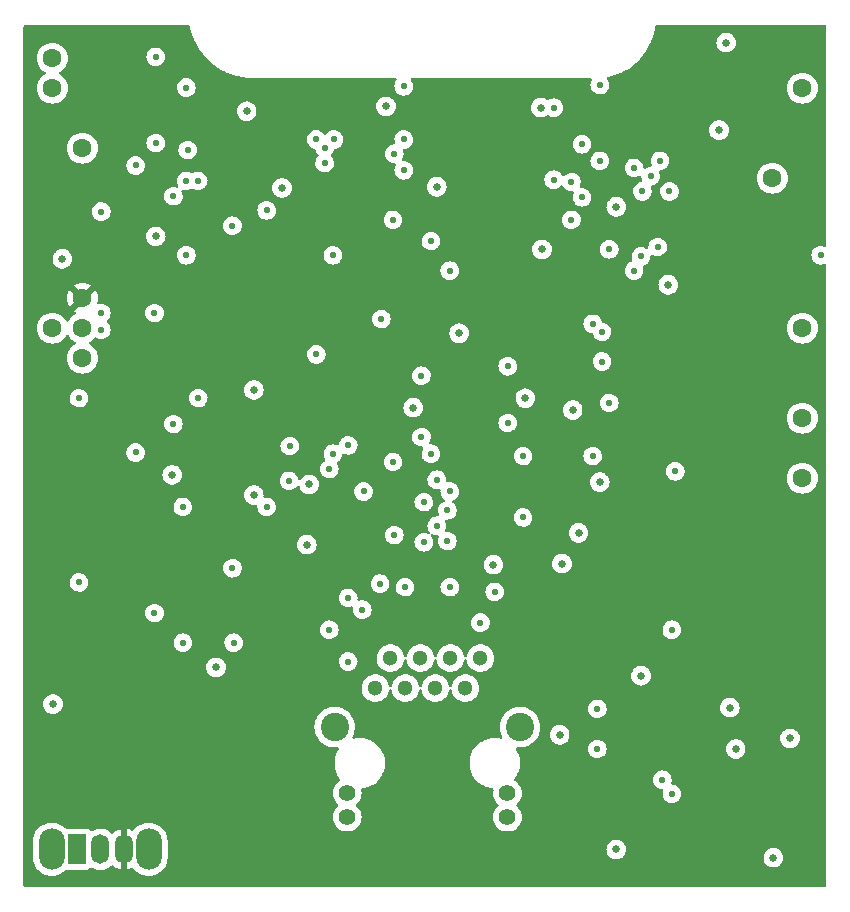
<source format=gbr>
%TF.GenerationSoftware,KiCad,Pcbnew,(6.0.9-0)*%
%TF.CreationDate,2022-11-17T19:03:49+01:00*%
%TF.ProjectId,shield,73686965-6c64-42e6-9b69-6361645f7063,1*%
%TF.SameCoordinates,PX3a2c940PY82a7440*%
%TF.FileFunction,Copper,L3,Inr*%
%TF.FilePolarity,Positive*%
%FSLAX46Y46*%
G04 Gerber Fmt 4.6, Leading zero omitted, Abs format (unit mm)*
G04 Created by KiCad (PCBNEW (6.0.9-0)) date 2022-11-17 19:03:49*
%MOMM*%
%LPD*%
G01*
G04 APERTURE LIST*
%TA.AperFunction,ComponentPad*%
%ADD10C,1.600000*%
%TD*%
%TA.AperFunction,ComponentPad*%
%ADD11O,1.500000X2.500000*%
%TD*%
%TA.AperFunction,ComponentPad*%
%ADD12R,1.500000X2.500000*%
%TD*%
%TA.AperFunction,ComponentPad*%
%ADD13O,2.200000X3.500000*%
%TD*%
%TA.AperFunction,ComponentPad*%
%ADD14C,2.400000*%
%TD*%
%TA.AperFunction,ComponentPad*%
%ADD15C,1.400000*%
%TD*%
%TA.AperFunction,ComponentPad*%
%ADD16C,1.300000*%
%TD*%
%TA.AperFunction,ViaPad*%
%ADD17C,0.640000*%
%TD*%
%TA.AperFunction,ViaPad*%
%ADD18C,0.550000*%
%TD*%
G04 APERTURE END LIST*
D10*
%TO.N,VCC*%
%TO.C,J2*%
X5490000Y50370000D03*
%TO.N,GND*%
X2950000Y47830000D03*
X63910000Y60530000D03*
X5490000Y47830000D03*
X66450000Y47830000D03*
X5490000Y63070000D03*
X5490000Y45290000D03*
%TO.N,/sck_rx*%
X66450000Y35130000D03*
%TO.N,/mosi_rx*%
X66450000Y40210000D03*
%TO.N,/nss_rx*%
X66450000Y68150000D03*
%TO.N,/sck_tx*%
X2950000Y70690000D03*
%TO.N,/mosi_tx*%
X2950000Y68150000D03*
%TD*%
D11*
%TO.N,VCC*%
%TO.C,SW1*%
X9000000Y3702500D03*
%TO.N,Net-(SW1-Pad2)*%
X7000000Y3702500D03*
D12*
%TO.N,GND*%
X5000000Y3702500D03*
D13*
%TO.N,*%
X11100000Y3702500D03*
X2900000Y3702500D03*
%TD*%
D14*
%TO.N,unconnected-(J1-PadSH)*%
%TO.C,J1*%
X42550000Y14050000D03*
X26850000Y14050000D03*
D15*
%TO.N,Net-(J1-Pad12)*%
X41485000Y8460000D03*
%TO.N,GND*%
X41485000Y6430000D03*
%TO.N,Net-(J1-Pad10)*%
X27915000Y8460000D03*
%TO.N,GND*%
X27915000Y6430000D03*
D16*
X30300000Y17350000D03*
%TO.N,unconnected-(J1-Pad7)*%
X31570000Y19890000D03*
%TO.N,Net-(C3-Pad1)*%
X32840000Y17350000D03*
%TO.N,GND*%
X34110000Y19890000D03*
%TO.N,unconnected-(J1-Pad4)*%
X35380000Y17350000D03*
%TO.N,Net-(C2-Pad1)*%
X36650000Y19890000D03*
%TO.N,Net-(J1-Pad2)*%
X37920000Y17350000D03*
%TO.N,Net-(J1-Pad1)*%
X39190000Y19890000D03*
%TD*%
D17*
%TO.N,GND*%
X3000000Y16000000D03*
X64000000Y3000000D03*
X60000000Y72000000D03*
D18*
%TO.N,Net-(J1-Pad2)*%
X40400000Y25500000D03*
%TO.N,Net-(SW1-Pad2)*%
X7100000Y47700000D03*
%TO.N,Net-(U4-Pad12)*%
X52200000Y52700000D03*
X36600000Y34000000D03*
X29200000Y24000000D03*
X52200000Y61400000D03*
X29300000Y34000000D03*
X36600000Y52700000D03*
%TO.N,/edge_in*%
X54200000Y54700000D03*
X54400000Y62000000D03*
X50100000Y54500000D03*
X50100000Y41500000D03*
%TO.N,Net-(U1-Pad2)*%
X42800000Y31800000D03*
X42800000Y37000000D03*
X48700000Y48200000D03*
X48700000Y37000000D03*
%TO.N,/sck_rx*%
X52800000Y53900000D03*
X52900000Y59400000D03*
X68000000Y54000000D03*
%TO.N,Net-(U2-Pad8)*%
X55200000Y59400000D03*
X55700000Y35700000D03*
%TO.N,Net-(C10-Pad1)*%
X30800000Y48600000D03*
X30700000Y26200000D03*
%TO.N,Net-(C8-Pad2)*%
X34200000Y38600000D03*
X34200000Y43800000D03*
%TO.N,/bytesync*%
X53600000Y60700000D03*
X54600000Y9600000D03*
%TO.N,Net-(U4-Pad1)*%
X47800000Y63400000D03*
X47800000Y58900000D03*
%TO.N,/nss_rx*%
X45400000Y66500000D03*
X45400000Y60400000D03*
%TO.N,Net-(U4-Pad2)*%
X49300000Y62000000D03*
X32700000Y68300000D03*
X49300000Y68400000D03*
X32700000Y61200000D03*
X32700000Y63800000D03*
%TO.N,Net-(U6-Pad12)*%
X26000000Y61800000D03*
X26000000Y63100000D03*
%TO.N,/sck*%
X46900000Y60200000D03*
X46900000Y57000000D03*
X31800000Y57000000D03*
X31800000Y36500000D03*
X31900000Y62600000D03*
%TO.N,/line*%
X25300000Y63800000D03*
X25300000Y45600000D03*
%TO.N,/~{idle}*%
X26800000Y63800000D03*
X28000000Y37900000D03*
X28000000Y25000000D03*
D17*
%TO.N,VCC*%
X53600000Y48100000D03*
X53600000Y43100000D03*
D18*
%TO.N,/tx_ena*%
X26400000Y35900000D03*
X26400000Y22300000D03*
%TO.N,/driver_ena*%
X28000000Y19600000D03*
X31900000Y30300000D03*
D17*
%TO.N,VCC*%
X34100000Y62500000D03*
X45900000Y10900000D03*
X50700000Y18400000D03*
X42700000Y61900000D03*
X20900000Y62500000D03*
X51200000Y51500000D03*
X27200000Y66500000D03*
X48100000Y53500000D03*
X56300000Y15700000D03*
X42700000Y63200000D03*
X40400000Y66500000D03*
X17100000Y38500000D03*
X45200000Y34800000D03*
X29400000Y61900000D03*
X60800000Y9600000D03*
X60800000Y7100000D03*
X65200000Y11000000D03*
X18200000Y59000000D03*
X45900000Y8400000D03*
X55500000Y64600000D03*
X38600000Y41900000D03*
X29500000Y41100000D03*
X20700000Y29500000D03*
X15600000Y66200000D03*
%TO.N,GND*%
X49300000Y34800000D03*
X11700000Y55600000D03*
X47500000Y30500000D03*
X43000000Y41900000D03*
X16800000Y19100000D03*
X60800000Y12200000D03*
X37400000Y47400000D03*
X44400000Y54500000D03*
X24700000Y34600000D03*
X65400000Y13100000D03*
X19400000Y66200000D03*
X22400000Y59700000D03*
X44300000Y66500000D03*
X50700000Y3700000D03*
X3800000Y53700000D03*
X52800000Y18400000D03*
X50700000Y58100000D03*
X35500000Y59800000D03*
X20000000Y33700000D03*
X60300000Y15700000D03*
X55100000Y51500000D03*
X24500000Y29500000D03*
X20000000Y42600000D03*
X40300000Y27800000D03*
X33500000Y41100000D03*
X47000000Y40900000D03*
X59400000Y64600000D03*
X31200000Y66600000D03*
X13100000Y35400000D03*
X45900000Y13400000D03*
X46100000Y27900000D03*
D18*
%TO.N,Net-(C2-Pad1)*%
X36600000Y25900000D03*
%TO.N,Net-(C2-Pad2)*%
X36400000Y32400000D03*
X36400000Y29800000D03*
%TO.N,Net-(C3-Pad1)*%
X32800000Y25900000D03*
%TO.N,Net-(C3-Pad2)*%
X34400000Y33100000D03*
X34400000Y29700000D03*
%TO.N,Net-(C9-Pad2)*%
X35000000Y55200000D03*
X35000000Y37200000D03*
%TO.N,Net-(C15-Pad1)*%
X23050000Y37850000D03*
X23000000Y34900000D03*
%TO.N,Net-(C19-Pad2)*%
X49100000Y12200000D03*
X49100000Y15600000D03*
%TO.N,Net-(J1-Pad1)*%
X39200000Y22900000D03*
%TO.N,/sck_tx*%
X11700000Y70800000D03*
X11700000Y63500000D03*
%TO.N,/mosi_tx*%
X14300000Y68200000D03*
X14400000Y62900000D03*
%TO.N,/edge_in*%
X41500000Y44600000D03*
X41500000Y39800000D03*
%TO.N,Net-(Q3-Pad1)*%
X10000000Y37300000D03*
X10000000Y61600000D03*
%TO.N,/~{line}*%
X49500000Y47500000D03*
X49500000Y45000000D03*
%TO.N,Net-(R7-Pad2)*%
X13200000Y59000000D03*
X13200000Y39700000D03*
%TO.N,/~{nlp}*%
X11600000Y49100000D03*
X7100000Y57700000D03*
X7100000Y49100000D03*
X11600000Y23700000D03*
%TO.N,/driver_in*%
X35500000Y31100000D03*
X35500000Y35000000D03*
%TO.N,Net-(U2-Pad4)*%
X14300000Y60300000D03*
X14300000Y54000000D03*
X26700000Y54000000D03*
X26700000Y37200000D03*
%TO.N,/tx_ena*%
X55400000Y22300000D03*
X55400000Y8400000D03*
%TO.N,Net-(U5-Pad1)*%
X18300000Y21200000D03*
X18200000Y56500000D03*
X18200000Y27500000D03*
%TO.N,/xor_tx*%
X15300000Y60300000D03*
X5200000Y41900000D03*
X5200000Y26300000D03*
X15300000Y41900000D03*
%TO.N,Net-(U5-Pad6)*%
X14000000Y21200000D03*
X21100000Y57800000D03*
X14000000Y32700000D03*
X21100000Y32700000D03*
%TD*%
%TA.AperFunction,Conductor*%
%TO.N,VCC*%
G36*
X14525147Y73471498D02*
G01*
X14571640Y73417842D01*
X14579785Y73393895D01*
X14631024Y73172374D01*
X14656912Y73060453D01*
X14793959Y72630741D01*
X14822243Y72561964D01*
X14963336Y72218868D01*
X14965502Y72213600D01*
X14966654Y72211342D01*
X14966659Y72211330D01*
X15083546Y71982119D01*
X15170404Y71811792D01*
X15407308Y71427982D01*
X15674644Y71064711D01*
X15970640Y70724387D01*
X16293335Y70409265D01*
X16640591Y70121433D01*
X16642694Y70119961D01*
X16642698Y70119958D01*
X16801941Y70008500D01*
X17010107Y69862799D01*
X17399435Y69635075D01*
X17490373Y69591390D01*
X17772804Y69455716D01*
X17805994Y69439772D01*
X17808387Y69438854D01*
X17808391Y69438852D01*
X17857519Y69420000D01*
X18227091Y69278182D01*
X18229552Y69277461D01*
X18229561Y69277458D01*
X18657480Y69152096D01*
X18657491Y69152093D01*
X18659936Y69151377D01*
X19101660Y69060197D01*
X19549337Y69005246D01*
X19872639Y68992077D01*
X19972153Y68988023D01*
X19978281Y68987623D01*
X19982648Y68987231D01*
X19987448Y68986424D01*
X19993793Y68986347D01*
X19995140Y68986330D01*
X19995143Y68986330D01*
X20000000Y68986271D01*
X20027624Y68990227D01*
X20045486Y68991500D01*
X31982379Y68991500D01*
X32050500Y68971498D01*
X32096993Y68917842D01*
X32107097Y68847568D01*
X32088292Y68797247D01*
X31993769Y68650576D01*
X31991358Y68643953D01*
X31991357Y68643950D01*
X31936060Y68492023D01*
X31936059Y68492018D01*
X31933650Y68485400D01*
X31911619Y68311009D01*
X31928772Y68136070D01*
X31984256Y67969280D01*
X31987903Y67963258D01*
X31987904Y67963256D01*
X32044818Y67869280D01*
X32075313Y67818926D01*
X32080202Y67813863D01*
X32080203Y67813862D01*
X32120658Y67771970D01*
X32197418Y67692483D01*
X32344502Y67596234D01*
X32351106Y67593778D01*
X32502653Y67537418D01*
X32502655Y67537417D01*
X32509255Y67534963D01*
X32516236Y67534032D01*
X32516238Y67534031D01*
X32676507Y67512646D01*
X32676511Y67512646D01*
X32683488Y67511715D01*
X32690499Y67512353D01*
X32690503Y67512353D01*
X32851520Y67527007D01*
X32858541Y67527646D01*
X32865243Y67529824D01*
X32865245Y67529824D01*
X33019016Y67579787D01*
X33019019Y67579788D01*
X33025715Y67581964D01*
X33176701Y67671970D01*
X33181795Y67676821D01*
X33181799Y67676824D01*
X33277927Y67768366D01*
X33303994Y67793189D01*
X33401267Y67939597D01*
X33463687Y68103918D01*
X33470933Y68155475D01*
X33487600Y68274062D01*
X33487600Y68274068D01*
X33488151Y68277985D01*
X33488458Y68300000D01*
X33468864Y68474682D01*
X33411057Y68640681D01*
X33317909Y68789749D01*
X33317862Y68789796D01*
X33292262Y68853048D01*
X33305434Y68922812D01*
X33354232Y68974380D01*
X33417645Y68991500D01*
X48517934Y68991500D01*
X48586055Y68971498D01*
X48632548Y68917842D01*
X48642652Y68847568D01*
X48623847Y68797249D01*
X48593769Y68750576D01*
X48591358Y68743953D01*
X48591357Y68743950D01*
X48536060Y68592023D01*
X48536059Y68592018D01*
X48533650Y68585400D01*
X48511619Y68411009D01*
X48528772Y68236070D01*
X48584256Y68069280D01*
X48587903Y68063258D01*
X48587904Y68063256D01*
X48644818Y67969280D01*
X48675313Y67918926D01*
X48797418Y67792483D01*
X48944502Y67696234D01*
X48951106Y67693778D01*
X49102653Y67637418D01*
X49102655Y67637417D01*
X49109255Y67634963D01*
X49116236Y67634032D01*
X49116238Y67634031D01*
X49276507Y67612646D01*
X49276511Y67612646D01*
X49283488Y67611715D01*
X49290499Y67612353D01*
X49290503Y67612353D01*
X49451520Y67627007D01*
X49458541Y67627646D01*
X49465243Y67629824D01*
X49465245Y67629824D01*
X49619016Y67679787D01*
X49619019Y67679788D01*
X49625715Y67681964D01*
X49776701Y67771970D01*
X49781795Y67776821D01*
X49781799Y67776824D01*
X49878887Y67869280D01*
X49903994Y67893189D01*
X50001267Y68039597D01*
X50043205Y68150000D01*
X65136502Y68150000D01*
X65156457Y67921913D01*
X65157881Y67916600D01*
X65157881Y67916598D01*
X65212205Y67713862D01*
X65215716Y67700757D01*
X65218039Y67695776D01*
X65218039Y67695775D01*
X65310151Y67498238D01*
X65310154Y67498233D01*
X65312477Y67493251D01*
X65369123Y67412353D01*
X65435488Y67317574D01*
X65443802Y67305700D01*
X65605700Y67143802D01*
X65610208Y67140645D01*
X65610211Y67140643D01*
X65676009Y67094571D01*
X65793251Y67012477D01*
X65798233Y67010154D01*
X65798238Y67010151D01*
X65995775Y66918039D01*
X66000757Y66915716D01*
X66006065Y66914294D01*
X66006067Y66914293D01*
X66216598Y66857881D01*
X66216600Y66857881D01*
X66221913Y66856457D01*
X66450000Y66836502D01*
X66678087Y66856457D01*
X66683400Y66857881D01*
X66683402Y66857881D01*
X66893933Y66914293D01*
X66893935Y66914294D01*
X66899243Y66915716D01*
X66904225Y66918039D01*
X67101762Y67010151D01*
X67101767Y67010154D01*
X67106749Y67012477D01*
X67223991Y67094571D01*
X67289789Y67140643D01*
X67289792Y67140645D01*
X67294300Y67143802D01*
X67456198Y67305700D01*
X67464513Y67317574D01*
X67530877Y67412353D01*
X67587523Y67493251D01*
X67589846Y67498233D01*
X67589849Y67498238D01*
X67681961Y67695775D01*
X67681961Y67695776D01*
X67684284Y67700757D01*
X67687796Y67713862D01*
X67742119Y67916598D01*
X67742119Y67916600D01*
X67743543Y67921913D01*
X67763498Y68150000D01*
X67743543Y68378087D01*
X67742119Y68383402D01*
X67685707Y68593933D01*
X67685706Y68593935D01*
X67684284Y68599243D01*
X67681961Y68604225D01*
X67589849Y68801762D01*
X67589846Y68801767D01*
X67587523Y68806749D01*
X67484052Y68954521D01*
X67459357Y68989789D01*
X67459355Y68989792D01*
X67456198Y68994300D01*
X67294300Y69156198D01*
X67289792Y69159355D01*
X67289789Y69159357D01*
X67147735Y69258824D01*
X67106749Y69287523D01*
X67101767Y69289846D01*
X67101762Y69289849D01*
X66904225Y69381961D01*
X66904224Y69381961D01*
X66899243Y69384284D01*
X66893935Y69385706D01*
X66893933Y69385707D01*
X66683402Y69442119D01*
X66683400Y69442119D01*
X66678087Y69443543D01*
X66450000Y69463498D01*
X66221913Y69443543D01*
X66216600Y69442119D01*
X66216598Y69442119D01*
X66006067Y69385707D01*
X66006065Y69385706D01*
X66000757Y69384284D01*
X65995776Y69381961D01*
X65995775Y69381961D01*
X65798238Y69289849D01*
X65798233Y69289846D01*
X65793251Y69287523D01*
X65752265Y69258824D01*
X65610211Y69159357D01*
X65610208Y69159355D01*
X65605700Y69156198D01*
X65443802Y68994300D01*
X65440645Y68989792D01*
X65440643Y68989789D01*
X65415948Y68954521D01*
X65312477Y68806749D01*
X65310154Y68801767D01*
X65310151Y68801762D01*
X65218039Y68604225D01*
X65215716Y68599243D01*
X65214294Y68593935D01*
X65214293Y68593933D01*
X65157881Y68383402D01*
X65156457Y68378087D01*
X65136502Y68150000D01*
X50043205Y68150000D01*
X50063687Y68203918D01*
X50069191Y68243079D01*
X50087600Y68374062D01*
X50087600Y68374068D01*
X50088151Y68377985D01*
X50088458Y68400000D01*
X50068864Y68574682D01*
X50011057Y68740681D01*
X49917909Y68889749D01*
X49916897Y68890769D01*
X49891090Y68954521D01*
X49904260Y69024286D01*
X49953056Y69075855D01*
X49990616Y69090296D01*
X50230565Y69140608D01*
X50627648Y69258824D01*
X50630067Y69259768D01*
X50630076Y69259771D01*
X51011178Y69408478D01*
X51011183Y69408480D01*
X51013612Y69409428D01*
X51077954Y69440883D01*
X51383474Y69590242D01*
X51383486Y69590248D01*
X51385821Y69591390D01*
X51388060Y69592724D01*
X51739491Y69802131D01*
X51739502Y69802138D01*
X51741732Y69803467D01*
X51823012Y69861500D01*
X52076801Y70042702D01*
X52076806Y70042706D01*
X52078914Y70044211D01*
X52229760Y70171970D01*
X52393073Y70310289D01*
X52395065Y70311976D01*
X52688024Y70604935D01*
X52955789Y70921086D01*
X52996717Y70978408D01*
X53195016Y71256143D01*
X53195018Y71256147D01*
X53196533Y71258268D01*
X53197862Y71260498D01*
X53197869Y71260509D01*
X53407276Y71611940D01*
X53407278Y71611943D01*
X53408610Y71614179D01*
X53409752Y71616514D01*
X53409758Y71616526D01*
X53589426Y71984044D01*
X53590572Y71986388D01*
X53593322Y71993435D01*
X53595884Y72000000D01*
X59166936Y72000000D01*
X59185140Y71826796D01*
X59238958Y71661162D01*
X59326037Y71510337D01*
X59330455Y71505430D01*
X59330456Y71505429D01*
X59416851Y71409478D01*
X59442571Y71380913D01*
X59447913Y71377032D01*
X59447915Y71377030D01*
X59578126Y71282426D01*
X59583468Y71278545D01*
X59589496Y71275861D01*
X59589498Y71275860D01*
X59736538Y71210394D01*
X59742569Y71207709D01*
X59827745Y71189605D01*
X59906464Y71172872D01*
X59906468Y71172872D01*
X59912921Y71171500D01*
X60087079Y71171500D01*
X60093532Y71172872D01*
X60093536Y71172872D01*
X60172255Y71189605D01*
X60257431Y71207709D01*
X60263462Y71210394D01*
X60410502Y71275860D01*
X60410504Y71275861D01*
X60416532Y71278545D01*
X60421874Y71282426D01*
X60552085Y71377030D01*
X60552087Y71377032D01*
X60557429Y71380913D01*
X60583149Y71409478D01*
X60669544Y71505429D01*
X60669545Y71505430D01*
X60673963Y71510337D01*
X60761042Y71661162D01*
X60814860Y71826796D01*
X60833064Y72000000D01*
X60814860Y72173204D01*
X60761042Y72338838D01*
X60743095Y72369924D01*
X60677264Y72483945D01*
X60673963Y72489663D01*
X60612339Y72558104D01*
X60561851Y72614176D01*
X60561850Y72614177D01*
X60557429Y72619087D01*
X60544654Y72628369D01*
X60421874Y72717574D01*
X60421873Y72717575D01*
X60416532Y72721455D01*
X60410504Y72724139D01*
X60410502Y72724140D01*
X60263462Y72789606D01*
X60263461Y72789606D01*
X60257431Y72792291D01*
X60172255Y72810395D01*
X60093536Y72827128D01*
X60093532Y72827128D01*
X60087079Y72828500D01*
X59912921Y72828500D01*
X59906468Y72827128D01*
X59906464Y72827128D01*
X59827745Y72810395D01*
X59742569Y72792291D01*
X59736539Y72789606D01*
X59736538Y72789606D01*
X59589498Y72724140D01*
X59589496Y72724139D01*
X59583468Y72721455D01*
X59578127Y72717575D01*
X59578126Y72717574D01*
X59455347Y72628369D01*
X59442571Y72619087D01*
X59438150Y72614177D01*
X59438149Y72614176D01*
X59387662Y72558104D01*
X59326037Y72489663D01*
X59322736Y72483945D01*
X59256906Y72369924D01*
X59238958Y72338838D01*
X59185140Y72173204D01*
X59166936Y72000000D01*
X53595884Y72000000D01*
X53740229Y72369924D01*
X53740232Y72369933D01*
X53741176Y72372352D01*
X53774399Y72483945D01*
X53858645Y72766926D01*
X53859392Y72769435D01*
X53944414Y73174923D01*
X53970113Y73381086D01*
X53998387Y73446209D01*
X54057382Y73485708D01*
X54095145Y73491500D01*
X68365500Y73491500D01*
X68433621Y73471498D01*
X68480114Y73417842D01*
X68491500Y73365500D01*
X68491500Y54835338D01*
X68471498Y54767217D01*
X68417842Y54720724D01*
X68347568Y54710620D01*
X68323233Y54716639D01*
X68186679Y54765264D01*
X68186677Y54765265D01*
X68180045Y54767626D01*
X68173057Y54768459D01*
X68173054Y54768460D01*
X68053644Y54782699D01*
X68005504Y54788439D01*
X67998501Y54787703D01*
X67998500Y54787703D01*
X67949687Y54782572D01*
X67830690Y54770065D01*
X67824024Y54767796D01*
X67824021Y54767795D01*
X67670955Y54715687D01*
X67670952Y54715686D01*
X67664291Y54713418D01*
X67658293Y54709728D01*
X67658291Y54709727D01*
X67520579Y54625006D01*
X67520576Y54625003D01*
X67514577Y54621313D01*
X67388989Y54498329D01*
X67293769Y54350576D01*
X67291358Y54343953D01*
X67291357Y54343950D01*
X67236060Y54192023D01*
X67236059Y54192018D01*
X67233650Y54185400D01*
X67211619Y54011009D01*
X67228772Y53836070D01*
X67284256Y53669280D01*
X67287903Y53663258D01*
X67287904Y53663256D01*
X67370547Y53526796D01*
X67375313Y53518926D01*
X67380202Y53513863D01*
X67380203Y53513862D01*
X67456031Y53435340D01*
X67497418Y53392483D01*
X67644502Y53296234D01*
X67651106Y53293778D01*
X67802653Y53237418D01*
X67802655Y53237417D01*
X67809255Y53234963D01*
X67816236Y53234032D01*
X67816238Y53234031D01*
X67976507Y53212646D01*
X67976511Y53212646D01*
X67983488Y53211715D01*
X67990499Y53212353D01*
X67990503Y53212353D01*
X68151520Y53227007D01*
X68158541Y53227646D01*
X68165243Y53229824D01*
X68165245Y53229824D01*
X68325715Y53281964D01*
X68326637Y53279126D01*
X68383763Y53287185D01*
X68448265Y53257521D01*
X68486490Y53197693D01*
X68491500Y53162516D01*
X68491500Y634500D01*
X68471498Y566379D01*
X68417842Y519886D01*
X68365500Y508500D01*
X634500Y508500D01*
X566379Y528502D01*
X519886Y582158D01*
X508500Y634500D01*
X508500Y2989301D01*
X1291500Y2989301D01*
X1291693Y2986852D01*
X1291693Y2986845D01*
X1292558Y2975860D01*
X1306391Y2800097D01*
X1365495Y2553909D01*
X1367388Y2549338D01*
X1367389Y2549336D01*
X1444075Y2364201D01*
X1462384Y2319998D01*
X1594672Y2104124D01*
X1759102Y1911602D01*
X1951624Y1747172D01*
X2167498Y1614884D01*
X2172068Y1612991D01*
X2172072Y1612989D01*
X2396836Y1519889D01*
X2401409Y1517995D01*
X2486032Y1497679D01*
X2642784Y1460046D01*
X2642790Y1460045D01*
X2647597Y1458891D01*
X2900000Y1439026D01*
X3152403Y1458891D01*
X3157210Y1460045D01*
X3157216Y1460046D01*
X3313968Y1497679D01*
X3398591Y1517995D01*
X3403164Y1519889D01*
X3627928Y1612989D01*
X3627932Y1612991D01*
X3632502Y1614884D01*
X3848376Y1747172D01*
X4040898Y1911602D01*
X4043093Y1914172D01*
X4105024Y1947990D01*
X4145414Y1950132D01*
X4198467Y1944369D01*
X4198471Y1944369D01*
X4201866Y1944000D01*
X5798134Y1944000D01*
X5860316Y1950755D01*
X5996705Y2001885D01*
X6113261Y2089239D01*
X6137579Y2121687D01*
X6194436Y2164201D01*
X6265254Y2169227D01*
X6308680Y2150702D01*
X6386601Y2098341D01*
X6386610Y2098336D01*
X6391262Y2095210D01*
X6596967Y2004912D01*
X6602418Y2003603D01*
X6602422Y2003602D01*
X6809954Y1953778D01*
X6815411Y1952468D01*
X6893079Y1947990D01*
X7034083Y1939860D01*
X7034086Y1939860D01*
X7039690Y1939537D01*
X7262715Y1966525D01*
X7477435Y2032582D01*
X7482415Y2035152D01*
X7482419Y2035154D01*
X7672081Y2133046D01*
X7672082Y2133046D01*
X7677064Y2135618D01*
X7855292Y2272377D01*
X7859058Y2276516D01*
X7859068Y2276525D01*
X7906818Y2329002D01*
X7967458Y2365924D01*
X8038434Y2364201D01*
X8087696Y2334686D01*
X8201082Y2224807D01*
X8209779Y2217765D01*
X8386844Y2098781D01*
X8396642Y2093395D01*
X8591990Y2007643D01*
X8602582Y2004078D01*
X8728384Y1973876D01*
X8742470Y1974581D01*
X8746000Y1983460D01*
X8746000Y1984089D01*
X9254000Y1984089D01*
X9258105Y1970107D01*
X9267728Y1968614D01*
X9267973Y1968666D01*
X9471883Y2031398D01*
X9482234Y2035621D01*
X9650945Y2122699D01*
X9720652Y2136168D01*
X9786575Y2109812D01*
X9804545Y2092564D01*
X9931116Y1944369D01*
X9959102Y1911602D01*
X10151624Y1747172D01*
X10367498Y1614884D01*
X10372068Y1612991D01*
X10372072Y1612989D01*
X10596836Y1519889D01*
X10601409Y1517995D01*
X10686032Y1497679D01*
X10842784Y1460046D01*
X10842790Y1460045D01*
X10847597Y1458891D01*
X11100000Y1439026D01*
X11352403Y1458891D01*
X11357210Y1460045D01*
X11357216Y1460046D01*
X11513968Y1497679D01*
X11598591Y1517995D01*
X11603164Y1519889D01*
X11827928Y1612989D01*
X11827932Y1612991D01*
X11832502Y1614884D01*
X12048376Y1747172D01*
X12240898Y1911602D01*
X12405328Y2104124D01*
X12537616Y2319998D01*
X12555926Y2364201D01*
X12632611Y2549336D01*
X12632612Y2549338D01*
X12634505Y2553909D01*
X12693609Y2800097D01*
X12707442Y2975860D01*
X12708307Y2986845D01*
X12708307Y2986852D01*
X12708500Y2989301D01*
X12708500Y3700000D01*
X49866936Y3700000D01*
X49885140Y3526796D01*
X49938958Y3361162D01*
X49942261Y3355440D01*
X49942262Y3355439D01*
X49951847Y3338838D01*
X50026037Y3210337D01*
X50142571Y3080913D01*
X50147913Y3077032D01*
X50147915Y3077030D01*
X50272044Y2986845D01*
X50283468Y2978545D01*
X50289496Y2975861D01*
X50289498Y2975860D01*
X50436538Y2910394D01*
X50442569Y2907709D01*
X50527745Y2889605D01*
X50606464Y2872872D01*
X50606468Y2872872D01*
X50612921Y2871500D01*
X50787079Y2871500D01*
X50793532Y2872872D01*
X50793536Y2872872D01*
X50872255Y2889605D01*
X50957431Y2907709D01*
X50963462Y2910394D01*
X51110502Y2975860D01*
X51110504Y2975861D01*
X51116532Y2978545D01*
X51127956Y2986845D01*
X51146062Y3000000D01*
X63166936Y3000000D01*
X63167626Y2993435D01*
X63180442Y2871500D01*
X63185140Y2826796D01*
X63238958Y2661162D01*
X63326037Y2510337D01*
X63442571Y2380913D01*
X63447913Y2377032D01*
X63447915Y2377030D01*
X63514020Y2329002D01*
X63583468Y2278545D01*
X63589496Y2275861D01*
X63589498Y2275860D01*
X63736538Y2210394D01*
X63742569Y2207709D01*
X63827745Y2189604D01*
X63906464Y2172872D01*
X63906468Y2172872D01*
X63912921Y2171500D01*
X64087079Y2171500D01*
X64093532Y2172872D01*
X64093536Y2172872D01*
X64172255Y2189604D01*
X64257431Y2207709D01*
X64263462Y2210394D01*
X64410502Y2275860D01*
X64410504Y2275861D01*
X64416532Y2278545D01*
X64485980Y2329002D01*
X64552085Y2377030D01*
X64552087Y2377032D01*
X64557429Y2380913D01*
X64673963Y2510337D01*
X64761042Y2661162D01*
X64814860Y2826796D01*
X64819559Y2871500D01*
X64832374Y2993435D01*
X64833064Y3000000D01*
X64814860Y3173204D01*
X64761042Y3338838D01*
X64751458Y3355439D01*
X64677264Y3483945D01*
X64673963Y3489663D01*
X64557429Y3619087D01*
X64437027Y3706565D01*
X64421874Y3717574D01*
X64421873Y3717575D01*
X64416532Y3721455D01*
X64410504Y3724139D01*
X64410502Y3724140D01*
X64263462Y3789606D01*
X64263461Y3789606D01*
X64257431Y3792291D01*
X64172255Y3810396D01*
X64093536Y3827128D01*
X64093532Y3827128D01*
X64087079Y3828500D01*
X63912921Y3828500D01*
X63906468Y3827128D01*
X63906464Y3827128D01*
X63827745Y3810396D01*
X63742569Y3792291D01*
X63736539Y3789606D01*
X63736538Y3789606D01*
X63589498Y3724140D01*
X63589496Y3724139D01*
X63583468Y3721455D01*
X63578127Y3717575D01*
X63578126Y3717574D01*
X63562974Y3706565D01*
X63442571Y3619087D01*
X63326037Y3489663D01*
X63322736Y3483945D01*
X63248543Y3355439D01*
X63238958Y3338838D01*
X63185140Y3173204D01*
X63166936Y3000000D01*
X51146062Y3000000D01*
X51252085Y3077030D01*
X51252087Y3077032D01*
X51257429Y3080913D01*
X51373963Y3210337D01*
X51448153Y3338838D01*
X51457738Y3355439D01*
X51457739Y3355440D01*
X51461042Y3361162D01*
X51514860Y3526796D01*
X51533064Y3700000D01*
X51519703Y3827128D01*
X51515550Y3866641D01*
X51515550Y3866643D01*
X51514860Y3873204D01*
X51461042Y4038838D01*
X51373963Y4189663D01*
X51257429Y4319087D01*
X51124455Y4415699D01*
X51121874Y4417574D01*
X51121873Y4417575D01*
X51116532Y4421455D01*
X51110504Y4424139D01*
X51110502Y4424140D01*
X50963462Y4489606D01*
X50963461Y4489606D01*
X50957431Y4492291D01*
X50872255Y4510395D01*
X50793536Y4527128D01*
X50793532Y4527128D01*
X50787079Y4528500D01*
X50612921Y4528500D01*
X50606468Y4527128D01*
X50606464Y4527128D01*
X50527745Y4510395D01*
X50442569Y4492291D01*
X50436539Y4489606D01*
X50436538Y4489606D01*
X50289498Y4424140D01*
X50289496Y4424139D01*
X50283468Y4421455D01*
X50278127Y4417575D01*
X50278126Y4417574D01*
X50275546Y4415699D01*
X50142571Y4319087D01*
X50026037Y4189663D01*
X49938958Y4038838D01*
X49885140Y3873204D01*
X49884450Y3866643D01*
X49884450Y3866641D01*
X49880297Y3827128D01*
X49866936Y3700000D01*
X12708500Y3700000D01*
X12708500Y4415699D01*
X12693609Y4604903D01*
X12634505Y4851091D01*
X12632611Y4855664D01*
X12539511Y5080428D01*
X12539509Y5080432D01*
X12537616Y5085002D01*
X12405328Y5300876D01*
X12240898Y5493398D01*
X12048376Y5657828D01*
X11832502Y5790116D01*
X11827932Y5792009D01*
X11827928Y5792011D01*
X11603164Y5885111D01*
X11603162Y5885112D01*
X11598591Y5887005D01*
X11513968Y5907321D01*
X11357216Y5944954D01*
X11357210Y5944955D01*
X11352403Y5946109D01*
X11100000Y5965974D01*
X10847597Y5946109D01*
X10842790Y5944955D01*
X10842784Y5944954D01*
X10686032Y5907321D01*
X10601409Y5887005D01*
X10596838Y5885112D01*
X10596836Y5885111D01*
X10372072Y5792011D01*
X10372068Y5792009D01*
X10367498Y5790116D01*
X10151624Y5657828D01*
X9959102Y5493398D01*
X9859764Y5377088D01*
X9804290Y5312137D01*
X9744839Y5273328D01*
X9673845Y5272822D01*
X9638201Y5289388D01*
X9613152Y5306221D01*
X9603358Y5311605D01*
X9408010Y5397357D01*
X9397418Y5400922D01*
X9271616Y5431124D01*
X9257530Y5430419D01*
X9254000Y5421540D01*
X9254000Y1984089D01*
X8746000Y1984089D01*
X8746000Y5420911D01*
X8741895Y5434893D01*
X8732272Y5436386D01*
X8732027Y5436334D01*
X8528117Y5373602D01*
X8517771Y5369381D01*
X8328186Y5271529D01*
X8318755Y5265543D01*
X8149499Y5135668D01*
X8141270Y5128102D01*
X8093880Y5076021D01*
X8033239Y5039098D01*
X7962264Y5040821D01*
X7913001Y5070336D01*
X7799229Y5180589D01*
X7799226Y5180591D01*
X7795201Y5184492D01*
X7608738Y5309790D01*
X7403033Y5400088D01*
X7397582Y5401397D01*
X7397578Y5401398D01*
X7190046Y5451222D01*
X7190045Y5451222D01*
X7184589Y5452532D01*
X7100525Y5457379D01*
X6965917Y5465140D01*
X6965914Y5465140D01*
X6960310Y5465463D01*
X6737285Y5438475D01*
X6522565Y5372418D01*
X6517585Y5369848D01*
X6517581Y5369846D01*
X6362968Y5290044D01*
X6322936Y5269382D01*
X6318487Y5265968D01*
X6318482Y5265965D01*
X6312986Y5261748D01*
X6246766Y5236148D01*
X6177217Y5250413D01*
X6135458Y5286144D01*
X6118641Y5308582D01*
X6113261Y5315761D01*
X5996705Y5403115D01*
X5860316Y5454245D01*
X5798134Y5461000D01*
X4201866Y5461000D01*
X4198471Y5460631D01*
X4198467Y5460631D01*
X4145414Y5454868D01*
X4075531Y5467397D01*
X4043240Y5490655D01*
X4040898Y5493398D01*
X3848376Y5657828D01*
X3632502Y5790116D01*
X3627932Y5792009D01*
X3627928Y5792011D01*
X3403164Y5885111D01*
X3403162Y5885112D01*
X3398591Y5887005D01*
X3313968Y5907321D01*
X3157216Y5944954D01*
X3157210Y5944955D01*
X3152403Y5946109D01*
X2900000Y5965974D01*
X2647597Y5946109D01*
X2642790Y5944955D01*
X2642784Y5944954D01*
X2486032Y5907321D01*
X2401409Y5887005D01*
X2396838Y5885112D01*
X2396836Y5885111D01*
X2172072Y5792011D01*
X2172068Y5792009D01*
X2167498Y5790116D01*
X1951624Y5657828D01*
X1759102Y5493398D01*
X1594672Y5300876D01*
X1462384Y5085002D01*
X1460491Y5080432D01*
X1460489Y5080428D01*
X1367389Y4855664D01*
X1365495Y4851091D01*
X1306391Y4604903D01*
X1291500Y4415699D01*
X1291500Y2989301D01*
X508500Y2989301D01*
X508500Y14094849D01*
X25137296Y14094849D01*
X25149480Y13841202D01*
X25199021Y13592143D01*
X25200600Y13587745D01*
X25200602Y13587738D01*
X25265650Y13406565D01*
X25284831Y13353142D01*
X25405025Y13129449D01*
X25407820Y13125706D01*
X25407822Y13125703D01*
X25554171Y12929718D01*
X25554176Y12929712D01*
X25556963Y12925980D01*
X25560272Y12922700D01*
X25560277Y12922694D01*
X25728999Y12755439D01*
X25737307Y12747203D01*
X25741069Y12744445D01*
X25741072Y12744442D01*
X25846764Y12666946D01*
X25942094Y12597047D01*
X25946229Y12594871D01*
X25946233Y12594869D01*
X26049228Y12540681D01*
X26166827Y12478809D01*
X26406568Y12395088D01*
X26656050Y12347722D01*
X26776532Y12342989D01*
X26905125Y12337936D01*
X26905130Y12337936D01*
X26909793Y12337753D01*
X27075375Y12355887D01*
X27145267Y12343420D01*
X27197325Y12295145D01*
X27215019Y12226388D01*
X27196524Y12164801D01*
X27150538Y12089758D01*
X27089867Y11990752D01*
X27088148Y11986835D01*
X27088146Y11986832D01*
X27079397Y11966900D01*
X26972941Y11724386D01*
X26971765Y11720258D01*
X26971764Y11720255D01*
X26964054Y11693189D01*
X26893246Y11444616D01*
X26892642Y11440374D01*
X26892641Y11440368D01*
X26890125Y11422687D01*
X26852258Y11156619D01*
X26850735Y10865723D01*
X26888705Y10577313D01*
X26965465Y10296724D01*
X26967149Y10292776D01*
X27056296Y10083775D01*
X27079596Y10029148D01*
X27228985Y9779538D01*
X27311537Y9676496D01*
X27338517Y9610828D01*
X27325712Y9540996D01*
X27285473Y9494506D01*
X27135224Y9389301D01*
X26985699Y9239776D01*
X26864411Y9066558D01*
X26862090Y9061580D01*
X26862088Y9061577D01*
X26779921Y8885369D01*
X26775044Y8874910D01*
X26773622Y8869602D01*
X26773621Y8869600D01*
X26751419Y8786740D01*
X26720314Y8670655D01*
X26701884Y8460000D01*
X26720314Y8249345D01*
X26721738Y8244032D01*
X26721738Y8244030D01*
X26766772Y8075963D01*
X26775044Y8045090D01*
X26777366Y8040109D01*
X26777367Y8040108D01*
X26845877Y7893189D01*
X26864411Y7853442D01*
X26985699Y7680224D01*
X27131828Y7534095D01*
X27165854Y7471783D01*
X27160789Y7400968D01*
X27131828Y7355905D01*
X26985699Y7209776D01*
X26864411Y7036558D01*
X26775044Y6844910D01*
X26720314Y6640655D01*
X26701884Y6430000D01*
X26720314Y6219345D01*
X26775044Y6015090D01*
X26864411Y5823442D01*
X26985699Y5650224D01*
X27135224Y5500699D01*
X27308442Y5379411D01*
X27313420Y5377090D01*
X27313423Y5377088D01*
X27495108Y5292367D01*
X27500090Y5290044D01*
X27505398Y5288622D01*
X27505400Y5288621D01*
X27699030Y5236738D01*
X27699032Y5236738D01*
X27704345Y5235314D01*
X27915000Y5216884D01*
X28125655Y5235314D01*
X28130968Y5236738D01*
X28130970Y5236738D01*
X28324600Y5288621D01*
X28324602Y5288622D01*
X28329910Y5290044D01*
X28334892Y5292367D01*
X28516577Y5377088D01*
X28516580Y5377090D01*
X28521558Y5379411D01*
X28694776Y5500699D01*
X28844301Y5650224D01*
X28965589Y5823442D01*
X29054956Y6015090D01*
X29109686Y6219345D01*
X29128116Y6430000D01*
X29109686Y6640655D01*
X29054956Y6844910D01*
X28965589Y7036558D01*
X28844301Y7209776D01*
X28698172Y7355905D01*
X28664146Y7418217D01*
X28669211Y7489032D01*
X28698172Y7534095D01*
X28844301Y7680224D01*
X28965589Y7853442D01*
X28984124Y7893189D01*
X29052633Y8040108D01*
X29052634Y8040109D01*
X29054956Y8045090D01*
X29063229Y8075963D01*
X29108262Y8244030D01*
X29108262Y8244032D01*
X29109686Y8249345D01*
X29128116Y8460000D01*
X29109686Y8670655D01*
X29107808Y8677663D01*
X29096857Y8718536D01*
X29098547Y8789512D01*
X29138342Y8848308D01*
X29209994Y8876854D01*
X29226207Y8877959D01*
X29270949Y8881009D01*
X29270955Y8881010D01*
X29275226Y8881301D01*
X29279421Y8882170D01*
X29279423Y8882170D01*
X29417653Y8910796D01*
X29560081Y8940291D01*
X29834295Y9037395D01*
X29992258Y9118926D01*
X30088986Y9168851D01*
X30088987Y9168851D01*
X30092793Y9170816D01*
X30096294Y9173277D01*
X30096298Y9173279D01*
X30234146Y9270161D01*
X30330792Y9338085D01*
X30429041Y9429384D01*
X30540745Y9533185D01*
X30540748Y9533188D01*
X30543888Y9536106D01*
X30547891Y9540996D01*
X30725423Y9757898D01*
X30728139Y9761216D01*
X30880133Y10009248D01*
X30888869Y10029148D01*
X30971878Y10218250D01*
X30997059Y10275614D01*
X31003073Y10296724D01*
X31028961Y10387605D01*
X31076754Y10555384D01*
X31079286Y10573171D01*
X31117137Y10839130D01*
X31117742Y10843381D01*
X31117859Y10865723D01*
X38280735Y10865723D01*
X38318705Y10577313D01*
X38395465Y10296724D01*
X38397149Y10292776D01*
X38486296Y10083775D01*
X38509596Y10029148D01*
X38658985Y9779538D01*
X38661669Y9776187D01*
X38661671Y9776185D01*
X38676322Y9757898D01*
X38840867Y9552511D01*
X38885044Y9510589D01*
X39009526Y9392460D01*
X39051878Y9352269D01*
X39288113Y9182517D01*
X39313924Y9168851D01*
X39423137Y9111026D01*
X39545200Y9046397D01*
X39549223Y9044925D01*
X39549227Y9044923D01*
X39703068Y8988625D01*
X39818382Y8946426D01*
X40102604Y8884456D01*
X40191511Y8877459D01*
X40257851Y8852174D01*
X40299991Y8795036D01*
X40303331Y8719236D01*
X40291739Y8675973D01*
X40290314Y8670655D01*
X40271884Y8460000D01*
X40290314Y8249345D01*
X40291738Y8244032D01*
X40291738Y8244030D01*
X40336772Y8075963D01*
X40345044Y8045090D01*
X40347366Y8040109D01*
X40347367Y8040108D01*
X40415877Y7893189D01*
X40434411Y7853442D01*
X40555699Y7680224D01*
X40701828Y7534095D01*
X40735854Y7471783D01*
X40730789Y7400968D01*
X40701828Y7355905D01*
X40555699Y7209776D01*
X40434411Y7036558D01*
X40345044Y6844910D01*
X40290314Y6640655D01*
X40271884Y6430000D01*
X40290314Y6219345D01*
X40345044Y6015090D01*
X40434411Y5823442D01*
X40555699Y5650224D01*
X40705224Y5500699D01*
X40878442Y5379411D01*
X40883420Y5377090D01*
X40883423Y5377088D01*
X41065108Y5292367D01*
X41070090Y5290044D01*
X41075398Y5288622D01*
X41075400Y5288621D01*
X41269030Y5236738D01*
X41269032Y5236738D01*
X41274345Y5235314D01*
X41485000Y5216884D01*
X41695655Y5235314D01*
X41700968Y5236738D01*
X41700970Y5236738D01*
X41894600Y5288621D01*
X41894602Y5288622D01*
X41899910Y5290044D01*
X41904892Y5292367D01*
X42086577Y5377088D01*
X42086580Y5377090D01*
X42091558Y5379411D01*
X42264776Y5500699D01*
X42414301Y5650224D01*
X42535589Y5823442D01*
X42624956Y6015090D01*
X42679686Y6219345D01*
X42698116Y6430000D01*
X42679686Y6640655D01*
X42624956Y6844910D01*
X42535589Y7036558D01*
X42414301Y7209776D01*
X42268172Y7355905D01*
X42234146Y7418217D01*
X42239211Y7489032D01*
X42268172Y7534095D01*
X42414301Y7680224D01*
X42535589Y7853442D01*
X42554124Y7893189D01*
X42622633Y8040108D01*
X42622634Y8040109D01*
X42624956Y8045090D01*
X42633229Y8075963D01*
X42678262Y8244030D01*
X42678262Y8244032D01*
X42679686Y8249345D01*
X42698116Y8460000D01*
X42679686Y8670655D01*
X42648581Y8786740D01*
X42626379Y8869600D01*
X42626378Y8869602D01*
X42624956Y8874910D01*
X42620079Y8885369D01*
X42537912Y9061577D01*
X42537910Y9061580D01*
X42535589Y9066558D01*
X42414301Y9239776D01*
X42264776Y9389301D01*
X42114747Y9494352D01*
X42070418Y9549809D01*
X42064084Y9611009D01*
X53811619Y9611009D01*
X53828772Y9436070D01*
X53830996Y9429385D01*
X53830996Y9429384D01*
X53844330Y9389301D01*
X53884256Y9269280D01*
X53887903Y9263258D01*
X53887904Y9263256D01*
X53945078Y9168851D01*
X53975313Y9118926D01*
X54097418Y8992483D01*
X54244502Y8896234D01*
X54251106Y8893778D01*
X54402653Y8837418D01*
X54402655Y8837417D01*
X54409255Y8834963D01*
X54416238Y8834031D01*
X54416239Y8834031D01*
X54554549Y8815576D01*
X54619426Y8786740D01*
X54658414Y8727407D01*
X54659134Y8656414D01*
X54656289Y8647600D01*
X54633650Y8585400D01*
X54611619Y8411009D01*
X54628772Y8236070D01*
X54684256Y8069280D01*
X54687903Y8063258D01*
X54687904Y8063256D01*
X54702233Y8039597D01*
X54775313Y7918926D01*
X54897418Y7792483D01*
X55044502Y7696234D01*
X55051106Y7693778D01*
X55202653Y7637418D01*
X55202655Y7637417D01*
X55209255Y7634963D01*
X55216236Y7634032D01*
X55216238Y7634031D01*
X55376507Y7612646D01*
X55376511Y7612646D01*
X55383488Y7611715D01*
X55390499Y7612353D01*
X55390503Y7612353D01*
X55551520Y7627007D01*
X55558541Y7627646D01*
X55565243Y7629824D01*
X55565245Y7629824D01*
X55719016Y7679787D01*
X55719019Y7679788D01*
X55725715Y7681964D01*
X55876701Y7771970D01*
X55881795Y7776821D01*
X55881799Y7776824D01*
X55967486Y7858423D01*
X56003994Y7893189D01*
X56101267Y8039597D01*
X56163687Y8203918D01*
X56169191Y8243079D01*
X56187600Y8374062D01*
X56187600Y8374068D01*
X56188151Y8377985D01*
X56188458Y8400000D01*
X56168864Y8574682D01*
X56111057Y8740681D01*
X56017909Y8889749D01*
X55894051Y9014475D01*
X55846073Y9044923D01*
X55804882Y9071063D01*
X55745637Y9108661D01*
X55691769Y9127843D01*
X55586679Y9165264D01*
X55586677Y9165265D01*
X55580045Y9167626D01*
X55573059Y9168459D01*
X55573055Y9168460D01*
X55502133Y9176917D01*
X55447330Y9183452D01*
X55382058Y9211378D01*
X55342245Y9270161D01*
X55340533Y9341137D01*
X55344462Y9353309D01*
X55361187Y9397336D01*
X55361188Y9397338D01*
X55363687Y9403918D01*
X55376397Y9494352D01*
X55387600Y9574062D01*
X55387600Y9574068D01*
X55388151Y9577985D01*
X55388458Y9600000D01*
X55368864Y9774682D01*
X55311057Y9940681D01*
X55217909Y10089749D01*
X55094051Y10214475D01*
X54945637Y10308661D01*
X54891769Y10327843D01*
X54786679Y10365264D01*
X54786677Y10365265D01*
X54780045Y10367626D01*
X54773057Y10368459D01*
X54773054Y10368460D01*
X54653644Y10382699D01*
X54605504Y10388439D01*
X54598501Y10387703D01*
X54598500Y10387703D01*
X54549687Y10382572D01*
X54430690Y10370065D01*
X54424024Y10367796D01*
X54424021Y10367795D01*
X54270955Y10315687D01*
X54270952Y10315686D01*
X54264291Y10313418D01*
X54258293Y10309728D01*
X54258291Y10309727D01*
X54120579Y10225006D01*
X54120576Y10225003D01*
X54114577Y10221313D01*
X53988989Y10098329D01*
X53893769Y9950576D01*
X53891358Y9943953D01*
X53891357Y9943950D01*
X53836060Y9792023D01*
X53836059Y9792018D01*
X53833650Y9785400D01*
X53811619Y9611009D01*
X42064084Y9611009D01*
X42063109Y9620428D01*
X42089513Y9677371D01*
X42155423Y9757898D01*
X42158139Y9761216D01*
X42310133Y10009248D01*
X42318869Y10029148D01*
X42401878Y10218250D01*
X42427059Y10275614D01*
X42433073Y10296724D01*
X42458961Y10387605D01*
X42506754Y10555384D01*
X42509286Y10573171D01*
X42547137Y10839130D01*
X42547742Y10843381D01*
X42549265Y11134277D01*
X42511295Y11422687D01*
X42434535Y11703276D01*
X42320404Y11970852D01*
X42205514Y12162819D01*
X42193018Y12211009D01*
X48311619Y12211009D01*
X48328772Y12036070D01*
X48384256Y11869280D01*
X48387903Y11863258D01*
X48387904Y11863256D01*
X48469627Y11728315D01*
X48475313Y11718926D01*
X48480202Y11713863D01*
X48480203Y11713862D01*
X48488347Y11705429D01*
X48597418Y11592483D01*
X48744502Y11496234D01*
X48751106Y11493778D01*
X48902653Y11437418D01*
X48902655Y11437417D01*
X48909255Y11434963D01*
X48916236Y11434032D01*
X48916238Y11434031D01*
X49076507Y11412646D01*
X49076511Y11412646D01*
X49083488Y11411715D01*
X49090499Y11412353D01*
X49090503Y11412353D01*
X49251520Y11427007D01*
X49258541Y11427646D01*
X49265243Y11429824D01*
X49265245Y11429824D01*
X49419016Y11479787D01*
X49419019Y11479788D01*
X49425715Y11481964D01*
X49576701Y11571970D01*
X49581795Y11576821D01*
X49581799Y11576824D01*
X49651591Y11643286D01*
X49703994Y11693189D01*
X49801267Y11839597D01*
X49863687Y12003918D01*
X49866020Y12020518D01*
X49887600Y12174062D01*
X49887600Y12174068D01*
X49888151Y12177985D01*
X49888302Y12188790D01*
X49888403Y12196038D01*
X49888403Y12196042D01*
X49888458Y12200000D01*
X59966936Y12200000D01*
X59967626Y12193435D01*
X59983429Y12043079D01*
X59985140Y12026796D01*
X60038958Y11861162D01*
X60042261Y11855440D01*
X60042262Y11855439D01*
X60054798Y11833726D01*
X60126037Y11710337D01*
X60130455Y11705430D01*
X60130456Y11705429D01*
X60136191Y11699060D01*
X60242571Y11580913D01*
X60247913Y11577032D01*
X60247915Y11577030D01*
X60373799Y11485570D01*
X60383468Y11478545D01*
X60389496Y11475861D01*
X60389498Y11475860D01*
X60531480Y11412646D01*
X60542569Y11407709D01*
X60627745Y11389605D01*
X60706464Y11372872D01*
X60706468Y11372872D01*
X60712921Y11371500D01*
X60887079Y11371500D01*
X60893532Y11372872D01*
X60893536Y11372872D01*
X60972255Y11389605D01*
X61057431Y11407709D01*
X61068520Y11412646D01*
X61210502Y11475860D01*
X61210504Y11475861D01*
X61216532Y11478545D01*
X61226201Y11485570D01*
X61352085Y11577030D01*
X61352087Y11577032D01*
X61357429Y11580913D01*
X61463809Y11699060D01*
X61469544Y11705429D01*
X61469545Y11705430D01*
X61473963Y11710337D01*
X61545202Y11833726D01*
X61557738Y11855439D01*
X61557739Y11855440D01*
X61561042Y11861162D01*
X61614860Y12026796D01*
X61616572Y12043079D01*
X61632374Y12193435D01*
X61633064Y12200000D01*
X61621744Y12307709D01*
X61615550Y12366641D01*
X61615550Y12366643D01*
X61614860Y12373204D01*
X61561042Y12538838D01*
X61541393Y12572872D01*
X61496729Y12650231D01*
X61473963Y12689663D01*
X61469385Y12694748D01*
X61361851Y12814176D01*
X61361850Y12814177D01*
X61357429Y12819087D01*
X61349334Y12824969D01*
X61221874Y12917574D01*
X61221873Y12917575D01*
X61216532Y12921455D01*
X61210504Y12924139D01*
X61210502Y12924140D01*
X61063462Y12989606D01*
X61063461Y12989606D01*
X61057431Y12992291D01*
X60972255Y13010396D01*
X60893536Y13027128D01*
X60893532Y13027128D01*
X60887079Y13028500D01*
X60712921Y13028500D01*
X60706468Y13027128D01*
X60706464Y13027128D01*
X60627745Y13010396D01*
X60542569Y12992291D01*
X60536539Y12989606D01*
X60536538Y12989606D01*
X60389498Y12924140D01*
X60389496Y12924139D01*
X60383468Y12921455D01*
X60378127Y12917575D01*
X60378126Y12917574D01*
X60250667Y12824969D01*
X60242571Y12819087D01*
X60238150Y12814177D01*
X60238149Y12814176D01*
X60130616Y12694748D01*
X60126037Y12689663D01*
X60103271Y12650231D01*
X60058608Y12572872D01*
X60038958Y12538838D01*
X59985140Y12373204D01*
X59984450Y12366643D01*
X59984450Y12366641D01*
X59978256Y12307709D01*
X59966936Y12200000D01*
X49888458Y12200000D01*
X49868864Y12374682D01*
X49811057Y12540681D01*
X49717909Y12689749D01*
X49594051Y12814475D01*
X49586154Y12819487D01*
X49536414Y12851052D01*
X49445637Y12908661D01*
X49319426Y12953603D01*
X49286679Y12965264D01*
X49286677Y12965265D01*
X49280045Y12967626D01*
X49273057Y12968459D01*
X49273054Y12968460D01*
X49153644Y12982699D01*
X49105504Y12988439D01*
X49098501Y12987703D01*
X49098500Y12987703D01*
X49049687Y12982572D01*
X48930690Y12970065D01*
X48924024Y12967796D01*
X48924021Y12967795D01*
X48770955Y12915687D01*
X48770952Y12915686D01*
X48764291Y12913418D01*
X48758293Y12909728D01*
X48758291Y12909727D01*
X48620579Y12825006D01*
X48620576Y12825003D01*
X48614577Y12821313D01*
X48488989Y12698329D01*
X48393769Y12550576D01*
X48391358Y12543953D01*
X48391357Y12543950D01*
X48336060Y12392023D01*
X48336059Y12392018D01*
X48333650Y12385400D01*
X48311619Y12211009D01*
X42193018Y12211009D01*
X42187694Y12231543D01*
X42209858Y12298991D01*
X42264969Y12343749D01*
X42337134Y12351313D01*
X42351455Y12348594D01*
X42351460Y12348593D01*
X42356050Y12347722D01*
X42476532Y12342989D01*
X42605125Y12337936D01*
X42605130Y12337936D01*
X42609793Y12337753D01*
X42708774Y12348593D01*
X42857569Y12364888D01*
X42857575Y12364889D01*
X42862222Y12365398D01*
X42866944Y12366641D01*
X43103273Y12428862D01*
X43107793Y12430052D01*
X43237607Y12485824D01*
X43336807Y12528443D01*
X43336810Y12528445D01*
X43341110Y12530292D01*
X43345090Y12532755D01*
X43345094Y12532757D01*
X43553064Y12661453D01*
X43553066Y12661455D01*
X43557047Y12663918D01*
X43580704Y12683945D01*
X43747289Y12824969D01*
X43747291Y12824971D01*
X43750862Y12827994D01*
X43918295Y13018916D01*
X43923578Y13027128D01*
X44053141Y13228558D01*
X44055669Y13232488D01*
X44131128Y13400000D01*
X45066936Y13400000D01*
X45067626Y13393435D01*
X45079603Y13279482D01*
X45085140Y13226796D01*
X45138958Y13061162D01*
X45142261Y13055440D01*
X45142262Y13055439D01*
X45161081Y13022844D01*
X45226037Y12910337D01*
X45230455Y12905430D01*
X45230456Y12905429D01*
X45312621Y12814176D01*
X45342571Y12780913D01*
X45347913Y12777032D01*
X45347915Y12777030D01*
X45478126Y12682426D01*
X45483468Y12678545D01*
X45489496Y12675861D01*
X45489498Y12675860D01*
X45623823Y12616055D01*
X45642569Y12607709D01*
X45727745Y12589605D01*
X45806464Y12572872D01*
X45806468Y12572872D01*
X45812921Y12571500D01*
X45987079Y12571500D01*
X45993532Y12572872D01*
X45993536Y12572872D01*
X46072255Y12589605D01*
X46157431Y12607709D01*
X46176177Y12616055D01*
X46310502Y12675860D01*
X46310504Y12675861D01*
X46316532Y12678545D01*
X46321874Y12682426D01*
X46452085Y12777030D01*
X46452087Y12777032D01*
X46457429Y12780913D01*
X46487379Y12814176D01*
X46569544Y12905429D01*
X46569545Y12905430D01*
X46573963Y12910337D01*
X46638919Y13022844D01*
X46657738Y13055439D01*
X46657739Y13055440D01*
X46661042Y13061162D01*
X46673661Y13100000D01*
X64566936Y13100000D01*
X64567626Y13093435D01*
X64582323Y12953603D01*
X64585140Y12926796D01*
X64638958Y12761162D01*
X64726037Y12610337D01*
X64730455Y12605430D01*
X64730456Y12605429D01*
X64795890Y12532757D01*
X64842571Y12480913D01*
X64847913Y12477032D01*
X64847915Y12477030D01*
X64964917Y12392023D01*
X64983468Y12378545D01*
X64989496Y12375861D01*
X64989498Y12375860D01*
X65136538Y12310394D01*
X65142569Y12307709D01*
X65201679Y12295145D01*
X65306464Y12272872D01*
X65306468Y12272872D01*
X65312921Y12271500D01*
X65487079Y12271500D01*
X65493532Y12272872D01*
X65493536Y12272872D01*
X65598321Y12295145D01*
X65657431Y12307709D01*
X65663462Y12310394D01*
X65810502Y12375860D01*
X65810504Y12375861D01*
X65816532Y12378545D01*
X65835083Y12392023D01*
X65952085Y12477030D01*
X65952087Y12477032D01*
X65957429Y12480913D01*
X66004110Y12532757D01*
X66069544Y12605429D01*
X66069545Y12605430D01*
X66073963Y12610337D01*
X66161042Y12761162D01*
X66214860Y12926796D01*
X66217678Y12953603D01*
X66232374Y13093435D01*
X66233064Y13100000D01*
X66223395Y13192000D01*
X66215550Y13266641D01*
X66215550Y13266643D01*
X66214860Y13273204D01*
X66161042Y13438838D01*
X66073963Y13589663D01*
X65957429Y13719087D01*
X65930245Y13738838D01*
X65821874Y13817574D01*
X65821873Y13817575D01*
X65816532Y13821455D01*
X65810504Y13824139D01*
X65810502Y13824140D01*
X65663462Y13889606D01*
X65663461Y13889606D01*
X65657431Y13892291D01*
X65572255Y13910395D01*
X65493536Y13927128D01*
X65493532Y13927128D01*
X65487079Y13928500D01*
X65312921Y13928500D01*
X65306468Y13927128D01*
X65306464Y13927128D01*
X65227745Y13910395D01*
X65142569Y13892291D01*
X65136539Y13889606D01*
X65136538Y13889606D01*
X64989498Y13824140D01*
X64989496Y13824139D01*
X64983468Y13821455D01*
X64978127Y13817575D01*
X64978126Y13817574D01*
X64869756Y13738838D01*
X64842571Y13719087D01*
X64726037Y13589663D01*
X64638958Y13438838D01*
X64585140Y13273204D01*
X64584450Y13266643D01*
X64584450Y13266641D01*
X64576605Y13192000D01*
X64566936Y13100000D01*
X46673661Y13100000D01*
X46714860Y13226796D01*
X46720398Y13279482D01*
X46732374Y13393435D01*
X46733064Y13400000D01*
X46714860Y13573204D01*
X46661042Y13738838D01*
X46573963Y13889663D01*
X46510332Y13960333D01*
X46461851Y14014176D01*
X46461850Y14014177D01*
X46457429Y14019087D01*
X46419231Y14046840D01*
X46321874Y14117574D01*
X46321873Y14117575D01*
X46316532Y14121455D01*
X46310504Y14124139D01*
X46310502Y14124140D01*
X46163462Y14189606D01*
X46163461Y14189606D01*
X46157431Y14192291D01*
X46072255Y14210395D01*
X45993536Y14227128D01*
X45993532Y14227128D01*
X45987079Y14228500D01*
X45812921Y14228500D01*
X45806468Y14227128D01*
X45806464Y14227128D01*
X45727745Y14210395D01*
X45642569Y14192291D01*
X45636539Y14189606D01*
X45636538Y14189606D01*
X45489498Y14124140D01*
X45489496Y14124139D01*
X45483468Y14121455D01*
X45478127Y14117575D01*
X45478126Y14117574D01*
X45380770Y14046840D01*
X45342571Y14019087D01*
X45338150Y14014177D01*
X45338149Y14014176D01*
X45289669Y13960333D01*
X45226037Y13889663D01*
X45138958Y13738838D01*
X45085140Y13573204D01*
X45066936Y13400000D01*
X44131128Y13400000D01*
X44159967Y13464020D01*
X44228896Y13708425D01*
X44251225Y13883945D01*
X44260545Y13957202D01*
X44260545Y13957208D01*
X44260943Y13960333D01*
X44263291Y14050000D01*
X44257981Y14121455D01*
X44244818Y14298589D01*
X44244817Y14298593D01*
X44244472Y14303241D01*
X44188428Y14550918D01*
X44096391Y14787591D01*
X44082603Y14811715D01*
X43972702Y15004003D01*
X43972700Y15004005D01*
X43970383Y15008060D01*
X43813171Y15207483D01*
X43729625Y15286075D01*
X43631610Y15378278D01*
X43631608Y15378280D01*
X43628209Y15381477D01*
X43559151Y15429384D01*
X43423393Y15523563D01*
X43423390Y15523565D01*
X43419561Y15526221D01*
X43415384Y15528281D01*
X43415377Y15528285D01*
X43247630Y15611009D01*
X48311619Y15611009D01*
X48328772Y15436070D01*
X48330996Y15429385D01*
X48330996Y15429384D01*
X48338732Y15406128D01*
X48384256Y15269280D01*
X48387903Y15263258D01*
X48387904Y15263256D01*
X48423903Y15203815D01*
X48475313Y15118926D01*
X48480202Y15113863D01*
X48480203Y15113862D01*
X48543315Y15048508D01*
X48597418Y14992483D01*
X48744502Y14896234D01*
X48751106Y14893778D01*
X48902653Y14837418D01*
X48902655Y14837417D01*
X48909255Y14834963D01*
X48916236Y14834032D01*
X48916238Y14834031D01*
X49076507Y14812646D01*
X49076511Y14812646D01*
X49083488Y14811715D01*
X49090499Y14812353D01*
X49090503Y14812353D01*
X49251520Y14827007D01*
X49258541Y14827646D01*
X49265243Y14829824D01*
X49265245Y14829824D01*
X49419016Y14879787D01*
X49419019Y14879788D01*
X49425715Y14881964D01*
X49576701Y14971970D01*
X49581795Y14976821D01*
X49581799Y14976824D01*
X49687025Y15077030D01*
X49703994Y15093189D01*
X49801267Y15239597D01*
X49842039Y15346930D01*
X49861187Y15397336D01*
X49861188Y15397338D01*
X49863687Y15403918D01*
X49879447Y15516055D01*
X49887600Y15574062D01*
X49887600Y15574068D01*
X49888151Y15577985D01*
X49888458Y15600000D01*
X49877241Y15700000D01*
X59466936Y15700000D01*
X59467626Y15693435D01*
X59483131Y15545915D01*
X59485140Y15526796D01*
X59538958Y15361162D01*
X59626037Y15210337D01*
X59630455Y15205430D01*
X59630456Y15205429D01*
X59726231Y15099060D01*
X59742571Y15080913D01*
X59747913Y15077032D01*
X59747915Y15077030D01*
X59864284Y14992483D01*
X59883468Y14978545D01*
X59889496Y14975861D01*
X59889498Y14975860D01*
X60036538Y14910394D01*
X60042569Y14907709D01*
X60127745Y14889605D01*
X60206464Y14872872D01*
X60206468Y14872872D01*
X60212921Y14871500D01*
X60387079Y14871500D01*
X60393532Y14872872D01*
X60393536Y14872872D01*
X60472255Y14889605D01*
X60557431Y14907709D01*
X60563462Y14910394D01*
X60710502Y14975860D01*
X60710504Y14975861D01*
X60716532Y14978545D01*
X60735716Y14992483D01*
X60852085Y15077030D01*
X60852087Y15077032D01*
X60857429Y15080913D01*
X60873769Y15099060D01*
X60969544Y15205429D01*
X60969545Y15205430D01*
X60973963Y15210337D01*
X61061042Y15361162D01*
X61114860Y15526796D01*
X61116870Y15545915D01*
X61132374Y15693435D01*
X61133064Y15700000D01*
X61131308Y15716703D01*
X61115550Y15866641D01*
X61115550Y15866643D01*
X61114860Y15873204D01*
X61061042Y16038838D01*
X60973963Y16189663D01*
X60968020Y16196264D01*
X60861851Y16314176D01*
X60861850Y16314177D01*
X60857429Y16319087D01*
X60841392Y16330739D01*
X60721874Y16417574D01*
X60721873Y16417575D01*
X60716532Y16421455D01*
X60710504Y16424139D01*
X60710502Y16424140D01*
X60563462Y16489606D01*
X60563461Y16489606D01*
X60557431Y16492291D01*
X60472255Y16510395D01*
X60393536Y16527128D01*
X60393532Y16527128D01*
X60387079Y16528500D01*
X60212921Y16528500D01*
X60206468Y16527128D01*
X60206464Y16527128D01*
X60127745Y16510395D01*
X60042569Y16492291D01*
X60036539Y16489606D01*
X60036538Y16489606D01*
X59889498Y16424140D01*
X59889496Y16424139D01*
X59883468Y16421455D01*
X59878127Y16417575D01*
X59878126Y16417574D01*
X59758609Y16330739D01*
X59742571Y16319087D01*
X59738150Y16314177D01*
X59738149Y16314176D01*
X59631981Y16196264D01*
X59626037Y16189663D01*
X59538958Y16038838D01*
X59485140Y15873204D01*
X59484450Y15866643D01*
X59484450Y15866641D01*
X59468692Y15716703D01*
X59466936Y15700000D01*
X49877241Y15700000D01*
X49868864Y15774682D01*
X49848431Y15833359D01*
X49813375Y15934024D01*
X49811057Y15940681D01*
X49717909Y16089749D01*
X49594051Y16214475D01*
X49584493Y16220541D01*
X49536414Y16251052D01*
X49445637Y16308661D01*
X49344819Y16344561D01*
X49286679Y16365264D01*
X49286677Y16365265D01*
X49280045Y16367626D01*
X49273057Y16368459D01*
X49273054Y16368460D01*
X49153644Y16382699D01*
X49105504Y16388439D01*
X49098501Y16387703D01*
X49098500Y16387703D01*
X49049687Y16382572D01*
X48930690Y16370065D01*
X48924024Y16367796D01*
X48924021Y16367795D01*
X48770955Y16315687D01*
X48770952Y16315686D01*
X48764291Y16313418D01*
X48758293Y16309728D01*
X48758291Y16309727D01*
X48620579Y16225006D01*
X48620576Y16225003D01*
X48614577Y16221313D01*
X48488989Y16098329D01*
X48393769Y15950576D01*
X48391358Y15943953D01*
X48391357Y15943950D01*
X48336060Y15792023D01*
X48336059Y15792018D01*
X48333650Y15785400D01*
X48311619Y15611009D01*
X43247630Y15611009D01*
X43195996Y15636472D01*
X43195992Y15636473D01*
X43191810Y15638536D01*
X42949960Y15715953D01*
X42945355Y15716703D01*
X42703935Y15756020D01*
X42703934Y15756020D01*
X42699323Y15756771D01*
X42572364Y15758433D01*
X42450083Y15760034D01*
X42450080Y15760034D01*
X42445406Y15760095D01*
X42193787Y15725851D01*
X41949993Y15654792D01*
X41719380Y15548478D01*
X41715471Y15545915D01*
X41510928Y15411811D01*
X41510923Y15411807D01*
X41507015Y15409245D01*
X41317562Y15240152D01*
X41155183Y15044913D01*
X41023447Y14827818D01*
X40925246Y14593635D01*
X40862738Y14347510D01*
X40837296Y14094849D01*
X40849480Y13841202D01*
X40899021Y13592143D01*
X40900600Y13587745D01*
X40900602Y13587738D01*
X40965650Y13406565D01*
X40984831Y13353142D01*
X41031310Y13266641D01*
X41034086Y13261474D01*
X41048709Y13192000D01*
X41023451Y13125649D01*
X40966329Y13083486D01*
X40896253Y13078728D01*
X40731585Y13114631D01*
X40731580Y13114632D01*
X40727396Y13115544D01*
X40683598Y13118991D01*
X40501703Y13133307D01*
X40501696Y13133307D01*
X40499247Y13133500D01*
X40341879Y13133500D01*
X40339743Y13133354D01*
X40339732Y13133354D01*
X40129051Y13118991D01*
X40129045Y13118990D01*
X40124774Y13118699D01*
X40120579Y13117830D01*
X40120577Y13117830D01*
X40105130Y13114631D01*
X39839919Y13059709D01*
X39565705Y12962605D01*
X39307207Y12829184D01*
X39303706Y12826723D01*
X39303702Y12826721D01*
X39190560Y12747203D01*
X39069208Y12661915D01*
X39010875Y12607709D01*
X38874427Y12480913D01*
X38856112Y12463894D01*
X38853398Y12460578D01*
X38853395Y12460575D01*
X38775494Y12365398D01*
X38671861Y12238784D01*
X38519867Y11990752D01*
X38518148Y11986835D01*
X38518146Y11986832D01*
X38509397Y11966900D01*
X38402941Y11724386D01*
X38401765Y11720258D01*
X38401764Y11720255D01*
X38394054Y11693189D01*
X38323246Y11444616D01*
X38322642Y11440374D01*
X38322641Y11440368D01*
X38320125Y11422687D01*
X38282258Y11156619D01*
X38280735Y10865723D01*
X31117859Y10865723D01*
X31119265Y11134277D01*
X31081295Y11422687D01*
X31004535Y11703276D01*
X30890404Y11970852D01*
X30741015Y12220462D01*
X30736268Y12226388D01*
X30632520Y12355887D01*
X30559133Y12447489D01*
X30348122Y12647731D01*
X30111887Y12817483D01*
X29899911Y12929718D01*
X29858587Y12951598D01*
X29858586Y12951599D01*
X29854800Y12953603D01*
X29850777Y12955075D01*
X29850773Y12955077D01*
X29585649Y13052099D01*
X29585647Y13052100D01*
X29581618Y13053574D01*
X29297396Y13115544D01*
X29253598Y13118991D01*
X29071703Y13133307D01*
X29071696Y13133307D01*
X29069247Y13133500D01*
X28911879Y13133500D01*
X28909743Y13133354D01*
X28909732Y13133354D01*
X28699051Y13118991D01*
X28699045Y13118990D01*
X28694774Y13118699D01*
X28690579Y13117830D01*
X28690577Y13117830D01*
X28506138Y13079635D01*
X28435376Y13085408D01*
X28378969Y13128520D01*
X28354824Y13195285D01*
X28365705Y13254768D01*
X28371054Y13266641D01*
X28459967Y13464020D01*
X28528896Y13708425D01*
X28551225Y13883945D01*
X28560545Y13957202D01*
X28560545Y13957208D01*
X28560943Y13960333D01*
X28563291Y14050000D01*
X28557981Y14121455D01*
X28544818Y14298589D01*
X28544817Y14298593D01*
X28544472Y14303241D01*
X28488428Y14550918D01*
X28396391Y14787591D01*
X28382603Y14811715D01*
X28272702Y15004003D01*
X28272700Y15004005D01*
X28270383Y15008060D01*
X28113171Y15207483D01*
X28029625Y15286075D01*
X27931610Y15378278D01*
X27931608Y15378280D01*
X27928209Y15381477D01*
X27859151Y15429384D01*
X27723393Y15523563D01*
X27723390Y15523565D01*
X27719561Y15526221D01*
X27715384Y15528281D01*
X27715377Y15528285D01*
X27495996Y15636472D01*
X27495992Y15636473D01*
X27491810Y15638536D01*
X27249960Y15715953D01*
X27245355Y15716703D01*
X27003935Y15756020D01*
X27003934Y15756020D01*
X26999323Y15756771D01*
X26872364Y15758433D01*
X26750083Y15760034D01*
X26750080Y15760034D01*
X26745406Y15760095D01*
X26493787Y15725851D01*
X26249993Y15654792D01*
X26019380Y15548478D01*
X26015471Y15545915D01*
X25810928Y15411811D01*
X25810923Y15411807D01*
X25807015Y15409245D01*
X25617562Y15240152D01*
X25455183Y15044913D01*
X25323447Y14827818D01*
X25225246Y14593635D01*
X25162738Y14347510D01*
X25137296Y14094849D01*
X508500Y14094849D01*
X508500Y16000000D01*
X2166936Y16000000D01*
X2167626Y15993435D01*
X2179603Y15879482D01*
X2185140Y15826796D01*
X2238958Y15661162D01*
X2242261Y15655440D01*
X2242262Y15655439D01*
X2252021Y15638536D01*
X2326037Y15510337D01*
X2330455Y15505430D01*
X2330456Y15505429D01*
X2417061Y15409245D01*
X2442571Y15380913D01*
X2447913Y15377032D01*
X2447915Y15377030D01*
X2578126Y15282426D01*
X2583468Y15278545D01*
X2589496Y15275861D01*
X2589498Y15275860D01*
X2723823Y15216055D01*
X2742569Y15207709D01*
X2827745Y15189605D01*
X2906464Y15172872D01*
X2906468Y15172872D01*
X2912921Y15171500D01*
X3087079Y15171500D01*
X3093532Y15172872D01*
X3093536Y15172872D01*
X3172255Y15189605D01*
X3257431Y15207709D01*
X3276177Y15216055D01*
X3410502Y15275860D01*
X3410504Y15275861D01*
X3416532Y15278545D01*
X3421874Y15282426D01*
X3552085Y15377030D01*
X3552087Y15377032D01*
X3557429Y15380913D01*
X3582939Y15409245D01*
X3669544Y15505429D01*
X3669545Y15505430D01*
X3673963Y15510337D01*
X3747979Y15638536D01*
X3757738Y15655439D01*
X3757739Y15655440D01*
X3761042Y15661162D01*
X3814860Y15826796D01*
X3820398Y15879482D01*
X3832374Y15993435D01*
X3833064Y16000000D01*
X3823631Y16089749D01*
X3815550Y16166641D01*
X3815550Y16166643D01*
X3814860Y16173204D01*
X3761042Y16338838D01*
X3673963Y16489663D01*
X3579666Y16594391D01*
X3561851Y16614176D01*
X3561850Y16614177D01*
X3557429Y16619087D01*
X3464549Y16686569D01*
X3421874Y16717574D01*
X3421873Y16717575D01*
X3416532Y16721455D01*
X3410504Y16724139D01*
X3410502Y16724140D01*
X3263462Y16789606D01*
X3263461Y16789606D01*
X3257431Y16792291D01*
X3172255Y16810396D01*
X3093536Y16827128D01*
X3093532Y16827128D01*
X3087079Y16828500D01*
X2912921Y16828500D01*
X2906468Y16827128D01*
X2906464Y16827128D01*
X2827745Y16810396D01*
X2742569Y16792291D01*
X2736539Y16789606D01*
X2736538Y16789606D01*
X2589498Y16724140D01*
X2589496Y16724139D01*
X2583468Y16721455D01*
X2578127Y16717575D01*
X2578126Y16717574D01*
X2535452Y16686569D01*
X2442571Y16619087D01*
X2438150Y16614177D01*
X2438149Y16614176D01*
X2420335Y16594391D01*
X2326037Y16489663D01*
X2238958Y16338838D01*
X2185140Y16173204D01*
X2184450Y16166643D01*
X2184450Y16166641D01*
X2176369Y16089749D01*
X2166936Y16000000D01*
X508500Y16000000D01*
X508500Y17380456D01*
X29136936Y17380456D01*
X29150861Y17167994D01*
X29152282Y17162398D01*
X29152283Y17162393D01*
X29201851Y16967223D01*
X29203272Y16961628D01*
X29205689Y16956385D01*
X29242389Y16876777D01*
X29292411Y16768269D01*
X29415296Y16594391D01*
X29419430Y16590364D01*
X29522861Y16489606D01*
X29567809Y16445819D01*
X29572605Y16442614D01*
X29572608Y16442612D01*
X29684833Y16367626D01*
X29744843Y16327529D01*
X29750146Y16325251D01*
X29750149Y16325249D01*
X29786278Y16309727D01*
X29940470Y16243481D01*
X30016316Y16226319D01*
X30142501Y16197766D01*
X30142506Y16197765D01*
X30148138Y16196491D01*
X30153909Y16196264D01*
X30153911Y16196264D01*
X30215252Y16193854D01*
X30360891Y16188131D01*
X30366600Y16188959D01*
X30366604Y16188959D01*
X30565890Y16217855D01*
X30565894Y16217856D01*
X30571605Y16218684D01*
X30773223Y16287124D01*
X30958993Y16391160D01*
X31122693Y16527307D01*
X31258840Y16691007D01*
X31362876Y16876777D01*
X31431316Y17078395D01*
X31443202Y17160366D01*
X31472773Y17224912D01*
X31532545Y17263224D01*
X31603541Y17263138D01*
X31663221Y17224683D01*
X31689694Y17167698D01*
X31690861Y17167994D01*
X31743272Y16961628D01*
X31745689Y16956385D01*
X31782389Y16876777D01*
X31832411Y16768269D01*
X31955296Y16594391D01*
X31959430Y16590364D01*
X32062861Y16489606D01*
X32107809Y16445819D01*
X32112605Y16442614D01*
X32112608Y16442612D01*
X32224833Y16367626D01*
X32284843Y16327529D01*
X32290146Y16325251D01*
X32290149Y16325249D01*
X32326278Y16309727D01*
X32480470Y16243481D01*
X32556316Y16226319D01*
X32682501Y16197766D01*
X32682506Y16197765D01*
X32688138Y16196491D01*
X32693909Y16196264D01*
X32693911Y16196264D01*
X32755252Y16193854D01*
X32900891Y16188131D01*
X32906600Y16188959D01*
X32906604Y16188959D01*
X33105890Y16217855D01*
X33105894Y16217856D01*
X33111605Y16218684D01*
X33313223Y16287124D01*
X33498993Y16391160D01*
X33662693Y16527307D01*
X33798840Y16691007D01*
X33902876Y16876777D01*
X33971316Y17078395D01*
X33983202Y17160366D01*
X34012773Y17224912D01*
X34072545Y17263224D01*
X34143541Y17263138D01*
X34203221Y17224683D01*
X34229694Y17167698D01*
X34230861Y17167994D01*
X34283272Y16961628D01*
X34285689Y16956385D01*
X34322389Y16876777D01*
X34372411Y16768269D01*
X34495296Y16594391D01*
X34499430Y16590364D01*
X34602861Y16489606D01*
X34647809Y16445819D01*
X34652605Y16442614D01*
X34652608Y16442612D01*
X34764833Y16367626D01*
X34824843Y16327529D01*
X34830146Y16325251D01*
X34830149Y16325249D01*
X34866278Y16309727D01*
X35020470Y16243481D01*
X35096316Y16226319D01*
X35222501Y16197766D01*
X35222506Y16197765D01*
X35228138Y16196491D01*
X35233909Y16196264D01*
X35233911Y16196264D01*
X35295252Y16193854D01*
X35440891Y16188131D01*
X35446600Y16188959D01*
X35446604Y16188959D01*
X35645890Y16217855D01*
X35645894Y16217856D01*
X35651605Y16218684D01*
X35853223Y16287124D01*
X36038993Y16391160D01*
X36202693Y16527307D01*
X36338840Y16691007D01*
X36442876Y16876777D01*
X36511316Y17078395D01*
X36523202Y17160366D01*
X36552773Y17224912D01*
X36612545Y17263224D01*
X36683541Y17263138D01*
X36743221Y17224683D01*
X36769694Y17167698D01*
X36770861Y17167994D01*
X36823272Y16961628D01*
X36825689Y16956385D01*
X36862389Y16876777D01*
X36912411Y16768269D01*
X37035296Y16594391D01*
X37039430Y16590364D01*
X37142861Y16489606D01*
X37187809Y16445819D01*
X37192605Y16442614D01*
X37192608Y16442612D01*
X37304833Y16367626D01*
X37364843Y16327529D01*
X37370146Y16325251D01*
X37370149Y16325249D01*
X37406278Y16309727D01*
X37560470Y16243481D01*
X37636316Y16226319D01*
X37762501Y16197766D01*
X37762506Y16197765D01*
X37768138Y16196491D01*
X37773909Y16196264D01*
X37773911Y16196264D01*
X37835252Y16193854D01*
X37980891Y16188131D01*
X37986600Y16188959D01*
X37986604Y16188959D01*
X38185890Y16217855D01*
X38185894Y16217856D01*
X38191605Y16218684D01*
X38393223Y16287124D01*
X38578993Y16391160D01*
X38742693Y16527307D01*
X38878840Y16691007D01*
X38982876Y16876777D01*
X39051316Y17078395D01*
X39063496Y17162393D01*
X39081337Y17285439D01*
X39081337Y17285441D01*
X39081869Y17289109D01*
X39083463Y17350000D01*
X39071487Y17480331D01*
X39064510Y17556270D01*
X39064509Y17556273D01*
X39063981Y17562024D01*
X39062413Y17567584D01*
X39007754Y17761389D01*
X39007753Y17761391D01*
X39006186Y17766948D01*
X39001215Y17777030D01*
X38914570Y17952727D01*
X38912015Y17957908D01*
X38784622Y18128509D01*
X38628271Y18273037D01*
X38448201Y18386653D01*
X38414746Y18400000D01*
X51966936Y18400000D01*
X51967626Y18393435D01*
X51980693Y18269112D01*
X51985140Y18226796D01*
X52038958Y18061162D01*
X52126037Y17910337D01*
X52242571Y17780913D01*
X52383468Y17678545D01*
X52389496Y17675861D01*
X52389498Y17675860D01*
X52536538Y17610394D01*
X52542569Y17607709D01*
X52616955Y17591898D01*
X52706464Y17572872D01*
X52706468Y17572872D01*
X52712921Y17571500D01*
X52887079Y17571500D01*
X52893532Y17572872D01*
X52893536Y17572872D01*
X52983045Y17591898D01*
X53057431Y17607709D01*
X53063462Y17610394D01*
X53210502Y17675860D01*
X53210504Y17675861D01*
X53216532Y17678545D01*
X53357429Y17780913D01*
X53473963Y17910337D01*
X53561042Y18061162D01*
X53614860Y18226796D01*
X53619308Y18269112D01*
X53632374Y18393435D01*
X53633064Y18400000D01*
X53626399Y18463411D01*
X53615550Y18566641D01*
X53615550Y18566643D01*
X53614860Y18573204D01*
X53561042Y18738838D01*
X53551458Y18755439D01*
X53518429Y18812646D01*
X53473963Y18889663D01*
X53468047Y18896234D01*
X53361851Y19014176D01*
X53361850Y19014177D01*
X53357429Y19019087D01*
X53296141Y19063616D01*
X53221874Y19117574D01*
X53221873Y19117575D01*
X53216532Y19121455D01*
X53210504Y19124139D01*
X53210502Y19124140D01*
X53063462Y19189606D01*
X53063461Y19189606D01*
X53057431Y19192291D01*
X52972255Y19210395D01*
X52893536Y19227128D01*
X52893532Y19227128D01*
X52887079Y19228500D01*
X52712921Y19228500D01*
X52706468Y19227128D01*
X52706464Y19227128D01*
X52627745Y19210395D01*
X52542569Y19192291D01*
X52536539Y19189606D01*
X52536538Y19189606D01*
X52389498Y19124140D01*
X52389496Y19124139D01*
X52383468Y19121455D01*
X52378127Y19117575D01*
X52378126Y19117574D01*
X52303860Y19063616D01*
X52242571Y19019087D01*
X52238150Y19014177D01*
X52238149Y19014176D01*
X52131954Y18896234D01*
X52126037Y18889663D01*
X52081571Y18812646D01*
X52048543Y18755439D01*
X52038958Y18738838D01*
X51985140Y18573204D01*
X51984450Y18566643D01*
X51984450Y18566641D01*
X51973601Y18463411D01*
X51966936Y18400000D01*
X38414746Y18400000D01*
X38250441Y18465551D01*
X38244781Y18466677D01*
X38244777Y18466678D01*
X38047282Y18505962D01*
X38047280Y18505962D01*
X38041615Y18507089D01*
X38035840Y18507165D01*
X38035836Y18507165D01*
X37929161Y18508561D01*
X37828716Y18509876D01*
X37823019Y18508897D01*
X37823018Y18508897D01*
X37624564Y18474797D01*
X37624561Y18474796D01*
X37618874Y18473819D01*
X37419116Y18400125D01*
X37236134Y18291261D01*
X37076054Y18150875D01*
X36944238Y17983667D01*
X36941549Y17978556D01*
X36941547Y17978553D01*
X36908665Y17916055D01*
X36845100Y17795238D01*
X36843386Y17789717D01*
X36843384Y17789713D01*
X36810071Y17682426D01*
X36781961Y17591898D01*
X36781282Y17586160D01*
X36776090Y17542295D01*
X36748219Y17476997D01*
X36689471Y17437133D01*
X36618496Y17435360D01*
X36557830Y17472239D01*
X36526732Y17536063D01*
X36525495Y17545551D01*
X36523981Y17562024D01*
X36522413Y17567584D01*
X36467754Y17761389D01*
X36467753Y17761391D01*
X36466186Y17766948D01*
X36461215Y17777030D01*
X36374570Y17952727D01*
X36372015Y17957908D01*
X36244622Y18128509D01*
X36088271Y18273037D01*
X35908201Y18386653D01*
X35710441Y18465551D01*
X35704781Y18466677D01*
X35704777Y18466678D01*
X35507282Y18505962D01*
X35507280Y18505962D01*
X35501615Y18507089D01*
X35495840Y18507165D01*
X35495836Y18507165D01*
X35389161Y18508561D01*
X35288716Y18509876D01*
X35283019Y18508897D01*
X35283018Y18508897D01*
X35084564Y18474797D01*
X35084561Y18474796D01*
X35078874Y18473819D01*
X34879116Y18400125D01*
X34696134Y18291261D01*
X34536054Y18150875D01*
X34404238Y17983667D01*
X34401549Y17978556D01*
X34401547Y17978553D01*
X34368665Y17916055D01*
X34305100Y17795238D01*
X34303386Y17789717D01*
X34303384Y17789713D01*
X34270071Y17682426D01*
X34241961Y17591898D01*
X34241282Y17586160D01*
X34236090Y17542295D01*
X34208219Y17476997D01*
X34149471Y17437133D01*
X34078496Y17435360D01*
X34017830Y17472239D01*
X33986732Y17536063D01*
X33985495Y17545551D01*
X33983981Y17562024D01*
X33982413Y17567584D01*
X33927754Y17761389D01*
X33927753Y17761391D01*
X33926186Y17766948D01*
X33921215Y17777030D01*
X33834570Y17952727D01*
X33832015Y17957908D01*
X33704622Y18128509D01*
X33548271Y18273037D01*
X33368201Y18386653D01*
X33170441Y18465551D01*
X33164781Y18466677D01*
X33164777Y18466678D01*
X32967282Y18505962D01*
X32967280Y18505962D01*
X32961615Y18507089D01*
X32955840Y18507165D01*
X32955836Y18507165D01*
X32849161Y18508561D01*
X32748716Y18509876D01*
X32743019Y18508897D01*
X32743018Y18508897D01*
X32544564Y18474797D01*
X32544561Y18474796D01*
X32538874Y18473819D01*
X32339116Y18400125D01*
X32156134Y18291261D01*
X31996054Y18150875D01*
X31864238Y17983667D01*
X31861549Y17978556D01*
X31861547Y17978553D01*
X31828665Y17916055D01*
X31765100Y17795238D01*
X31763386Y17789717D01*
X31763384Y17789713D01*
X31730071Y17682426D01*
X31701961Y17591898D01*
X31701282Y17586160D01*
X31696090Y17542295D01*
X31668219Y17476997D01*
X31609471Y17437133D01*
X31538496Y17435360D01*
X31477830Y17472239D01*
X31446732Y17536063D01*
X31445495Y17545551D01*
X31443981Y17562024D01*
X31442413Y17567584D01*
X31387754Y17761389D01*
X31387753Y17761391D01*
X31386186Y17766948D01*
X31381215Y17777030D01*
X31294570Y17952727D01*
X31292015Y17957908D01*
X31164622Y18128509D01*
X31008271Y18273037D01*
X30828201Y18386653D01*
X30630441Y18465551D01*
X30624781Y18466677D01*
X30624777Y18466678D01*
X30427282Y18505962D01*
X30427280Y18505962D01*
X30421615Y18507089D01*
X30415840Y18507165D01*
X30415836Y18507165D01*
X30309161Y18508561D01*
X30208716Y18509876D01*
X30203019Y18508897D01*
X30203018Y18508897D01*
X30004564Y18474797D01*
X30004561Y18474796D01*
X29998874Y18473819D01*
X29799116Y18400125D01*
X29616134Y18291261D01*
X29456054Y18150875D01*
X29324238Y17983667D01*
X29321549Y17978556D01*
X29321547Y17978553D01*
X29288665Y17916055D01*
X29225100Y17795238D01*
X29223386Y17789717D01*
X29223384Y17789713D01*
X29190071Y17682426D01*
X29161961Y17591898D01*
X29136936Y17380456D01*
X508500Y17380456D01*
X508500Y19100000D01*
X15966936Y19100000D01*
X15967626Y19093435D01*
X15978937Y18985819D01*
X15985140Y18926796D01*
X16038958Y18761162D01*
X16042261Y18755440D01*
X16042262Y18755439D01*
X16051847Y18738838D01*
X16126037Y18610337D01*
X16130455Y18605430D01*
X16130456Y18605429D01*
X16219002Y18507089D01*
X16242571Y18480913D01*
X16247913Y18477032D01*
X16247915Y18477030D01*
X16369364Y18388792D01*
X16383468Y18378545D01*
X16389496Y18375861D01*
X16389498Y18375860D01*
X16536538Y18310394D01*
X16542569Y18307709D01*
X16619952Y18291261D01*
X16706464Y18272872D01*
X16706468Y18272872D01*
X16712921Y18271500D01*
X16887079Y18271500D01*
X16893532Y18272872D01*
X16893536Y18272872D01*
X16980048Y18291261D01*
X17057431Y18307709D01*
X17063462Y18310394D01*
X17210502Y18375860D01*
X17210504Y18375861D01*
X17216532Y18378545D01*
X17230636Y18388792D01*
X17352085Y18477030D01*
X17352087Y18477032D01*
X17357429Y18480913D01*
X17380998Y18507089D01*
X17469544Y18605429D01*
X17469545Y18605430D01*
X17473963Y18610337D01*
X17548153Y18738838D01*
X17557738Y18755439D01*
X17557739Y18755440D01*
X17561042Y18761162D01*
X17614860Y18926796D01*
X17621064Y18985819D01*
X17632374Y19093435D01*
X17633064Y19100000D01*
X17623220Y19193663D01*
X17615550Y19266641D01*
X17615550Y19266643D01*
X17614860Y19273204D01*
X17561042Y19438838D01*
X17473963Y19589663D01*
X17461058Y19603996D01*
X17454743Y19611009D01*
X27211619Y19611009D01*
X27228772Y19436070D01*
X27284256Y19269280D01*
X27287903Y19263258D01*
X27287904Y19263256D01*
X27363092Y19139106D01*
X27375313Y19118926D01*
X27380202Y19113863D01*
X27380203Y19113862D01*
X27394497Y19099060D01*
X27497418Y18992483D01*
X27644502Y18896234D01*
X27651106Y18893778D01*
X27802653Y18837418D01*
X27802655Y18837417D01*
X27809255Y18834963D01*
X27816236Y18834032D01*
X27816238Y18834031D01*
X27976507Y18812646D01*
X27976511Y18812646D01*
X27983488Y18811715D01*
X27990499Y18812353D01*
X27990503Y18812353D01*
X28151520Y18827007D01*
X28158541Y18827646D01*
X28165243Y18829824D01*
X28165245Y18829824D01*
X28319016Y18879787D01*
X28319019Y18879788D01*
X28325715Y18881964D01*
X28476701Y18971970D01*
X28481795Y18976821D01*
X28481799Y18976824D01*
X28581475Y19071745D01*
X28603994Y19093189D01*
X28701267Y19239597D01*
X28763687Y19403918D01*
X28767266Y19429384D01*
X28787600Y19574062D01*
X28787600Y19574068D01*
X28788151Y19577985D01*
X28788458Y19600000D01*
X28768864Y19774682D01*
X28718100Y19920456D01*
X30406936Y19920456D01*
X30420861Y19707994D01*
X30422282Y19702398D01*
X30422283Y19702393D01*
X30454876Y19574062D01*
X30473272Y19501628D01*
X30475689Y19496385D01*
X30512389Y19416777D01*
X30562411Y19308269D01*
X30685296Y19134391D01*
X30695819Y19124140D01*
X30803659Y19019087D01*
X30837809Y18985819D01*
X30842605Y18982614D01*
X30842608Y18982612D01*
X30863929Y18968366D01*
X31014843Y18867529D01*
X31020146Y18865251D01*
X31020149Y18865249D01*
X31205163Y18785761D01*
X31210470Y18783481D01*
X31281331Y18767447D01*
X31412501Y18737766D01*
X31412506Y18737765D01*
X31418138Y18736491D01*
X31423909Y18736264D01*
X31423911Y18736264D01*
X31485252Y18733854D01*
X31630891Y18728131D01*
X31636600Y18728959D01*
X31636604Y18728959D01*
X31835890Y18757855D01*
X31835894Y18757856D01*
X31841605Y18758684D01*
X32043223Y18827124D01*
X32228993Y18931160D01*
X32392693Y19067307D01*
X32528840Y19231007D01*
X32632876Y19416777D01*
X32701316Y19618395D01*
X32713202Y19700366D01*
X32742773Y19764912D01*
X32802545Y19803224D01*
X32873541Y19803138D01*
X32933221Y19764683D01*
X32959694Y19707698D01*
X32960861Y19707994D01*
X33013272Y19501628D01*
X33015689Y19496385D01*
X33052389Y19416777D01*
X33102411Y19308269D01*
X33225296Y19134391D01*
X33235819Y19124140D01*
X33343659Y19019087D01*
X33377809Y18985819D01*
X33382605Y18982614D01*
X33382608Y18982612D01*
X33403929Y18968366D01*
X33554843Y18867529D01*
X33560146Y18865251D01*
X33560149Y18865249D01*
X33745163Y18785761D01*
X33750470Y18783481D01*
X33821331Y18767447D01*
X33952501Y18737766D01*
X33952506Y18737765D01*
X33958138Y18736491D01*
X33963909Y18736264D01*
X33963911Y18736264D01*
X34025252Y18733854D01*
X34170891Y18728131D01*
X34176600Y18728959D01*
X34176604Y18728959D01*
X34375890Y18757855D01*
X34375894Y18757856D01*
X34381605Y18758684D01*
X34583223Y18827124D01*
X34768993Y18931160D01*
X34932693Y19067307D01*
X35068840Y19231007D01*
X35172876Y19416777D01*
X35241316Y19618395D01*
X35253202Y19700366D01*
X35282773Y19764912D01*
X35342545Y19803224D01*
X35413541Y19803138D01*
X35473221Y19764683D01*
X35499694Y19707698D01*
X35500861Y19707994D01*
X35553272Y19501628D01*
X35555689Y19496385D01*
X35592389Y19416777D01*
X35642411Y19308269D01*
X35765296Y19134391D01*
X35775819Y19124140D01*
X35883659Y19019087D01*
X35917809Y18985819D01*
X35922605Y18982614D01*
X35922608Y18982612D01*
X35943929Y18968366D01*
X36094843Y18867529D01*
X36100146Y18865251D01*
X36100149Y18865249D01*
X36285163Y18785761D01*
X36290470Y18783481D01*
X36361331Y18767447D01*
X36492501Y18737766D01*
X36492506Y18737765D01*
X36498138Y18736491D01*
X36503909Y18736264D01*
X36503911Y18736264D01*
X36565252Y18733854D01*
X36710891Y18728131D01*
X36716600Y18728959D01*
X36716604Y18728959D01*
X36915890Y18757855D01*
X36915894Y18757856D01*
X36921605Y18758684D01*
X37123223Y18827124D01*
X37308993Y18931160D01*
X37472693Y19067307D01*
X37608840Y19231007D01*
X37712876Y19416777D01*
X37781316Y19618395D01*
X37793202Y19700366D01*
X37822773Y19764912D01*
X37882545Y19803224D01*
X37953541Y19803138D01*
X38013221Y19764683D01*
X38039694Y19707698D01*
X38040861Y19707994D01*
X38093272Y19501628D01*
X38095689Y19496385D01*
X38132389Y19416777D01*
X38182411Y19308269D01*
X38305296Y19134391D01*
X38315819Y19124140D01*
X38423659Y19019087D01*
X38457809Y18985819D01*
X38462605Y18982614D01*
X38462608Y18982612D01*
X38483929Y18968366D01*
X38634843Y18867529D01*
X38640146Y18865251D01*
X38640149Y18865249D01*
X38825163Y18785761D01*
X38830470Y18783481D01*
X38901331Y18767447D01*
X39032501Y18737766D01*
X39032506Y18737765D01*
X39038138Y18736491D01*
X39043909Y18736264D01*
X39043911Y18736264D01*
X39105252Y18733854D01*
X39250891Y18728131D01*
X39256600Y18728959D01*
X39256604Y18728959D01*
X39455890Y18757855D01*
X39455894Y18757856D01*
X39461605Y18758684D01*
X39663223Y18827124D01*
X39848993Y18931160D01*
X40012693Y19067307D01*
X40148840Y19231007D01*
X40252876Y19416777D01*
X40321316Y19618395D01*
X40333496Y19702393D01*
X40351337Y19825439D01*
X40351337Y19825441D01*
X40351869Y19829109D01*
X40353463Y19890000D01*
X40341487Y20020331D01*
X40334510Y20096270D01*
X40334509Y20096273D01*
X40333981Y20102024D01*
X40276186Y20306948D01*
X40272996Y20313418D01*
X40184570Y20492727D01*
X40182015Y20497908D01*
X40054622Y20668509D01*
X39898271Y20813037D01*
X39718201Y20926653D01*
X39520441Y21005551D01*
X39514781Y21006677D01*
X39514777Y21006678D01*
X39317282Y21045962D01*
X39317280Y21045962D01*
X39311615Y21047089D01*
X39305840Y21047165D01*
X39305836Y21047165D01*
X39199161Y21048561D01*
X39098716Y21049876D01*
X39093019Y21048897D01*
X39093018Y21048897D01*
X38894564Y21014797D01*
X38894561Y21014796D01*
X38888874Y21013819D01*
X38689116Y20940125D01*
X38506134Y20831261D01*
X38346054Y20690875D01*
X38214238Y20523667D01*
X38211549Y20518556D01*
X38211547Y20518553D01*
X38194194Y20485570D01*
X38115100Y20335238D01*
X38113386Y20329717D01*
X38113384Y20329713D01*
X38080872Y20225006D01*
X38051961Y20131898D01*
X38051282Y20126160D01*
X38046090Y20082295D01*
X38018219Y20016997D01*
X37959471Y19977133D01*
X37888496Y19975360D01*
X37827830Y20012239D01*
X37796732Y20076063D01*
X37795495Y20085551D01*
X37793981Y20102024D01*
X37736186Y20306948D01*
X37732996Y20313418D01*
X37644570Y20492727D01*
X37642015Y20497908D01*
X37514622Y20668509D01*
X37358271Y20813037D01*
X37178201Y20926653D01*
X36980441Y21005551D01*
X36974781Y21006677D01*
X36974777Y21006678D01*
X36777282Y21045962D01*
X36777280Y21045962D01*
X36771615Y21047089D01*
X36765840Y21047165D01*
X36765836Y21047165D01*
X36659161Y21048561D01*
X36558716Y21049876D01*
X36553019Y21048897D01*
X36553018Y21048897D01*
X36354564Y21014797D01*
X36354561Y21014796D01*
X36348874Y21013819D01*
X36149116Y20940125D01*
X35966134Y20831261D01*
X35806054Y20690875D01*
X35674238Y20523667D01*
X35671549Y20518556D01*
X35671547Y20518553D01*
X35654194Y20485570D01*
X35575100Y20335238D01*
X35573386Y20329717D01*
X35573384Y20329713D01*
X35540872Y20225006D01*
X35511961Y20131898D01*
X35511282Y20126160D01*
X35506090Y20082295D01*
X35478219Y20016997D01*
X35419471Y19977133D01*
X35348496Y19975360D01*
X35287830Y20012239D01*
X35256732Y20076063D01*
X35255495Y20085551D01*
X35253981Y20102024D01*
X35196186Y20306948D01*
X35192996Y20313418D01*
X35104570Y20492727D01*
X35102015Y20497908D01*
X34974622Y20668509D01*
X34818271Y20813037D01*
X34638201Y20926653D01*
X34440441Y21005551D01*
X34434781Y21006677D01*
X34434777Y21006678D01*
X34237282Y21045962D01*
X34237280Y21045962D01*
X34231615Y21047089D01*
X34225840Y21047165D01*
X34225836Y21047165D01*
X34119161Y21048561D01*
X34018716Y21049876D01*
X34013019Y21048897D01*
X34013018Y21048897D01*
X33814564Y21014797D01*
X33814561Y21014796D01*
X33808874Y21013819D01*
X33609116Y20940125D01*
X33426134Y20831261D01*
X33266054Y20690875D01*
X33134238Y20523667D01*
X33131549Y20518556D01*
X33131547Y20518553D01*
X33114194Y20485570D01*
X33035100Y20335238D01*
X33033386Y20329717D01*
X33033384Y20329713D01*
X33000872Y20225006D01*
X32971961Y20131898D01*
X32971282Y20126160D01*
X32966090Y20082295D01*
X32938219Y20016997D01*
X32879471Y19977133D01*
X32808496Y19975360D01*
X32747830Y20012239D01*
X32716732Y20076063D01*
X32715495Y20085551D01*
X32713981Y20102024D01*
X32656186Y20306948D01*
X32652996Y20313418D01*
X32564570Y20492727D01*
X32562015Y20497908D01*
X32434622Y20668509D01*
X32278271Y20813037D01*
X32098201Y20926653D01*
X31900441Y21005551D01*
X31894781Y21006677D01*
X31894777Y21006678D01*
X31697282Y21045962D01*
X31697280Y21045962D01*
X31691615Y21047089D01*
X31685840Y21047165D01*
X31685836Y21047165D01*
X31579161Y21048561D01*
X31478716Y21049876D01*
X31473019Y21048897D01*
X31473018Y21048897D01*
X31274564Y21014797D01*
X31274561Y21014796D01*
X31268874Y21013819D01*
X31069116Y20940125D01*
X30886134Y20831261D01*
X30726054Y20690875D01*
X30594238Y20523667D01*
X30591549Y20518556D01*
X30591547Y20518553D01*
X30574194Y20485570D01*
X30495100Y20335238D01*
X30493386Y20329717D01*
X30493384Y20329713D01*
X30460872Y20225006D01*
X30431961Y20131898D01*
X30406936Y19920456D01*
X28718100Y19920456D01*
X28711057Y19940681D01*
X28617909Y20089749D01*
X28611434Y20096270D01*
X28499013Y20209478D01*
X28494051Y20214475D01*
X28345637Y20308661D01*
X28256628Y20340356D01*
X28186679Y20365264D01*
X28186677Y20365265D01*
X28180045Y20367626D01*
X28173057Y20368459D01*
X28173054Y20368460D01*
X28053644Y20382699D01*
X28005504Y20388439D01*
X27998501Y20387703D01*
X27998500Y20387703D01*
X27949687Y20382572D01*
X27830690Y20370065D01*
X27824024Y20367796D01*
X27824021Y20367795D01*
X27670955Y20315687D01*
X27670952Y20315686D01*
X27664291Y20313418D01*
X27658293Y20309728D01*
X27658291Y20309727D01*
X27520579Y20225006D01*
X27520576Y20225003D01*
X27514577Y20221313D01*
X27388989Y20098329D01*
X27293769Y19950576D01*
X27291358Y19943953D01*
X27291357Y19943950D01*
X27236060Y19792023D01*
X27236059Y19792018D01*
X27233650Y19785400D01*
X27211619Y19611009D01*
X17454743Y19611009D01*
X17361851Y19714176D01*
X17361850Y19714177D01*
X17357429Y19719087D01*
X17280910Y19774682D01*
X17221874Y19817574D01*
X17221873Y19817575D01*
X17216532Y19821455D01*
X17210504Y19824139D01*
X17210502Y19824140D01*
X17063462Y19889606D01*
X17063461Y19889606D01*
X17057431Y19892291D01*
X16952051Y19914690D01*
X16893536Y19927128D01*
X16893532Y19927128D01*
X16887079Y19928500D01*
X16712921Y19928500D01*
X16706468Y19927128D01*
X16706464Y19927128D01*
X16647949Y19914690D01*
X16542569Y19892291D01*
X16536539Y19889606D01*
X16536538Y19889606D01*
X16389498Y19824140D01*
X16389496Y19824139D01*
X16383468Y19821455D01*
X16378127Y19817575D01*
X16378126Y19817574D01*
X16319091Y19774682D01*
X16242571Y19719087D01*
X16238150Y19714177D01*
X16238149Y19714176D01*
X16138943Y19603996D01*
X16126037Y19589663D01*
X16038958Y19438838D01*
X15985140Y19273204D01*
X15984450Y19266643D01*
X15984450Y19266641D01*
X15976780Y19193663D01*
X15966936Y19100000D01*
X508500Y19100000D01*
X508500Y21211009D01*
X13211619Y21211009D01*
X13228772Y21036070D01*
X13284256Y20869280D01*
X13287903Y20863258D01*
X13287904Y20863256D01*
X13320695Y20809112D01*
X13375313Y20718926D01*
X13380202Y20713863D01*
X13380203Y20713862D01*
X13404859Y20688330D01*
X13497418Y20592483D01*
X13644502Y20496234D01*
X13651106Y20493778D01*
X13802653Y20437418D01*
X13802655Y20437417D01*
X13809255Y20434963D01*
X13816236Y20434032D01*
X13816238Y20434031D01*
X13976507Y20412646D01*
X13976511Y20412646D01*
X13983488Y20411715D01*
X13990499Y20412353D01*
X13990503Y20412353D01*
X14151520Y20427007D01*
X14158541Y20427646D01*
X14165243Y20429824D01*
X14165245Y20429824D01*
X14319016Y20479787D01*
X14319019Y20479788D01*
X14325715Y20481964D01*
X14476701Y20571970D01*
X14481795Y20576821D01*
X14481799Y20576824D01*
X14551591Y20643286D01*
X14603994Y20693189D01*
X14701267Y20839597D01*
X14763687Y21003918D01*
X14769596Y21045962D01*
X14787600Y21174062D01*
X14787600Y21174068D01*
X14788151Y21177985D01*
X14788458Y21200000D01*
X14787223Y21211009D01*
X17511619Y21211009D01*
X17528772Y21036070D01*
X17584256Y20869280D01*
X17587903Y20863258D01*
X17587904Y20863256D01*
X17620695Y20809112D01*
X17675313Y20718926D01*
X17680202Y20713863D01*
X17680203Y20713862D01*
X17704859Y20688330D01*
X17797418Y20592483D01*
X17944502Y20496234D01*
X17951106Y20493778D01*
X18102653Y20437418D01*
X18102655Y20437417D01*
X18109255Y20434963D01*
X18116236Y20434032D01*
X18116238Y20434031D01*
X18276507Y20412646D01*
X18276511Y20412646D01*
X18283488Y20411715D01*
X18290499Y20412353D01*
X18290503Y20412353D01*
X18451520Y20427007D01*
X18458541Y20427646D01*
X18465243Y20429824D01*
X18465245Y20429824D01*
X18619016Y20479787D01*
X18619019Y20479788D01*
X18625715Y20481964D01*
X18776701Y20571970D01*
X18781795Y20576821D01*
X18781799Y20576824D01*
X18851591Y20643286D01*
X18903994Y20693189D01*
X19001267Y20839597D01*
X19063687Y21003918D01*
X19069596Y21045962D01*
X19087600Y21174062D01*
X19087600Y21174068D01*
X19088151Y21177985D01*
X19088458Y21200000D01*
X19068864Y21374682D01*
X19011057Y21540681D01*
X18917909Y21689749D01*
X18794051Y21814475D01*
X18787038Y21818926D01*
X18736414Y21851052D01*
X18645637Y21908661D01*
X18540258Y21946185D01*
X18486679Y21965264D01*
X18486677Y21965265D01*
X18480045Y21967626D01*
X18473057Y21968459D01*
X18473054Y21968460D01*
X18353644Y21982699D01*
X18305504Y21988439D01*
X18298501Y21987703D01*
X18298500Y21987703D01*
X18249687Y21982572D01*
X18130690Y21970065D01*
X18124024Y21967796D01*
X18124021Y21967795D01*
X17970955Y21915687D01*
X17970952Y21915686D01*
X17964291Y21913418D01*
X17958293Y21909728D01*
X17958291Y21909727D01*
X17820579Y21825006D01*
X17820576Y21825003D01*
X17814577Y21821313D01*
X17688989Y21698329D01*
X17593769Y21550576D01*
X17591358Y21543953D01*
X17591357Y21543950D01*
X17536060Y21392023D01*
X17536059Y21392018D01*
X17533650Y21385400D01*
X17511619Y21211009D01*
X14787223Y21211009D01*
X14768864Y21374682D01*
X14711057Y21540681D01*
X14617909Y21689749D01*
X14494051Y21814475D01*
X14487038Y21818926D01*
X14436414Y21851052D01*
X14345637Y21908661D01*
X14240258Y21946185D01*
X14186679Y21965264D01*
X14186677Y21965265D01*
X14180045Y21967626D01*
X14173057Y21968459D01*
X14173054Y21968460D01*
X14053644Y21982699D01*
X14005504Y21988439D01*
X13998501Y21987703D01*
X13998500Y21987703D01*
X13949687Y21982572D01*
X13830690Y21970065D01*
X13824024Y21967796D01*
X13824021Y21967795D01*
X13670955Y21915687D01*
X13670952Y21915686D01*
X13664291Y21913418D01*
X13658293Y21909728D01*
X13658291Y21909727D01*
X13520579Y21825006D01*
X13520576Y21825003D01*
X13514577Y21821313D01*
X13388989Y21698329D01*
X13293769Y21550576D01*
X13291358Y21543953D01*
X13291357Y21543950D01*
X13236060Y21392023D01*
X13236059Y21392018D01*
X13233650Y21385400D01*
X13211619Y21211009D01*
X508500Y21211009D01*
X508500Y22311009D01*
X25611619Y22311009D01*
X25628772Y22136070D01*
X25684256Y21969280D01*
X25687903Y21963258D01*
X25687904Y21963256D01*
X25771631Y21825006D01*
X25775313Y21818926D01*
X25897418Y21692483D01*
X26044502Y21596234D01*
X26051106Y21593778D01*
X26202653Y21537418D01*
X26202655Y21537417D01*
X26209255Y21534963D01*
X26216236Y21534032D01*
X26216238Y21534031D01*
X26376507Y21512646D01*
X26376511Y21512646D01*
X26383488Y21511715D01*
X26390499Y21512353D01*
X26390503Y21512353D01*
X26551520Y21527007D01*
X26558541Y21527646D01*
X26565243Y21529824D01*
X26565245Y21529824D01*
X26719016Y21579787D01*
X26719019Y21579788D01*
X26725715Y21581964D01*
X26876701Y21671970D01*
X26881795Y21676821D01*
X26881799Y21676824D01*
X26951591Y21743286D01*
X27003994Y21793189D01*
X27101267Y21939597D01*
X27163687Y22103918D01*
X27164783Y22111715D01*
X27187600Y22274062D01*
X27187600Y22274068D01*
X27188151Y22277985D01*
X27188458Y22300000D01*
X27168864Y22474682D01*
X27111057Y22640681D01*
X27017909Y22789749D01*
X26897493Y22911009D01*
X38411619Y22911009D01*
X38428772Y22736070D01*
X38484256Y22569280D01*
X38487903Y22563258D01*
X38487904Y22563256D01*
X38539290Y22478408D01*
X38575313Y22418926D01*
X38697418Y22292483D01*
X38844502Y22196234D01*
X38851106Y22193778D01*
X39002653Y22137418D01*
X39002655Y22137417D01*
X39009255Y22134963D01*
X39016236Y22134032D01*
X39016238Y22134031D01*
X39176507Y22112646D01*
X39176511Y22112646D01*
X39183488Y22111715D01*
X39190499Y22112353D01*
X39190503Y22112353D01*
X39351520Y22127007D01*
X39358541Y22127646D01*
X39365243Y22129824D01*
X39365245Y22129824D01*
X39519016Y22179787D01*
X39519019Y22179788D01*
X39525715Y22181964D01*
X39676701Y22271970D01*
X39681795Y22276821D01*
X39681799Y22276824D01*
X39717697Y22311009D01*
X54611619Y22311009D01*
X54628772Y22136070D01*
X54684256Y21969280D01*
X54687903Y21963258D01*
X54687904Y21963256D01*
X54771631Y21825006D01*
X54775313Y21818926D01*
X54897418Y21692483D01*
X55044502Y21596234D01*
X55051106Y21593778D01*
X55202653Y21537418D01*
X55202655Y21537417D01*
X55209255Y21534963D01*
X55216236Y21534032D01*
X55216238Y21534031D01*
X55376507Y21512646D01*
X55376511Y21512646D01*
X55383488Y21511715D01*
X55390499Y21512353D01*
X55390503Y21512353D01*
X55551520Y21527007D01*
X55558541Y21527646D01*
X55565243Y21529824D01*
X55565245Y21529824D01*
X55719016Y21579787D01*
X55719019Y21579788D01*
X55725715Y21581964D01*
X55876701Y21671970D01*
X55881795Y21676821D01*
X55881799Y21676824D01*
X55951591Y21743286D01*
X56003994Y21793189D01*
X56101267Y21939597D01*
X56163687Y22103918D01*
X56164783Y22111715D01*
X56187600Y22274062D01*
X56187600Y22274068D01*
X56188151Y22277985D01*
X56188458Y22300000D01*
X56168864Y22474682D01*
X56111057Y22640681D01*
X56017909Y22789749D01*
X55894051Y22914475D01*
X55857899Y22937418D01*
X55791135Y22979787D01*
X55745637Y23008661D01*
X55691769Y23027843D01*
X55586679Y23065264D01*
X55586677Y23065265D01*
X55580045Y23067626D01*
X55573057Y23068459D01*
X55573054Y23068460D01*
X55453644Y23082699D01*
X55405504Y23088439D01*
X55398501Y23087703D01*
X55398500Y23087703D01*
X55349687Y23082572D01*
X55230690Y23070065D01*
X55224024Y23067796D01*
X55224021Y23067795D01*
X55070955Y23015687D01*
X55070952Y23015686D01*
X55064291Y23013418D01*
X55058293Y23009728D01*
X55058291Y23009727D01*
X54920579Y22925006D01*
X54920576Y22925003D01*
X54914577Y22921313D01*
X54788989Y22798329D01*
X54693769Y22650576D01*
X54691358Y22643953D01*
X54691357Y22643950D01*
X54636060Y22492023D01*
X54636059Y22492018D01*
X54633650Y22485400D01*
X54611619Y22311009D01*
X39717697Y22311009D01*
X39751591Y22343286D01*
X39803994Y22393189D01*
X39901267Y22539597D01*
X39963687Y22703918D01*
X39969191Y22743079D01*
X39987600Y22874062D01*
X39987600Y22874068D01*
X39988151Y22877985D01*
X39988458Y22900000D01*
X39968864Y23074682D01*
X39911057Y23240681D01*
X39817909Y23389749D01*
X39694051Y23514475D01*
X39687038Y23518926D01*
X39636414Y23551052D01*
X39545637Y23608661D01*
X39440258Y23646185D01*
X39386679Y23665264D01*
X39386677Y23665265D01*
X39380045Y23667626D01*
X39373057Y23668459D01*
X39373054Y23668460D01*
X39253644Y23682699D01*
X39205504Y23688439D01*
X39198501Y23687703D01*
X39198500Y23687703D01*
X39149687Y23682572D01*
X39030690Y23670065D01*
X39024024Y23667796D01*
X39024021Y23667795D01*
X38870955Y23615687D01*
X38870952Y23615686D01*
X38864291Y23613418D01*
X38858293Y23609728D01*
X38858291Y23609727D01*
X38720579Y23525006D01*
X38720576Y23525003D01*
X38714577Y23521313D01*
X38588989Y23398329D01*
X38493769Y23250576D01*
X38491358Y23243953D01*
X38491357Y23243950D01*
X38436060Y23092023D01*
X38436059Y23092018D01*
X38433650Y23085400D01*
X38411619Y22911009D01*
X26897493Y22911009D01*
X26894051Y22914475D01*
X26857899Y22937418D01*
X26791135Y22979787D01*
X26745637Y23008661D01*
X26691769Y23027843D01*
X26586679Y23065264D01*
X26586677Y23065265D01*
X26580045Y23067626D01*
X26573057Y23068459D01*
X26573054Y23068460D01*
X26453644Y23082699D01*
X26405504Y23088439D01*
X26398501Y23087703D01*
X26398500Y23087703D01*
X26349687Y23082572D01*
X26230690Y23070065D01*
X26224024Y23067796D01*
X26224021Y23067795D01*
X26070955Y23015687D01*
X26070952Y23015686D01*
X26064291Y23013418D01*
X26058293Y23009728D01*
X26058291Y23009727D01*
X25920579Y22925006D01*
X25920576Y22925003D01*
X25914577Y22921313D01*
X25788989Y22798329D01*
X25693769Y22650576D01*
X25691358Y22643953D01*
X25691357Y22643950D01*
X25636060Y22492023D01*
X25636059Y22492018D01*
X25633650Y22485400D01*
X25611619Y22311009D01*
X508500Y22311009D01*
X508500Y23711009D01*
X10811619Y23711009D01*
X10828772Y23536070D01*
X10830996Y23529385D01*
X10830996Y23529384D01*
X10832471Y23524949D01*
X10884256Y23369280D01*
X10887903Y23363258D01*
X10887904Y23363256D01*
X10965601Y23234963D01*
X10975313Y23218926D01*
X10980202Y23213863D01*
X10980203Y23213862D01*
X10994497Y23199060D01*
X11097418Y23092483D01*
X11244502Y22996234D01*
X11251106Y22993778D01*
X11402653Y22937418D01*
X11402655Y22937417D01*
X11409255Y22934963D01*
X11416236Y22934032D01*
X11416238Y22934031D01*
X11576507Y22912646D01*
X11576511Y22912646D01*
X11583488Y22911715D01*
X11590499Y22912353D01*
X11590503Y22912353D01*
X11751520Y22927007D01*
X11758541Y22927646D01*
X11765243Y22929824D01*
X11765245Y22929824D01*
X11919016Y22979787D01*
X11919019Y22979788D01*
X11925715Y22981964D01*
X12076701Y23071970D01*
X12081795Y23076821D01*
X12081799Y23076824D01*
X12151591Y23143286D01*
X12203994Y23193189D01*
X12301267Y23339597D01*
X12357766Y23488330D01*
X12361187Y23497336D01*
X12361188Y23497338D01*
X12363687Y23503918D01*
X12378558Y23609727D01*
X12387600Y23674062D01*
X12387600Y23674068D01*
X12388151Y23677985D01*
X12388458Y23700000D01*
X12368864Y23874682D01*
X12311057Y24040681D01*
X12217909Y24189749D01*
X12094051Y24314475D01*
X11945637Y24408661D01*
X11891769Y24427843D01*
X11786679Y24465264D01*
X11786677Y24465265D01*
X11780045Y24467626D01*
X11773057Y24468459D01*
X11773054Y24468460D01*
X11644617Y24483775D01*
X11605504Y24488439D01*
X11598501Y24487703D01*
X11598500Y24487703D01*
X11549687Y24482572D01*
X11430690Y24470065D01*
X11424024Y24467796D01*
X11424021Y24467795D01*
X11270955Y24415687D01*
X11270952Y24415686D01*
X11264291Y24413418D01*
X11258293Y24409728D01*
X11258291Y24409727D01*
X11120579Y24325006D01*
X11120576Y24325003D01*
X11114577Y24321313D01*
X10988989Y24198329D01*
X10893769Y24050576D01*
X10891358Y24043953D01*
X10891357Y24043950D01*
X10836060Y23892023D01*
X10836059Y23892018D01*
X10833650Y23885400D01*
X10811619Y23711009D01*
X508500Y23711009D01*
X508500Y25011009D01*
X27211619Y25011009D01*
X27228772Y24836070D01*
X27284256Y24669280D01*
X27287903Y24663258D01*
X27287904Y24663256D01*
X27315161Y24618250D01*
X27375313Y24518926D01*
X27380202Y24513863D01*
X27380203Y24513862D01*
X27403489Y24489749D01*
X27497418Y24392483D01*
X27644502Y24296234D01*
X27651106Y24293778D01*
X27802653Y24237418D01*
X27802655Y24237417D01*
X27809255Y24234963D01*
X27816236Y24234032D01*
X27816238Y24234031D01*
X27976507Y24212646D01*
X27976511Y24212646D01*
X27983488Y24211715D01*
X27990499Y24212353D01*
X27990503Y24212353D01*
X28151520Y24227007D01*
X28158541Y24227646D01*
X28165241Y24229823D01*
X28165246Y24229824D01*
X28262165Y24261315D01*
X28333133Y24263342D01*
X28393931Y24226680D01*
X28425256Y24162967D01*
X28426107Y24125692D01*
X28411619Y24011009D01*
X28428772Y23836070D01*
X28484256Y23669280D01*
X28487903Y23663258D01*
X28487904Y23663256D01*
X28571631Y23525006D01*
X28575313Y23518926D01*
X28697418Y23392483D01*
X28844502Y23296234D01*
X28851106Y23293778D01*
X29002653Y23237418D01*
X29002655Y23237417D01*
X29009255Y23234963D01*
X29016236Y23234032D01*
X29016238Y23234031D01*
X29176507Y23212646D01*
X29176511Y23212646D01*
X29183488Y23211715D01*
X29190499Y23212353D01*
X29190503Y23212353D01*
X29351520Y23227007D01*
X29358541Y23227646D01*
X29365243Y23229824D01*
X29365245Y23229824D01*
X29519016Y23279787D01*
X29519019Y23279788D01*
X29525715Y23281964D01*
X29676701Y23371970D01*
X29681795Y23376821D01*
X29681799Y23376824D01*
X29751591Y23443286D01*
X29803994Y23493189D01*
X29901267Y23639597D01*
X29963687Y23803918D01*
X29972649Y23867683D01*
X29987600Y23974062D01*
X29987600Y23974068D01*
X29988151Y23977985D01*
X29988458Y24000000D01*
X29968864Y24174682D01*
X29965698Y24183775D01*
X29918868Y24318250D01*
X29911057Y24340681D01*
X29817909Y24489749D01*
X29694051Y24614475D01*
X29545637Y24708661D01*
X29469178Y24735887D01*
X29386679Y24765264D01*
X29386677Y24765265D01*
X29380045Y24767626D01*
X29373057Y24768459D01*
X29373054Y24768460D01*
X29253644Y24782699D01*
X29205504Y24788439D01*
X29198501Y24787703D01*
X29198500Y24787703D01*
X29149687Y24782572D01*
X29030690Y24770065D01*
X29024021Y24767795D01*
X29024018Y24767794D01*
X28939157Y24738905D01*
X28868225Y24735887D01*
X28806921Y24771697D01*
X28774709Y24834966D01*
X28773778Y24875719D01*
X28776847Y24897551D01*
X28788151Y24977985D01*
X28788458Y25000000D01*
X28768864Y25174682D01*
X28765073Y25185570D01*
X28713375Y25334024D01*
X28711057Y25340681D01*
X28617909Y25489749D01*
X28607730Y25500000D01*
X28531440Y25576824D01*
X28494051Y25614475D01*
X28345637Y25708661D01*
X28248981Y25743079D01*
X28186679Y25765264D01*
X28186677Y25765265D01*
X28180045Y25767626D01*
X28173057Y25768459D01*
X28173054Y25768460D01*
X28053644Y25782699D01*
X28005504Y25788439D01*
X27998501Y25787703D01*
X27998500Y25787703D01*
X27949687Y25782572D01*
X27830690Y25770065D01*
X27824024Y25767796D01*
X27824021Y25767795D01*
X27670955Y25715687D01*
X27670952Y25715686D01*
X27664291Y25713418D01*
X27658293Y25709728D01*
X27658291Y25709727D01*
X27520579Y25625006D01*
X27520576Y25625003D01*
X27514577Y25621313D01*
X27388989Y25498329D01*
X27293769Y25350576D01*
X27291358Y25343953D01*
X27291357Y25343950D01*
X27236060Y25192023D01*
X27236059Y25192018D01*
X27233650Y25185400D01*
X27211619Y25011009D01*
X508500Y25011009D01*
X508500Y26311009D01*
X4411619Y26311009D01*
X4428772Y26136070D01*
X4430996Y26129385D01*
X4430996Y26129384D01*
X4433681Y26121313D01*
X4484256Y25969280D01*
X4487903Y25963258D01*
X4487904Y25963256D01*
X4562138Y25840681D01*
X4575313Y25818926D01*
X4697418Y25692483D01*
X4844502Y25596234D01*
X4851106Y25593778D01*
X5002653Y25537418D01*
X5002655Y25537417D01*
X5009255Y25534963D01*
X5016236Y25534032D01*
X5016238Y25534031D01*
X5176507Y25512646D01*
X5176511Y25512646D01*
X5183488Y25511715D01*
X5190499Y25512353D01*
X5190503Y25512353D01*
X5351520Y25527007D01*
X5358541Y25527646D01*
X5365243Y25529824D01*
X5365245Y25529824D01*
X5519016Y25579787D01*
X5519019Y25579788D01*
X5525715Y25581964D01*
X5676701Y25671970D01*
X5681795Y25676821D01*
X5681799Y25676824D01*
X5751591Y25743286D01*
X5803994Y25793189D01*
X5901267Y25939597D01*
X5956653Y26085400D01*
X5961187Y26097336D01*
X5961188Y26097338D01*
X5963687Y26103918D01*
X5969191Y26143079D01*
X5978738Y26211009D01*
X29911619Y26211009D01*
X29928772Y26036070D01*
X29930996Y26029385D01*
X29930996Y26029384D01*
X29944181Y25989749D01*
X29984256Y25869280D01*
X29987903Y25863258D01*
X29987904Y25863256D01*
X30060686Y25743079D01*
X30075313Y25718926D01*
X30080202Y25713863D01*
X30080203Y25713862D01*
X30118039Y25674682D01*
X30197418Y25592483D01*
X30344502Y25496234D01*
X30351106Y25493778D01*
X30502653Y25437418D01*
X30502655Y25437417D01*
X30509255Y25434963D01*
X30516236Y25434032D01*
X30516238Y25434031D01*
X30676507Y25412646D01*
X30676511Y25412646D01*
X30683488Y25411715D01*
X30690499Y25412353D01*
X30690503Y25412353D01*
X30851520Y25427007D01*
X30858541Y25427646D01*
X30865243Y25429824D01*
X30865245Y25429824D01*
X31019016Y25479787D01*
X31019019Y25479788D01*
X31025715Y25481964D01*
X31176701Y25571970D01*
X31181795Y25576821D01*
X31181799Y25576824D01*
X31277927Y25668366D01*
X31303994Y25693189D01*
X31401267Y25839597D01*
X31428394Y25911009D01*
X32011619Y25911009D01*
X32028772Y25736070D01*
X32030996Y25729385D01*
X32030996Y25729384D01*
X32043425Y25692023D01*
X32084256Y25569280D01*
X32087903Y25563258D01*
X32087904Y25563256D01*
X32165601Y25434963D01*
X32175313Y25418926D01*
X32180202Y25413863D01*
X32180203Y25413862D01*
X32194497Y25399060D01*
X32297418Y25292483D01*
X32444502Y25196234D01*
X32451106Y25193778D01*
X32602653Y25137418D01*
X32602655Y25137417D01*
X32609255Y25134963D01*
X32616236Y25134032D01*
X32616238Y25134031D01*
X32776507Y25112646D01*
X32776511Y25112646D01*
X32783488Y25111715D01*
X32790499Y25112353D01*
X32790503Y25112353D01*
X32951520Y25127007D01*
X32958541Y25127646D01*
X32965243Y25129824D01*
X32965245Y25129824D01*
X33119016Y25179787D01*
X33119019Y25179788D01*
X33125715Y25181964D01*
X33276701Y25271970D01*
X33281795Y25276821D01*
X33281799Y25276824D01*
X33365470Y25356503D01*
X33403994Y25393189D01*
X33501267Y25539597D01*
X33557878Y25688625D01*
X33561187Y25697336D01*
X33561188Y25697338D01*
X33563687Y25703918D01*
X33575449Y25787605D01*
X33587600Y25874062D01*
X33587600Y25874068D01*
X33588151Y25877985D01*
X33588458Y25900000D01*
X33587223Y25911009D01*
X35811619Y25911009D01*
X35828772Y25736070D01*
X35830996Y25729385D01*
X35830996Y25729384D01*
X35843425Y25692023D01*
X35884256Y25569280D01*
X35887903Y25563258D01*
X35887904Y25563256D01*
X35965601Y25434963D01*
X35975313Y25418926D01*
X35980202Y25413863D01*
X35980203Y25413862D01*
X35994497Y25399060D01*
X36097418Y25292483D01*
X36244502Y25196234D01*
X36251106Y25193778D01*
X36402653Y25137418D01*
X36402655Y25137417D01*
X36409255Y25134963D01*
X36416236Y25134032D01*
X36416238Y25134031D01*
X36576507Y25112646D01*
X36576511Y25112646D01*
X36583488Y25111715D01*
X36590499Y25112353D01*
X36590503Y25112353D01*
X36751520Y25127007D01*
X36758541Y25127646D01*
X36765243Y25129824D01*
X36765245Y25129824D01*
X36919016Y25179787D01*
X36919019Y25179788D01*
X36925715Y25181964D01*
X37076701Y25271970D01*
X37081795Y25276821D01*
X37081799Y25276824D01*
X37165470Y25356503D01*
X37203994Y25393189D01*
X37282273Y25511009D01*
X39611619Y25511009D01*
X39628772Y25336070D01*
X39630996Y25329385D01*
X39630996Y25329384D01*
X39644555Y25288625D01*
X39684256Y25169280D01*
X39687903Y25163258D01*
X39687904Y25163256D01*
X39718555Y25112646D01*
X39775313Y25018926D01*
X39780202Y25013863D01*
X39780203Y25013862D01*
X39794497Y24999060D01*
X39897418Y24892483D01*
X40044502Y24796234D01*
X40051106Y24793778D01*
X40202653Y24737418D01*
X40202655Y24737417D01*
X40209255Y24734963D01*
X40216236Y24734032D01*
X40216238Y24734031D01*
X40376507Y24712646D01*
X40376511Y24712646D01*
X40383488Y24711715D01*
X40390499Y24712353D01*
X40390503Y24712353D01*
X40551520Y24727007D01*
X40558541Y24727646D01*
X40565243Y24729824D01*
X40565245Y24729824D01*
X40719016Y24779787D01*
X40719019Y24779788D01*
X40725715Y24781964D01*
X40876701Y24871970D01*
X40881795Y24876821D01*
X40881799Y24876824D01*
X40951591Y24943286D01*
X41003994Y24993189D01*
X41101267Y25139597D01*
X41163687Y25303918D01*
X41169694Y25346657D01*
X41187600Y25474062D01*
X41187600Y25474068D01*
X41188151Y25477985D01*
X41188458Y25500000D01*
X41168864Y25674682D01*
X41111057Y25840681D01*
X41017909Y25989749D01*
X40894051Y26114475D01*
X40745637Y26208661D01*
X40646535Y26243950D01*
X40586679Y26265264D01*
X40586677Y26265265D01*
X40580045Y26267626D01*
X40573057Y26268459D01*
X40573054Y26268460D01*
X40453644Y26282699D01*
X40405504Y26288439D01*
X40398501Y26287703D01*
X40398500Y26287703D01*
X40349687Y26282572D01*
X40230690Y26270065D01*
X40224024Y26267796D01*
X40224021Y26267795D01*
X40070955Y26215687D01*
X40070952Y26215686D01*
X40064291Y26213418D01*
X40058293Y26209728D01*
X40058291Y26209727D01*
X39920579Y26125006D01*
X39920576Y26125003D01*
X39914577Y26121313D01*
X39788989Y25998329D01*
X39693769Y25850576D01*
X39691358Y25843953D01*
X39691357Y25843950D01*
X39636060Y25692023D01*
X39636059Y25692018D01*
X39633650Y25685400D01*
X39611619Y25511009D01*
X37282273Y25511009D01*
X37301267Y25539597D01*
X37357878Y25688625D01*
X37361187Y25697336D01*
X37361188Y25697338D01*
X37363687Y25703918D01*
X37375449Y25787605D01*
X37387600Y25874062D01*
X37387600Y25874068D01*
X37388151Y25877985D01*
X37388458Y25900000D01*
X37368864Y26074682D01*
X37311057Y26240681D01*
X37217909Y26389749D01*
X37094051Y26514475D01*
X36945637Y26608661D01*
X36846535Y26643950D01*
X36786679Y26665264D01*
X36786677Y26665265D01*
X36780045Y26667626D01*
X36773057Y26668459D01*
X36773054Y26668460D01*
X36644617Y26683775D01*
X36605504Y26688439D01*
X36598501Y26687703D01*
X36598500Y26687703D01*
X36549687Y26682572D01*
X36430690Y26670065D01*
X36424024Y26667796D01*
X36424021Y26667795D01*
X36270955Y26615687D01*
X36270952Y26615686D01*
X36264291Y26613418D01*
X36258293Y26609728D01*
X36258291Y26609727D01*
X36120579Y26525006D01*
X36120576Y26525003D01*
X36114577Y26521313D01*
X35988989Y26398329D01*
X35893769Y26250576D01*
X35891358Y26243953D01*
X35891357Y26243950D01*
X35836060Y26092023D01*
X35836059Y26092018D01*
X35833650Y26085400D01*
X35811619Y25911009D01*
X33587223Y25911009D01*
X33568864Y26074682D01*
X33511057Y26240681D01*
X33417909Y26389749D01*
X33294051Y26514475D01*
X33145637Y26608661D01*
X33046535Y26643950D01*
X32986679Y26665264D01*
X32986677Y26665265D01*
X32980045Y26667626D01*
X32973057Y26668459D01*
X32973054Y26668460D01*
X32844617Y26683775D01*
X32805504Y26688439D01*
X32798501Y26687703D01*
X32798500Y26687703D01*
X32749687Y26682572D01*
X32630690Y26670065D01*
X32624024Y26667796D01*
X32624021Y26667795D01*
X32470955Y26615687D01*
X32470952Y26615686D01*
X32464291Y26613418D01*
X32458293Y26609728D01*
X32458291Y26609727D01*
X32320579Y26525006D01*
X32320576Y26525003D01*
X32314577Y26521313D01*
X32188989Y26398329D01*
X32093769Y26250576D01*
X32091358Y26243953D01*
X32091357Y26243950D01*
X32036060Y26092023D01*
X32036059Y26092018D01*
X32033650Y26085400D01*
X32011619Y25911009D01*
X31428394Y25911009D01*
X31453068Y25975963D01*
X31461187Y25997336D01*
X31461188Y25997338D01*
X31463687Y26003918D01*
X31472649Y26067683D01*
X31487600Y26174062D01*
X31487600Y26174068D01*
X31488151Y26177985D01*
X31488458Y26200000D01*
X31468864Y26374682D01*
X31465698Y26383775D01*
X31430308Y26485400D01*
X31411057Y26540681D01*
X31317909Y26689749D01*
X31194051Y26814475D01*
X31045637Y26908661D01*
X30991769Y26927843D01*
X30886679Y26965264D01*
X30886677Y26965265D01*
X30880045Y26967626D01*
X30873057Y26968459D01*
X30873054Y26968460D01*
X30753644Y26982699D01*
X30705504Y26988439D01*
X30698501Y26987703D01*
X30698500Y26987703D01*
X30649687Y26982572D01*
X30530690Y26970065D01*
X30524024Y26967796D01*
X30524021Y26967795D01*
X30370955Y26915687D01*
X30370952Y26915686D01*
X30364291Y26913418D01*
X30358293Y26909728D01*
X30358291Y26909727D01*
X30220579Y26825006D01*
X30220576Y26825003D01*
X30214577Y26821313D01*
X30088989Y26698329D01*
X29993769Y26550576D01*
X29991358Y26543953D01*
X29991357Y26543950D01*
X29936060Y26392023D01*
X29936059Y26392018D01*
X29933650Y26385400D01*
X29911619Y26211009D01*
X5978738Y26211009D01*
X5987600Y26274062D01*
X5987600Y26274068D01*
X5988151Y26277985D01*
X5988458Y26300000D01*
X5968864Y26474682D01*
X5911057Y26640681D01*
X5817909Y26789749D01*
X5694051Y26914475D01*
X5545637Y27008661D01*
X5491769Y27027843D01*
X5386679Y27065264D01*
X5386677Y27065265D01*
X5380045Y27067626D01*
X5373057Y27068459D01*
X5373054Y27068460D01*
X5253644Y27082699D01*
X5205504Y27088439D01*
X5198501Y27087703D01*
X5198500Y27087703D01*
X5149687Y27082572D01*
X5030690Y27070065D01*
X5024024Y27067796D01*
X5024021Y27067795D01*
X4870955Y27015687D01*
X4870952Y27015686D01*
X4864291Y27013418D01*
X4858293Y27009728D01*
X4858291Y27009727D01*
X4720579Y26925006D01*
X4720576Y26925003D01*
X4714577Y26921313D01*
X4588989Y26798329D01*
X4493769Y26650576D01*
X4491358Y26643953D01*
X4491357Y26643950D01*
X4436060Y26492023D01*
X4436059Y26492018D01*
X4433650Y26485400D01*
X4411619Y26311009D01*
X508500Y26311009D01*
X508500Y27511009D01*
X17411619Y27511009D01*
X17428772Y27336070D01*
X17484256Y27169280D01*
X17487903Y27163258D01*
X17487904Y27163256D01*
X17543897Y27070801D01*
X17575313Y27018926D01*
X17697418Y26892483D01*
X17844502Y26796234D01*
X17851106Y26793778D01*
X18002653Y26737418D01*
X18002655Y26737417D01*
X18009255Y26734963D01*
X18016236Y26734032D01*
X18016238Y26734031D01*
X18176507Y26712646D01*
X18176511Y26712646D01*
X18183488Y26711715D01*
X18190499Y26712353D01*
X18190503Y26712353D01*
X18351520Y26727007D01*
X18358541Y26727646D01*
X18365243Y26729824D01*
X18365245Y26729824D01*
X18519016Y26779787D01*
X18519019Y26779788D01*
X18525715Y26781964D01*
X18676701Y26871970D01*
X18681795Y26876821D01*
X18681799Y26876824D01*
X18751591Y26943286D01*
X18803994Y26993189D01*
X18901267Y27139597D01*
X18963687Y27303918D01*
X18979447Y27416055D01*
X18987600Y27474062D01*
X18987600Y27474068D01*
X18988151Y27477985D01*
X18988458Y27500000D01*
X18968864Y27674682D01*
X18948431Y27733359D01*
X18925224Y27800000D01*
X39466936Y27800000D01*
X39467626Y27793435D01*
X39479716Y27678408D01*
X39485140Y27626796D01*
X39538958Y27461162D01*
X39626037Y27310337D01*
X39630455Y27305430D01*
X39630456Y27305429D01*
X39656027Y27277030D01*
X39742571Y27180913D01*
X39747913Y27177032D01*
X39747915Y27177030D01*
X39869850Y27088439D01*
X39883468Y27078545D01*
X39889496Y27075861D01*
X39889498Y27075860D01*
X40036538Y27010394D01*
X40042569Y27007709D01*
X40127745Y26989605D01*
X40206464Y26972872D01*
X40206468Y26972872D01*
X40212921Y26971500D01*
X40387079Y26971500D01*
X40393532Y26972872D01*
X40393536Y26972872D01*
X40472255Y26989604D01*
X40557431Y27007709D01*
X40563462Y27010394D01*
X40710502Y27075860D01*
X40710504Y27075861D01*
X40716532Y27078545D01*
X40730150Y27088439D01*
X40852085Y27177030D01*
X40852087Y27177032D01*
X40857429Y27180913D01*
X40943973Y27277030D01*
X40969544Y27305429D01*
X40969545Y27305430D01*
X40973963Y27310337D01*
X41061042Y27461162D01*
X41114860Y27626796D01*
X41120285Y27678408D01*
X41132374Y27793435D01*
X41133064Y27800000D01*
X41127748Y27850576D01*
X41122554Y27900000D01*
X45266936Y27900000D01*
X45267626Y27893435D01*
X45273171Y27840681D01*
X45285140Y27726796D01*
X45338958Y27561162D01*
X45426037Y27410337D01*
X45430455Y27405430D01*
X45430456Y27405429D01*
X45516077Y27310337D01*
X45542571Y27280913D01*
X45683468Y27178545D01*
X45689496Y27175861D01*
X45689498Y27175860D01*
X45836538Y27110394D01*
X45842569Y27107709D01*
X45927745Y27089604D01*
X46006464Y27072872D01*
X46006468Y27072872D01*
X46012921Y27071500D01*
X46187079Y27071500D01*
X46193532Y27072872D01*
X46193536Y27072872D01*
X46272255Y27089604D01*
X46357431Y27107709D01*
X46363462Y27110394D01*
X46510502Y27175860D01*
X46510504Y27175861D01*
X46516532Y27178545D01*
X46657429Y27280913D01*
X46683923Y27310337D01*
X46769544Y27405429D01*
X46769545Y27405430D01*
X46773963Y27410337D01*
X46861042Y27561162D01*
X46914860Y27726796D01*
X46926830Y27840681D01*
X46932374Y27893435D01*
X46933064Y27900000D01*
X46923631Y27989749D01*
X46915550Y28066641D01*
X46915550Y28066643D01*
X46914860Y28073204D01*
X46861042Y28238838D01*
X46773963Y28389663D01*
X46751892Y28414176D01*
X46661851Y28514176D01*
X46661850Y28514177D01*
X46657429Y28519087D01*
X46650475Y28524140D01*
X46521874Y28617574D01*
X46521873Y28617575D01*
X46516532Y28621455D01*
X46510504Y28624139D01*
X46510502Y28624140D01*
X46363462Y28689606D01*
X46363461Y28689606D01*
X46357431Y28692291D01*
X46272255Y28710395D01*
X46193536Y28727128D01*
X46193532Y28727128D01*
X46187079Y28728500D01*
X46012921Y28728500D01*
X46006468Y28727128D01*
X46006464Y28727128D01*
X45927745Y28710395D01*
X45842569Y28692291D01*
X45836539Y28689606D01*
X45836538Y28689606D01*
X45689498Y28624140D01*
X45689496Y28624139D01*
X45683468Y28621455D01*
X45678127Y28617575D01*
X45678126Y28617574D01*
X45549526Y28524140D01*
X45542571Y28519087D01*
X45538150Y28514177D01*
X45538149Y28514176D01*
X45448109Y28414176D01*
X45426037Y28389663D01*
X45338958Y28238838D01*
X45285140Y28073204D01*
X45284450Y28066643D01*
X45284450Y28066641D01*
X45276369Y27989749D01*
X45266936Y27900000D01*
X41122554Y27900000D01*
X41115550Y27966641D01*
X41115550Y27966643D01*
X41114860Y27973204D01*
X41061042Y28138838D01*
X40973963Y28289663D01*
X40857429Y28419087D01*
X40716532Y28521455D01*
X40710504Y28524139D01*
X40710502Y28524140D01*
X40563462Y28589606D01*
X40563461Y28589606D01*
X40557431Y28592291D01*
X40472255Y28610395D01*
X40393536Y28627128D01*
X40393532Y28627128D01*
X40387079Y28628500D01*
X40212921Y28628500D01*
X40206468Y28627128D01*
X40206464Y28627128D01*
X40127745Y28610395D01*
X40042569Y28592291D01*
X40036539Y28589606D01*
X40036538Y28589606D01*
X39889498Y28524140D01*
X39889496Y28524139D01*
X39883468Y28521455D01*
X39742571Y28419087D01*
X39626037Y28289663D01*
X39538958Y28138838D01*
X39485140Y27973204D01*
X39484450Y27966643D01*
X39484450Y27966641D01*
X39472252Y27850576D01*
X39466936Y27800000D01*
X18925224Y27800000D01*
X18913375Y27834024D01*
X18911057Y27840681D01*
X18817909Y27989749D01*
X18694051Y28114475D01*
X18545637Y28208661D01*
X18444819Y28244561D01*
X18386679Y28265264D01*
X18386677Y28265265D01*
X18380045Y28267626D01*
X18373057Y28268459D01*
X18373054Y28268460D01*
X18243191Y28283945D01*
X18205504Y28288439D01*
X18198501Y28287703D01*
X18198500Y28287703D01*
X18162747Y28283945D01*
X18030690Y28270065D01*
X18024024Y28267796D01*
X18024021Y28267795D01*
X17870955Y28215687D01*
X17870952Y28215686D01*
X17864291Y28213418D01*
X17858293Y28209728D01*
X17858291Y28209727D01*
X17720579Y28125006D01*
X17720576Y28125003D01*
X17714577Y28121313D01*
X17588989Y27998329D01*
X17493769Y27850576D01*
X17491358Y27843953D01*
X17491357Y27843950D01*
X17436060Y27692023D01*
X17436059Y27692018D01*
X17433650Y27685400D01*
X17411619Y27511009D01*
X508500Y27511009D01*
X508500Y29500000D01*
X23666936Y29500000D01*
X23667626Y29493435D01*
X23684412Y29333726D01*
X23685140Y29326796D01*
X23738958Y29161162D01*
X23826037Y29010337D01*
X23830455Y29005430D01*
X23830456Y29005429D01*
X23893904Y28934963D01*
X23942571Y28880913D01*
X24083468Y28778545D01*
X24089496Y28775861D01*
X24089498Y28775860D01*
X24195871Y28728500D01*
X24242569Y28707709D01*
X24315106Y28692291D01*
X24406464Y28672872D01*
X24406468Y28672872D01*
X24412921Y28671500D01*
X24587079Y28671500D01*
X24593532Y28672872D01*
X24593536Y28672872D01*
X24684894Y28692291D01*
X24757431Y28707709D01*
X24804129Y28728500D01*
X24910502Y28775860D01*
X24910504Y28775861D01*
X24916532Y28778545D01*
X25057429Y28880913D01*
X25106096Y28934963D01*
X25169544Y29005429D01*
X25169545Y29005430D01*
X25173963Y29010337D01*
X25261042Y29161162D01*
X25314860Y29326796D01*
X25315589Y29333726D01*
X25332374Y29493435D01*
X25333064Y29500000D01*
X25324678Y29579787D01*
X25315550Y29666641D01*
X25315550Y29666643D01*
X25314860Y29673204D01*
X25261042Y29838838D01*
X25240348Y29874682D01*
X25182612Y29974682D01*
X25173963Y29989663D01*
X25057429Y30119087D01*
X25043257Y30129384D01*
X24921874Y30217574D01*
X24921873Y30217575D01*
X24916532Y30221455D01*
X24910504Y30224139D01*
X24910502Y30224140D01*
X24763462Y30289606D01*
X24763461Y30289606D01*
X24757431Y30292291D01*
X24669369Y30311009D01*
X31111619Y30311009D01*
X31128772Y30136070D01*
X31130996Y30129385D01*
X31130996Y30129384D01*
X31136055Y30114176D01*
X31184256Y29969280D01*
X31187903Y29963258D01*
X31187904Y29963256D01*
X31239290Y29878408D01*
X31275313Y29818926D01*
X31280202Y29813863D01*
X31280203Y29813862D01*
X31314849Y29777985D01*
X31397418Y29692483D01*
X31544502Y29596234D01*
X31551106Y29593778D01*
X31702653Y29537418D01*
X31702655Y29537417D01*
X31709255Y29534963D01*
X31716236Y29534032D01*
X31716238Y29534031D01*
X31876507Y29512646D01*
X31876511Y29512646D01*
X31883488Y29511715D01*
X31890499Y29512353D01*
X31890503Y29512353D01*
X32051520Y29527007D01*
X32058541Y29527646D01*
X32065243Y29529824D01*
X32065245Y29529824D01*
X32219016Y29579787D01*
X32219019Y29579788D01*
X32225715Y29581964D01*
X32376701Y29671970D01*
X32381795Y29676821D01*
X32381799Y29676824D01*
X32417697Y29711009D01*
X33611619Y29711009D01*
X33628772Y29536070D01*
X33684256Y29369280D01*
X33687903Y29363258D01*
X33687904Y29363256D01*
X33733281Y29288330D01*
X33775313Y29218926D01*
X33780202Y29213863D01*
X33780203Y29213862D01*
X33820658Y29171970D01*
X33897418Y29092483D01*
X34044502Y28996234D01*
X34051106Y28993778D01*
X34202653Y28937418D01*
X34202655Y28937417D01*
X34209255Y28934963D01*
X34216236Y28934032D01*
X34216238Y28934031D01*
X34376507Y28912646D01*
X34376511Y28912646D01*
X34383488Y28911715D01*
X34390499Y28912353D01*
X34390503Y28912353D01*
X34551520Y28927007D01*
X34558541Y28927646D01*
X34565243Y28929824D01*
X34565245Y28929824D01*
X34719016Y28979787D01*
X34719019Y28979788D01*
X34725715Y28981964D01*
X34876701Y29071970D01*
X34881795Y29076821D01*
X34881799Y29076824D01*
X34977927Y29168366D01*
X35003994Y29193189D01*
X35101267Y29339597D01*
X35163687Y29503918D01*
X35164783Y29511715D01*
X35187600Y29674062D01*
X35187600Y29674068D01*
X35188151Y29677985D01*
X35188458Y29700000D01*
X35168864Y29874682D01*
X35111057Y30040681D01*
X35017909Y30189749D01*
X35012946Y30194747D01*
X35011829Y30196156D01*
X34985192Y30261966D01*
X34998363Y30331730D01*
X35047161Y30383299D01*
X35116092Y30400299D01*
X35154495Y30392517D01*
X35302645Y30337420D01*
X35302655Y30337417D01*
X35309255Y30334963D01*
X35316236Y30334032D01*
X35316238Y30334031D01*
X35476507Y30312646D01*
X35476511Y30312646D01*
X35483488Y30311715D01*
X35490499Y30312353D01*
X35490503Y30312353D01*
X35523229Y30315332D01*
X35563907Y30319034D01*
X35633558Y30305289D01*
X35684723Y30256068D01*
X35701154Y30186999D01*
X35693726Y30150459D01*
X35636060Y29992023D01*
X35636059Y29992018D01*
X35633650Y29985400D01*
X35611619Y29811009D01*
X35628772Y29636070D01*
X35684256Y29469280D01*
X35687903Y29463258D01*
X35687904Y29463256D01*
X35770547Y29326796D01*
X35775313Y29318926D01*
X35897418Y29192483D01*
X36044502Y29096234D01*
X36051106Y29093778D01*
X36202653Y29037418D01*
X36202655Y29037417D01*
X36209255Y29034963D01*
X36216236Y29034032D01*
X36216238Y29034031D01*
X36376507Y29012646D01*
X36376511Y29012646D01*
X36383488Y29011715D01*
X36390499Y29012353D01*
X36390503Y29012353D01*
X36551520Y29027007D01*
X36558541Y29027646D01*
X36565243Y29029824D01*
X36565245Y29029824D01*
X36719016Y29079787D01*
X36719019Y29079788D01*
X36725715Y29081964D01*
X36876701Y29171970D01*
X36881795Y29176821D01*
X36881799Y29176824D01*
X36951591Y29243286D01*
X37003994Y29293189D01*
X37101267Y29439597D01*
X37142039Y29546930D01*
X37161187Y29597336D01*
X37161188Y29597338D01*
X37163687Y29603918D01*
X37169191Y29643079D01*
X37187600Y29774062D01*
X37187600Y29774068D01*
X37188151Y29777985D01*
X37188458Y29800000D01*
X37168864Y29974682D01*
X37111057Y30140681D01*
X37017909Y30289749D01*
X37007730Y30300000D01*
X36908128Y30400299D01*
X36894051Y30414475D01*
X36759285Y30500000D01*
X46666936Y30500000D01*
X46667626Y30493435D01*
X46684380Y30334031D01*
X46685140Y30326796D01*
X46738958Y30161162D01*
X46826037Y30010337D01*
X46830455Y30005430D01*
X46830456Y30005429D01*
X46938149Y29885824D01*
X46942571Y29880913D01*
X46947913Y29877032D01*
X46947915Y29877030D01*
X47059391Y29796038D01*
X47083468Y29778545D01*
X47089496Y29775861D01*
X47089498Y29775860D01*
X47219448Y29718003D01*
X47242569Y29707709D01*
X47314203Y29692483D01*
X47406464Y29672872D01*
X47406468Y29672872D01*
X47412921Y29671500D01*
X47587079Y29671500D01*
X47593532Y29672872D01*
X47593536Y29672872D01*
X47685797Y29692483D01*
X47757431Y29707709D01*
X47780552Y29718003D01*
X47910502Y29775860D01*
X47910504Y29775861D01*
X47916532Y29778545D01*
X47940609Y29796038D01*
X48052085Y29877030D01*
X48052087Y29877032D01*
X48057429Y29880913D01*
X48061851Y29885824D01*
X48169544Y30005429D01*
X48169545Y30005430D01*
X48173963Y30010337D01*
X48261042Y30161162D01*
X48314860Y30326796D01*
X48315621Y30334031D01*
X48332374Y30493435D01*
X48333064Y30500000D01*
X48325700Y30570065D01*
X48315550Y30666641D01*
X48315550Y30666643D01*
X48314860Y30673204D01*
X48261042Y30838838D01*
X48173963Y30989663D01*
X48105892Y31065264D01*
X48061851Y31114176D01*
X48061850Y31114177D01*
X48057429Y31119087D01*
X47989603Y31168366D01*
X47921874Y31217574D01*
X47921873Y31217575D01*
X47916532Y31221455D01*
X47910504Y31224139D01*
X47910502Y31224140D01*
X47763462Y31289606D01*
X47763461Y31289606D01*
X47757431Y31292291D01*
X47672255Y31310396D01*
X47593536Y31327128D01*
X47593532Y31327128D01*
X47587079Y31328500D01*
X47412921Y31328500D01*
X47406468Y31327128D01*
X47406464Y31327128D01*
X47327745Y31310396D01*
X47242569Y31292291D01*
X47236539Y31289606D01*
X47236538Y31289606D01*
X47089498Y31224140D01*
X47089496Y31224139D01*
X47083468Y31221455D01*
X47078127Y31217575D01*
X47078126Y31217574D01*
X47010398Y31168366D01*
X46942571Y31119087D01*
X46938150Y31114177D01*
X46938149Y31114176D01*
X46894109Y31065264D01*
X46826037Y30989663D01*
X46738958Y30838838D01*
X46685140Y30673204D01*
X46684450Y30666643D01*
X46684450Y30666641D01*
X46674300Y30570065D01*
X46666936Y30500000D01*
X36759285Y30500000D01*
X36745637Y30508661D01*
X36625703Y30551368D01*
X36586679Y30565264D01*
X36586677Y30565265D01*
X36580045Y30567626D01*
X36573057Y30568459D01*
X36573054Y30568460D01*
X36453644Y30582699D01*
X36405504Y30588439D01*
X36398501Y30587703D01*
X36398499Y30587703D01*
X36336654Y30581203D01*
X36266816Y30593975D01*
X36214969Y30642478D01*
X36197575Y30711310D01*
X36205696Y30751257D01*
X36212543Y30769280D01*
X36263687Y30903918D01*
X36269191Y30943079D01*
X36287600Y31074062D01*
X36287600Y31074068D01*
X36288151Y31077985D01*
X36288458Y31100000D01*
X36268864Y31274682D01*
X36211057Y31440681D01*
X36211051Y31440690D01*
X36200103Y31508020D01*
X36228403Y31573132D01*
X36287413Y31612608D01*
X36341793Y31617278D01*
X36376506Y31612646D01*
X36376511Y31612646D01*
X36383488Y31611715D01*
X36390499Y31612353D01*
X36390503Y31612353D01*
X36551520Y31627007D01*
X36558541Y31627646D01*
X36565243Y31629824D01*
X36565245Y31629824D01*
X36719016Y31679787D01*
X36719019Y31679788D01*
X36725715Y31681964D01*
X36876701Y31771970D01*
X36881795Y31776821D01*
X36881799Y31776824D01*
X36917697Y31811009D01*
X42011619Y31811009D01*
X42028772Y31636070D01*
X42030996Y31629385D01*
X42030996Y31629384D01*
X42044181Y31589749D01*
X42084256Y31469280D01*
X42087903Y31463258D01*
X42087904Y31463256D01*
X42170346Y31327128D01*
X42175313Y31318926D01*
X42297418Y31192483D01*
X42444502Y31096234D01*
X42451106Y31093778D01*
X42602653Y31037418D01*
X42602655Y31037417D01*
X42609255Y31034963D01*
X42616236Y31034032D01*
X42616238Y31034031D01*
X42776507Y31012646D01*
X42776511Y31012646D01*
X42783488Y31011715D01*
X42790499Y31012353D01*
X42790503Y31012353D01*
X42951520Y31027007D01*
X42958541Y31027646D01*
X42965243Y31029824D01*
X42965245Y31029824D01*
X43119016Y31079787D01*
X43119019Y31079788D01*
X43125715Y31081964D01*
X43276701Y31171970D01*
X43281795Y31176821D01*
X43281799Y31176824D01*
X43377210Y31267683D01*
X43403994Y31293189D01*
X43501267Y31439597D01*
X43542039Y31546930D01*
X43561187Y31597336D01*
X43561188Y31597338D01*
X43563687Y31603918D01*
X43564783Y31611715D01*
X43587600Y31774062D01*
X43587600Y31774068D01*
X43588151Y31777985D01*
X43588458Y31800000D01*
X43568864Y31974682D01*
X43565073Y31985570D01*
X43513375Y32134024D01*
X43511057Y32140681D01*
X43417909Y32289749D01*
X43294051Y32414475D01*
X43145637Y32508661D01*
X43048981Y32543079D01*
X42986679Y32565264D01*
X42986677Y32565265D01*
X42980045Y32567626D01*
X42973057Y32568459D01*
X42973054Y32568460D01*
X42853644Y32582699D01*
X42805504Y32588439D01*
X42798501Y32587703D01*
X42798500Y32587703D01*
X42749687Y32582572D01*
X42630690Y32570065D01*
X42624024Y32567796D01*
X42624021Y32567795D01*
X42470955Y32515687D01*
X42470952Y32515686D01*
X42464291Y32513418D01*
X42458293Y32509728D01*
X42458291Y32509727D01*
X42320579Y32425006D01*
X42320576Y32425003D01*
X42314577Y32421313D01*
X42188989Y32298329D01*
X42093769Y32150576D01*
X42091358Y32143953D01*
X42091357Y32143950D01*
X42036060Y31992023D01*
X42036059Y31992018D01*
X42033650Y31985400D01*
X42011619Y31811009D01*
X36917697Y31811009D01*
X36977150Y31867626D01*
X37003994Y31893189D01*
X37101267Y32039597D01*
X37157766Y32188330D01*
X37161187Y32197336D01*
X37161188Y32197338D01*
X37163687Y32203918D01*
X37169191Y32243079D01*
X37187600Y32374062D01*
X37187600Y32374068D01*
X37188151Y32377985D01*
X37188458Y32400000D01*
X37168864Y32574682D01*
X37111057Y32740681D01*
X37017909Y32889749D01*
X37001437Y32906337D01*
X36899013Y33009478D01*
X36894051Y33014475D01*
X36852084Y33041108D01*
X36805286Y33094498D01*
X36794781Y33164713D01*
X36823906Y33229461D01*
X36880664Y33267326D01*
X36919014Y33279786D01*
X36919020Y33279789D01*
X36925715Y33281964D01*
X37076701Y33371970D01*
X37081795Y33376821D01*
X37081799Y33376824D01*
X37165470Y33456503D01*
X37203994Y33493189D01*
X37301267Y33639597D01*
X37342039Y33746930D01*
X37361187Y33797336D01*
X37361188Y33797338D01*
X37363687Y33803918D01*
X37372309Y33865264D01*
X37387600Y33974062D01*
X37387600Y33974068D01*
X37388151Y33977985D01*
X37388458Y34000000D01*
X37368864Y34174682D01*
X37365073Y34185570D01*
X37333294Y34276824D01*
X37311057Y34340681D01*
X37217909Y34489749D01*
X37094051Y34614475D01*
X37064295Y34633359D01*
X36993092Y34678545D01*
X36945637Y34708661D01*
X36848981Y34743079D01*
X36786679Y34765264D01*
X36786677Y34765265D01*
X36780045Y34767626D01*
X36773057Y34768459D01*
X36773054Y34768460D01*
X36653644Y34782699D01*
X36605504Y34788439D01*
X36598501Y34787703D01*
X36598500Y34787703D01*
X36437692Y34770801D01*
X36430690Y34770065D01*
X36428522Y34769327D01*
X36359569Y34774106D01*
X36324819Y34800000D01*
X48466936Y34800000D01*
X48467626Y34793435D01*
X48479469Y34680757D01*
X48485140Y34626796D01*
X48538958Y34461162D01*
X48542261Y34455440D01*
X48542262Y34455439D01*
X48558799Y34426796D01*
X48626037Y34310337D01*
X48630455Y34305430D01*
X48630456Y34305429D01*
X48734692Y34189663D01*
X48742571Y34180913D01*
X48747913Y34177032D01*
X48747915Y34177030D01*
X48839710Y34110337D01*
X48883468Y34078545D01*
X48889496Y34075861D01*
X48889498Y34075860D01*
X48986768Y34032553D01*
X49042569Y34007709D01*
X49114231Y33992477D01*
X49206464Y33972872D01*
X49206468Y33972872D01*
X49212921Y33971500D01*
X49387079Y33971500D01*
X49393532Y33972872D01*
X49393536Y33972872D01*
X49485769Y33992477D01*
X49557431Y34007709D01*
X49613232Y34032553D01*
X49710502Y34075860D01*
X49710504Y34075861D01*
X49716532Y34078545D01*
X49760290Y34110337D01*
X49852085Y34177030D01*
X49852087Y34177032D01*
X49857429Y34180913D01*
X49865308Y34189663D01*
X49969544Y34305429D01*
X49969545Y34305430D01*
X49973963Y34310337D01*
X50041201Y34426796D01*
X50057738Y34455439D01*
X50057739Y34455440D01*
X50061042Y34461162D01*
X50114860Y34626796D01*
X50120532Y34680757D01*
X50132374Y34793435D01*
X50133064Y34800000D01*
X50124868Y34877985D01*
X50115550Y34966641D01*
X50115550Y34966643D01*
X50114860Y34973204D01*
X50061042Y35138838D01*
X50040348Y35174682D01*
X50017727Y35213862D01*
X49973963Y35289663D01*
X49934289Y35333726D01*
X49861851Y35414176D01*
X49861850Y35414177D01*
X49857429Y35419087D01*
X49844474Y35428500D01*
X49721874Y35517574D01*
X49721873Y35517575D01*
X49716532Y35521455D01*
X49710504Y35524139D01*
X49710502Y35524140D01*
X49563462Y35589606D01*
X49563461Y35589606D01*
X49557431Y35592291D01*
X49458035Y35613418D01*
X49393536Y35627128D01*
X49393532Y35627128D01*
X49387079Y35628500D01*
X49212921Y35628500D01*
X49206468Y35627128D01*
X49206464Y35627128D01*
X49141965Y35613418D01*
X49042569Y35592291D01*
X49036539Y35589606D01*
X49036538Y35589606D01*
X48889498Y35524140D01*
X48889496Y35524139D01*
X48883468Y35521455D01*
X48878127Y35517575D01*
X48878126Y35517574D01*
X48755527Y35428500D01*
X48742571Y35419087D01*
X48738150Y35414177D01*
X48738149Y35414176D01*
X48665712Y35333726D01*
X48626037Y35289663D01*
X48582273Y35213862D01*
X48559653Y35174682D01*
X48538958Y35138838D01*
X48485140Y34973204D01*
X48484450Y34966643D01*
X48484450Y34966641D01*
X48475132Y34877985D01*
X48466936Y34800000D01*
X36324819Y34800000D01*
X36302640Y34816527D01*
X36277682Y34882992D01*
X36278567Y34909794D01*
X36278644Y34910337D01*
X36288151Y34977985D01*
X36288371Y34993778D01*
X36288403Y34996038D01*
X36288403Y34996042D01*
X36288458Y35000000D01*
X36268864Y35174682D01*
X36265073Y35185570D01*
X36233294Y35276824D01*
X36211057Y35340681D01*
X36117909Y35489749D01*
X35994051Y35614475D01*
X35845637Y35708661D01*
X35839043Y35711009D01*
X54911619Y35711009D01*
X54928772Y35536070D01*
X54930996Y35529385D01*
X54930996Y35529384D01*
X54944181Y35489749D01*
X54984256Y35369280D01*
X54987903Y35363258D01*
X54987904Y35363256D01*
X55070547Y35226796D01*
X55075313Y35218926D01*
X55080202Y35213863D01*
X55080203Y35213862D01*
X55107689Y35185400D01*
X55197418Y35092483D01*
X55344502Y34996234D01*
X55351106Y34993778D01*
X55502653Y34937418D01*
X55502655Y34937417D01*
X55509255Y34934963D01*
X55516236Y34934032D01*
X55516238Y34934031D01*
X55676507Y34912646D01*
X55676511Y34912646D01*
X55683488Y34911715D01*
X55690499Y34912353D01*
X55690503Y34912353D01*
X55851520Y34927007D01*
X55858541Y34927646D01*
X55865243Y34929824D01*
X55865245Y34929824D01*
X56019016Y34979787D01*
X56019019Y34979788D01*
X56025715Y34981964D01*
X56176701Y35071970D01*
X56181795Y35076821D01*
X56181799Y35076824D01*
X56237639Y35130000D01*
X65136502Y35130000D01*
X65156457Y34901913D01*
X65157881Y34896600D01*
X65157881Y34896598D01*
X65191589Y34770801D01*
X65215716Y34680757D01*
X65218039Y34675776D01*
X65218039Y34675775D01*
X65310151Y34478238D01*
X65310154Y34478233D01*
X65312477Y34473251D01*
X65385902Y34368389D01*
X65438146Y34293778D01*
X65443802Y34285700D01*
X65605700Y34123802D01*
X65610208Y34120645D01*
X65610211Y34120643D01*
X65674168Y34075860D01*
X65793251Y33992477D01*
X65798233Y33990154D01*
X65798238Y33990151D01*
X65995775Y33898039D01*
X66000757Y33895716D01*
X66006065Y33894294D01*
X66006067Y33894293D01*
X66216598Y33837881D01*
X66216600Y33837881D01*
X66221913Y33836457D01*
X66450000Y33816502D01*
X66678087Y33836457D01*
X66683400Y33837881D01*
X66683402Y33837881D01*
X66893933Y33894293D01*
X66893935Y33894294D01*
X66899243Y33895716D01*
X66904225Y33898039D01*
X67101762Y33990151D01*
X67101767Y33990154D01*
X67106749Y33992477D01*
X67225832Y34075860D01*
X67289789Y34120643D01*
X67289792Y34120645D01*
X67294300Y34123802D01*
X67456198Y34285700D01*
X67461855Y34293778D01*
X67514098Y34368389D01*
X67587523Y34473251D01*
X67589846Y34478233D01*
X67589849Y34478238D01*
X67681961Y34675775D01*
X67681961Y34675776D01*
X67684284Y34680757D01*
X67708412Y34770801D01*
X67742119Y34896598D01*
X67742119Y34896600D01*
X67743543Y34901913D01*
X67763498Y35130000D01*
X67743543Y35358087D01*
X67736660Y35383775D01*
X67685707Y35573933D01*
X67685706Y35573935D01*
X67684284Y35579243D01*
X67677560Y35593663D01*
X67589849Y35781762D01*
X67589846Y35781767D01*
X67587523Y35786749D01*
X67456198Y35974300D01*
X67294300Y36136198D01*
X67289792Y36139355D01*
X67289789Y36139357D01*
X67185121Y36212646D01*
X67106749Y36267523D01*
X67101767Y36269846D01*
X67101762Y36269849D01*
X66904225Y36361961D01*
X66904224Y36361961D01*
X66899243Y36364284D01*
X66893935Y36365706D01*
X66893933Y36365707D01*
X66683402Y36422119D01*
X66683400Y36422119D01*
X66678087Y36423543D01*
X66450000Y36443498D01*
X66221913Y36423543D01*
X66216600Y36422119D01*
X66216598Y36422119D01*
X66006067Y36365707D01*
X66006065Y36365706D01*
X66000757Y36364284D01*
X65995776Y36361961D01*
X65995775Y36361961D01*
X65798238Y36269849D01*
X65798233Y36269846D01*
X65793251Y36267523D01*
X65714879Y36212646D01*
X65610211Y36139357D01*
X65610208Y36139355D01*
X65605700Y36136198D01*
X65443802Y35974300D01*
X65312477Y35786749D01*
X65310154Y35781767D01*
X65310151Y35781762D01*
X65222440Y35593663D01*
X65215716Y35579243D01*
X65214294Y35573935D01*
X65214293Y35573933D01*
X65163340Y35383775D01*
X65156457Y35358087D01*
X65136502Y35130000D01*
X56237639Y35130000D01*
X56277210Y35167683D01*
X56303994Y35193189D01*
X56401267Y35339597D01*
X56442039Y35446930D01*
X56461187Y35497336D01*
X56461188Y35497338D01*
X56463687Y35503918D01*
X56468206Y35536070D01*
X56487600Y35674062D01*
X56487600Y35674068D01*
X56488151Y35677985D01*
X56488458Y35700000D01*
X56468864Y35874682D01*
X56466335Y35881946D01*
X56432816Y35978197D01*
X56411057Y36040681D01*
X56317909Y36189749D01*
X56194051Y36314475D01*
X56045637Y36408661D01*
X55971773Y36434963D01*
X55886679Y36465264D01*
X55886677Y36465265D01*
X55880045Y36467626D01*
X55873057Y36468459D01*
X55873054Y36468460D01*
X55753644Y36482699D01*
X55705504Y36488439D01*
X55698501Y36487703D01*
X55698500Y36487703D01*
X55649687Y36482572D01*
X55530690Y36470065D01*
X55524024Y36467796D01*
X55524021Y36467795D01*
X55370955Y36415687D01*
X55370952Y36415686D01*
X55364291Y36413418D01*
X55358293Y36409728D01*
X55358291Y36409727D01*
X55220579Y36325006D01*
X55220576Y36325003D01*
X55214577Y36321313D01*
X55088989Y36198329D01*
X54993769Y36050576D01*
X54991358Y36043953D01*
X54991357Y36043950D01*
X54936060Y35892023D01*
X54936059Y35892018D01*
X54933650Y35885400D01*
X54911619Y35711009D01*
X35839043Y35711009D01*
X35768664Y35736070D01*
X35686679Y35765264D01*
X35686677Y35765265D01*
X35680045Y35767626D01*
X35673057Y35768459D01*
X35673054Y35768460D01*
X35553644Y35782699D01*
X35505504Y35788439D01*
X35498501Y35787703D01*
X35498500Y35787703D01*
X35449687Y35782572D01*
X35330690Y35770065D01*
X35324024Y35767796D01*
X35324021Y35767795D01*
X35170955Y35715687D01*
X35170952Y35715686D01*
X35164291Y35713418D01*
X35158293Y35709728D01*
X35158291Y35709727D01*
X35020579Y35625006D01*
X35020576Y35625003D01*
X35014577Y35621313D01*
X34888989Y35498329D01*
X34793769Y35350576D01*
X34791358Y35343953D01*
X34791357Y35343950D01*
X34736060Y35192023D01*
X34736059Y35192018D01*
X34733650Y35185400D01*
X34711619Y35011009D01*
X34728772Y34836070D01*
X34784256Y34669280D01*
X34787903Y34663258D01*
X34787904Y34663256D01*
X34870346Y34527128D01*
X34875313Y34518926D01*
X34880202Y34513863D01*
X34880203Y34513862D01*
X34899709Y34493663D01*
X34997418Y34392483D01*
X35144502Y34296234D01*
X35151106Y34293778D01*
X35302653Y34237418D01*
X35302655Y34237417D01*
X35309255Y34234963D01*
X35316236Y34234032D01*
X35316238Y34234031D01*
X35476507Y34212646D01*
X35476511Y34212646D01*
X35483488Y34211715D01*
X35490499Y34212353D01*
X35490503Y34212353D01*
X35651524Y34227007D01*
X35651528Y34227008D01*
X35658541Y34227646D01*
X35665238Y34229822D01*
X35671498Y34231107D01*
X35742249Y34225210D01*
X35798580Y34181997D01*
X35822607Y34115190D01*
X35821837Y34091893D01*
X35811619Y34011009D01*
X35828772Y33836070D01*
X35830996Y33829385D01*
X35830996Y33829384D01*
X35838663Y33806337D01*
X35884256Y33669280D01*
X35887903Y33663258D01*
X35887904Y33663256D01*
X35970547Y33526796D01*
X35975313Y33518926D01*
X35980202Y33513863D01*
X35980203Y33513862D01*
X36021787Y33470801D01*
X36097418Y33392483D01*
X36150435Y33357789D01*
X36196483Y33303753D01*
X36206007Y33233399D01*
X36175983Y33169063D01*
X36122047Y33133080D01*
X36070958Y33115688D01*
X36070955Y33115687D01*
X36064291Y33113418D01*
X36058293Y33109728D01*
X36058291Y33109727D01*
X35920579Y33025006D01*
X35920576Y33025003D01*
X35914577Y33021313D01*
X35788989Y32898329D01*
X35693769Y32750576D01*
X35691358Y32743953D01*
X35691357Y32743950D01*
X35636060Y32592023D01*
X35636059Y32592018D01*
X35633650Y32585400D01*
X35611619Y32411009D01*
X35628772Y32236070D01*
X35684256Y32069280D01*
X35687907Y32063251D01*
X35689462Y32059886D01*
X35699878Y31989658D01*
X35670672Y31924946D01*
X35611117Y31886298D01*
X35560164Y31881921D01*
X35505504Y31888439D01*
X35498501Y31887703D01*
X35498500Y31887703D01*
X35449687Y31882572D01*
X35330690Y31870065D01*
X35324024Y31867796D01*
X35324021Y31867795D01*
X35170955Y31815687D01*
X35170952Y31815686D01*
X35164291Y31813418D01*
X35158293Y31809728D01*
X35158291Y31809727D01*
X35020579Y31725006D01*
X35020576Y31725003D01*
X35014577Y31721313D01*
X34888989Y31598329D01*
X34793769Y31450576D01*
X34791358Y31443953D01*
X34791357Y31443950D01*
X34736060Y31292023D01*
X34736059Y31292018D01*
X34733650Y31285400D01*
X34711619Y31111009D01*
X34728772Y30936070D01*
X34730996Y30929385D01*
X34730996Y30929384D01*
X34733681Y30921313D01*
X34784256Y30769280D01*
X34787903Y30763258D01*
X34787904Y30763256D01*
X34862138Y30640681D01*
X34875313Y30618926D01*
X34880203Y30613862D01*
X34884505Y30608276D01*
X34883396Y30607422D01*
X34912745Y30551368D01*
X34906443Y30480652D01*
X34862910Y30424568D01*
X34795967Y30400923D01*
X34746455Y30410957D01*
X34745637Y30408661D01*
X34586679Y30465264D01*
X34586677Y30465265D01*
X34580045Y30467626D01*
X34573057Y30468459D01*
X34573054Y30468460D01*
X34453644Y30482699D01*
X34405504Y30488439D01*
X34398501Y30487703D01*
X34398500Y30487703D01*
X34349687Y30482572D01*
X34230690Y30470065D01*
X34224024Y30467796D01*
X34224021Y30467795D01*
X34070955Y30415687D01*
X34070952Y30415686D01*
X34064291Y30413418D01*
X34058293Y30409728D01*
X34058291Y30409727D01*
X33920579Y30325006D01*
X33920576Y30325003D01*
X33914577Y30321313D01*
X33788989Y30198329D01*
X33693769Y30050576D01*
X33691358Y30043953D01*
X33691357Y30043950D01*
X33636060Y29892023D01*
X33636059Y29892018D01*
X33633650Y29885400D01*
X33611619Y29711009D01*
X32417697Y29711009D01*
X32451591Y29743286D01*
X32503994Y29793189D01*
X32601267Y29939597D01*
X32663687Y30103918D01*
X32670228Y30150459D01*
X32687600Y30274062D01*
X32687600Y30274068D01*
X32688151Y30277985D01*
X32688315Y30289749D01*
X32688403Y30296038D01*
X32688403Y30296042D01*
X32688458Y30300000D01*
X32668864Y30474682D01*
X32611057Y30640681D01*
X32517909Y30789749D01*
X32394051Y30914475D01*
X32245637Y31008661D01*
X32171773Y31034963D01*
X32086679Y31065264D01*
X32086677Y31065265D01*
X32080045Y31067626D01*
X32073057Y31068459D01*
X32073054Y31068460D01*
X31953644Y31082699D01*
X31905504Y31088439D01*
X31898501Y31087703D01*
X31898500Y31087703D01*
X31849687Y31082572D01*
X31730690Y31070065D01*
X31724024Y31067796D01*
X31724021Y31067795D01*
X31570955Y31015687D01*
X31570952Y31015686D01*
X31564291Y31013418D01*
X31558293Y31009728D01*
X31558291Y31009727D01*
X31420579Y30925006D01*
X31420576Y30925003D01*
X31414577Y30921313D01*
X31288989Y30798329D01*
X31193769Y30650576D01*
X31191358Y30643953D01*
X31191357Y30643950D01*
X31136060Y30492023D01*
X31136059Y30492018D01*
X31133650Y30485400D01*
X31111619Y30311009D01*
X24669369Y30311009D01*
X24661667Y30312646D01*
X24593536Y30327128D01*
X24593532Y30327128D01*
X24587079Y30328500D01*
X24412921Y30328500D01*
X24406468Y30327128D01*
X24406464Y30327128D01*
X24338333Y30312646D01*
X24242569Y30292291D01*
X24236539Y30289606D01*
X24236538Y30289606D01*
X24089498Y30224140D01*
X24089496Y30224139D01*
X24083468Y30221455D01*
X24078127Y30217575D01*
X24078126Y30217574D01*
X23956744Y30129384D01*
X23942571Y30119087D01*
X23826037Y29989663D01*
X23817388Y29974682D01*
X23759653Y29874682D01*
X23738958Y29838838D01*
X23685140Y29673204D01*
X23684450Y29666643D01*
X23684450Y29666641D01*
X23675322Y29579787D01*
X23666936Y29500000D01*
X508500Y29500000D01*
X508500Y32711009D01*
X13211619Y32711009D01*
X13228772Y32536070D01*
X13230996Y32529385D01*
X13230996Y32529384D01*
X13244555Y32488625D01*
X13284256Y32369280D01*
X13287903Y32363258D01*
X13287904Y32363256D01*
X13360686Y32243079D01*
X13375313Y32218926D01*
X13497418Y32092483D01*
X13644502Y31996234D01*
X13651106Y31993778D01*
X13802653Y31937418D01*
X13802655Y31937417D01*
X13809255Y31934963D01*
X13816236Y31934032D01*
X13816238Y31934031D01*
X13976507Y31912646D01*
X13976511Y31912646D01*
X13983488Y31911715D01*
X13990499Y31912353D01*
X13990503Y31912353D01*
X14151520Y31927007D01*
X14158541Y31927646D01*
X14165243Y31929824D01*
X14165245Y31929824D01*
X14319016Y31979787D01*
X14319019Y31979788D01*
X14325715Y31981964D01*
X14476701Y32071970D01*
X14481795Y32076821D01*
X14481799Y32076824D01*
X14565470Y32156503D01*
X14603994Y32193189D01*
X14701267Y32339597D01*
X14763687Y32503918D01*
X14773087Y32570801D01*
X14787600Y32674062D01*
X14787600Y32674068D01*
X14788151Y32677985D01*
X14788458Y32700000D01*
X14768864Y32874682D01*
X14765698Y32883775D01*
X14732695Y32978545D01*
X14711057Y33040681D01*
X14617909Y33189749D01*
X14494051Y33314475D01*
X14345637Y33408661D01*
X14246535Y33443950D01*
X14186679Y33465264D01*
X14186677Y33465265D01*
X14180045Y33467626D01*
X14173057Y33468459D01*
X14173054Y33468460D01*
X14053644Y33482699D01*
X14005504Y33488439D01*
X13998501Y33487703D01*
X13998500Y33487703D01*
X13949687Y33482572D01*
X13830690Y33470065D01*
X13824024Y33467796D01*
X13824021Y33467795D01*
X13670955Y33415687D01*
X13670952Y33415686D01*
X13664291Y33413418D01*
X13658293Y33409728D01*
X13658291Y33409727D01*
X13520579Y33325006D01*
X13520576Y33325003D01*
X13514577Y33321313D01*
X13388989Y33198329D01*
X13293769Y33050576D01*
X13291358Y33043953D01*
X13291357Y33043950D01*
X13236060Y32892023D01*
X13236059Y32892018D01*
X13233650Y32885400D01*
X13211619Y32711009D01*
X508500Y32711009D01*
X508500Y33700000D01*
X19166936Y33700000D01*
X19167626Y33693435D01*
X19178524Y33589749D01*
X19185140Y33526796D01*
X19238958Y33361162D01*
X19326037Y33210337D01*
X19330455Y33205430D01*
X19330456Y33205429D01*
X19421787Y33103996D01*
X19442571Y33080913D01*
X19447913Y33077032D01*
X19447915Y33077030D01*
X19578126Y32982426D01*
X19583468Y32978545D01*
X19589496Y32975861D01*
X19589498Y32975860D01*
X19735424Y32910890D01*
X19742569Y32907709D01*
X19814584Y32892402D01*
X19906464Y32872872D01*
X19906468Y32872872D01*
X19912921Y32871500D01*
X20087079Y32871500D01*
X20093532Y32872872D01*
X20093536Y32872872D01*
X20165224Y32888110D01*
X20236015Y32882708D01*
X20292648Y32839891D01*
X20317141Y32773253D01*
X20316428Y32749077D01*
X20311619Y32711009D01*
X20328772Y32536070D01*
X20330996Y32529385D01*
X20330996Y32529384D01*
X20344555Y32488625D01*
X20384256Y32369280D01*
X20387903Y32363258D01*
X20387904Y32363256D01*
X20460686Y32243079D01*
X20475313Y32218926D01*
X20597418Y32092483D01*
X20744502Y31996234D01*
X20751106Y31993778D01*
X20902653Y31937418D01*
X20902655Y31937417D01*
X20909255Y31934963D01*
X20916236Y31934032D01*
X20916238Y31934031D01*
X21076507Y31912646D01*
X21076511Y31912646D01*
X21083488Y31911715D01*
X21090499Y31912353D01*
X21090503Y31912353D01*
X21251520Y31927007D01*
X21258541Y31927646D01*
X21265243Y31929824D01*
X21265245Y31929824D01*
X21419016Y31979787D01*
X21419019Y31979788D01*
X21425715Y31981964D01*
X21576701Y32071970D01*
X21581795Y32076821D01*
X21581799Y32076824D01*
X21665470Y32156503D01*
X21703994Y32193189D01*
X21801267Y32339597D01*
X21863687Y32503918D01*
X21873087Y32570801D01*
X21887600Y32674062D01*
X21887600Y32674068D01*
X21888151Y32677985D01*
X21888458Y32700000D01*
X21868864Y32874682D01*
X21865698Y32883775D01*
X21832695Y32978545D01*
X21811057Y33040681D01*
X21767111Y33111009D01*
X33611619Y33111009D01*
X33628772Y32936070D01*
X33630996Y32929385D01*
X33630996Y32929384D01*
X33643425Y32892023D01*
X33684256Y32769280D01*
X33687903Y32763258D01*
X33687904Y32763256D01*
X33741922Y32674062D01*
X33775313Y32618926D01*
X33897418Y32492483D01*
X34044502Y32396234D01*
X34051106Y32393778D01*
X34202653Y32337418D01*
X34202655Y32337417D01*
X34209255Y32334963D01*
X34216236Y32334032D01*
X34216238Y32334031D01*
X34376507Y32312646D01*
X34376511Y32312646D01*
X34383488Y32311715D01*
X34390499Y32312353D01*
X34390503Y32312353D01*
X34551520Y32327007D01*
X34558541Y32327646D01*
X34565243Y32329824D01*
X34565245Y32329824D01*
X34719016Y32379787D01*
X34719019Y32379788D01*
X34725715Y32381964D01*
X34876701Y32471970D01*
X34881795Y32476821D01*
X34881799Y32476824D01*
X34951591Y32543286D01*
X35003994Y32593189D01*
X35101267Y32739597D01*
X35149923Y32867683D01*
X35161187Y32897336D01*
X35161188Y32897338D01*
X35163687Y32903918D01*
X35173798Y32975860D01*
X35187600Y33074062D01*
X35187600Y33074068D01*
X35188151Y33077985D01*
X35188458Y33100000D01*
X35168864Y33274682D01*
X35165073Y33285570D01*
X35126076Y33397551D01*
X35111057Y33440681D01*
X35017909Y33589749D01*
X34894051Y33714475D01*
X34745637Y33808661D01*
X34687440Y33829384D01*
X34586679Y33865264D01*
X34586677Y33865265D01*
X34580045Y33867626D01*
X34573057Y33868459D01*
X34573054Y33868460D01*
X34453644Y33882699D01*
X34405504Y33888439D01*
X34398501Y33887703D01*
X34398500Y33887703D01*
X34349687Y33882572D01*
X34230690Y33870065D01*
X34224024Y33867796D01*
X34224021Y33867795D01*
X34070955Y33815687D01*
X34070952Y33815686D01*
X34064291Y33813418D01*
X34058293Y33809728D01*
X34058291Y33809727D01*
X33920579Y33725006D01*
X33920576Y33725003D01*
X33914577Y33721313D01*
X33788989Y33598329D01*
X33693769Y33450576D01*
X33691358Y33443953D01*
X33691357Y33443950D01*
X33636060Y33292023D01*
X33636059Y33292018D01*
X33633650Y33285400D01*
X33611619Y33111009D01*
X21767111Y33111009D01*
X21717909Y33189749D01*
X21594051Y33314475D01*
X21445637Y33408661D01*
X21346535Y33443950D01*
X21286679Y33465264D01*
X21286677Y33465265D01*
X21280045Y33467626D01*
X21273057Y33468459D01*
X21273054Y33468460D01*
X21153644Y33482699D01*
X21105504Y33488439D01*
X21098501Y33487703D01*
X21098499Y33487703D01*
X20962281Y33473386D01*
X20892443Y33486158D01*
X20840596Y33534660D01*
X20823202Y33603493D01*
X20823801Y33611866D01*
X20832374Y33693435D01*
X20833064Y33700000D01*
X20821532Y33809727D01*
X20815550Y33866641D01*
X20815550Y33866643D01*
X20814860Y33873204D01*
X20761042Y34038838D01*
X20673963Y34189663D01*
X20668047Y34196234D01*
X20561851Y34314176D01*
X20561850Y34314177D01*
X20557429Y34319087D01*
X20536871Y34334024D01*
X20421874Y34417574D01*
X20421873Y34417575D01*
X20416532Y34421455D01*
X20410504Y34424139D01*
X20410502Y34424140D01*
X20263462Y34489606D01*
X20263461Y34489606D01*
X20257431Y34492291D01*
X20172255Y34510396D01*
X20093536Y34527128D01*
X20093532Y34527128D01*
X20087079Y34528500D01*
X19912921Y34528500D01*
X19906468Y34527128D01*
X19906464Y34527128D01*
X19827745Y34510395D01*
X19742569Y34492291D01*
X19736539Y34489606D01*
X19736538Y34489606D01*
X19589498Y34424140D01*
X19589496Y34424139D01*
X19583468Y34421455D01*
X19578127Y34417575D01*
X19578126Y34417574D01*
X19463130Y34334024D01*
X19442571Y34319087D01*
X19438150Y34314177D01*
X19438149Y34314176D01*
X19331954Y34196234D01*
X19326037Y34189663D01*
X19238958Y34038838D01*
X19185140Y33873204D01*
X19184450Y33866643D01*
X19184450Y33866641D01*
X19178468Y33809727D01*
X19166936Y33700000D01*
X508500Y33700000D01*
X508500Y35400000D01*
X12266936Y35400000D01*
X12267626Y35393435D01*
X12283681Y35240681D01*
X12285140Y35226796D01*
X12338958Y35061162D01*
X12426037Y34910337D01*
X12430455Y34905430D01*
X12430456Y34905429D01*
X12536457Y34787703D01*
X12542571Y34780913D01*
X12547913Y34777032D01*
X12547915Y34777030D01*
X12678126Y34682426D01*
X12683468Y34678545D01*
X12689496Y34675861D01*
X12689498Y34675860D01*
X12827372Y34614475D01*
X12842569Y34607709D01*
X12909724Y34593435D01*
X13006464Y34572872D01*
X13006468Y34572872D01*
X13012921Y34571500D01*
X13187079Y34571500D01*
X13193532Y34572872D01*
X13193536Y34572872D01*
X13290276Y34593435D01*
X13357431Y34607709D01*
X13372628Y34614475D01*
X13510502Y34675860D01*
X13510504Y34675861D01*
X13516532Y34678545D01*
X13521874Y34682426D01*
X13652085Y34777030D01*
X13652087Y34777032D01*
X13657429Y34780913D01*
X13663543Y34787703D01*
X13769544Y34905429D01*
X13769545Y34905430D01*
X13773963Y34910337D01*
X13774351Y34911009D01*
X22211619Y34911009D01*
X22228772Y34736070D01*
X22230996Y34729385D01*
X22230996Y34729384D01*
X22236307Y34713418D01*
X22284256Y34569280D01*
X22287903Y34563258D01*
X22287904Y34563256D01*
X22370547Y34426796D01*
X22375313Y34418926D01*
X22380202Y34413863D01*
X22380203Y34413862D01*
X22400167Y34393189D01*
X22497418Y34292483D01*
X22644502Y34196234D01*
X22651106Y34193778D01*
X22802653Y34137418D01*
X22802655Y34137417D01*
X22809255Y34134963D01*
X22816236Y34134032D01*
X22816238Y34134031D01*
X22976507Y34112646D01*
X22976511Y34112646D01*
X22983488Y34111715D01*
X22990499Y34112353D01*
X22990503Y34112353D01*
X23151520Y34127007D01*
X23158541Y34127646D01*
X23165243Y34129824D01*
X23165245Y34129824D01*
X23319016Y34179787D01*
X23319019Y34179788D01*
X23325715Y34181964D01*
X23476701Y34271970D01*
X23481795Y34276821D01*
X23481799Y34276824D01*
X23565470Y34356503D01*
X23603994Y34393189D01*
X23657068Y34473072D01*
X23711426Y34518742D01*
X23781846Y34527774D01*
X23845970Y34497300D01*
X23883439Y34436996D01*
X23884542Y34432487D01*
X23885140Y34426796D01*
X23887180Y34420518D01*
X23887181Y34420514D01*
X23897638Y34388330D01*
X23938958Y34261162D01*
X23942261Y34255440D01*
X23942262Y34255439D01*
X23958677Y34227007D01*
X24026037Y34110337D01*
X24142571Y33980913D01*
X24147913Y33977032D01*
X24147915Y33977030D01*
X24256637Y33898039D01*
X24283468Y33878545D01*
X24289496Y33875861D01*
X24289498Y33875860D01*
X24435424Y33810890D01*
X24442569Y33807709D01*
X24527745Y33789605D01*
X24606464Y33772872D01*
X24606468Y33772872D01*
X24612921Y33771500D01*
X24787079Y33771500D01*
X24793532Y33772872D01*
X24793536Y33772872D01*
X24872255Y33789604D01*
X24957431Y33807709D01*
X24964576Y33810890D01*
X25110502Y33875860D01*
X25110504Y33875861D01*
X25116532Y33878545D01*
X25143363Y33898039D01*
X25252085Y33977030D01*
X25252087Y33977032D01*
X25257429Y33980913D01*
X25284528Y34011009D01*
X28511619Y34011009D01*
X28528772Y33836070D01*
X28530996Y33829385D01*
X28530996Y33829384D01*
X28538663Y33806337D01*
X28584256Y33669280D01*
X28587903Y33663258D01*
X28587904Y33663256D01*
X28670547Y33526796D01*
X28675313Y33518926D01*
X28680202Y33513863D01*
X28680203Y33513862D01*
X28721787Y33470801D01*
X28797418Y33392483D01*
X28944502Y33296234D01*
X28951106Y33293778D01*
X29102653Y33237418D01*
X29102655Y33237417D01*
X29109255Y33234963D01*
X29116236Y33234032D01*
X29116238Y33234031D01*
X29276507Y33212646D01*
X29276511Y33212646D01*
X29283488Y33211715D01*
X29290499Y33212353D01*
X29290503Y33212353D01*
X29451520Y33227007D01*
X29458541Y33227646D01*
X29465243Y33229824D01*
X29465245Y33229824D01*
X29619016Y33279787D01*
X29619019Y33279788D01*
X29625715Y33281964D01*
X29776701Y33371970D01*
X29781795Y33376821D01*
X29781799Y33376824D01*
X29865470Y33456503D01*
X29903994Y33493189D01*
X30001267Y33639597D01*
X30042039Y33746930D01*
X30061187Y33797336D01*
X30061188Y33797338D01*
X30063687Y33803918D01*
X30072309Y33865264D01*
X30087600Y33974062D01*
X30087600Y33974068D01*
X30088151Y33977985D01*
X30088458Y34000000D01*
X30068864Y34174682D01*
X30065073Y34185570D01*
X30033294Y34276824D01*
X30011057Y34340681D01*
X29917909Y34489749D01*
X29794051Y34614475D01*
X29764295Y34633359D01*
X29693092Y34678545D01*
X29645637Y34708661D01*
X29548981Y34743079D01*
X29486679Y34765264D01*
X29486677Y34765265D01*
X29480045Y34767626D01*
X29473057Y34768459D01*
X29473054Y34768460D01*
X29353644Y34782699D01*
X29305504Y34788439D01*
X29298501Y34787703D01*
X29298500Y34787703D01*
X29249687Y34782572D01*
X29130690Y34770065D01*
X29124024Y34767796D01*
X29124021Y34767795D01*
X28970955Y34715687D01*
X28970952Y34715686D01*
X28964291Y34713418D01*
X28958293Y34709728D01*
X28958291Y34709727D01*
X28820579Y34625006D01*
X28820576Y34625003D01*
X28814577Y34621313D01*
X28688989Y34498329D01*
X28593769Y34350576D01*
X28591358Y34343953D01*
X28591357Y34343950D01*
X28536060Y34192023D01*
X28536059Y34192018D01*
X28533650Y34185400D01*
X28511619Y34011009D01*
X25284528Y34011009D01*
X25373963Y34110337D01*
X25441323Y34227007D01*
X25457738Y34255439D01*
X25457739Y34255440D01*
X25461042Y34261162D01*
X25514860Y34426796D01*
X25517871Y34455439D01*
X25532374Y34593435D01*
X25533064Y34600000D01*
X25514860Y34773204D01*
X25461042Y34938838D01*
X25373963Y35089663D01*
X25337644Y35130000D01*
X25261851Y35214176D01*
X25261850Y35214177D01*
X25257429Y35219087D01*
X25237786Y35233359D01*
X25121874Y35317574D01*
X25121873Y35317575D01*
X25116532Y35321455D01*
X25110504Y35324139D01*
X25110502Y35324140D01*
X24963462Y35389606D01*
X24963461Y35389606D01*
X24957431Y35392291D01*
X24872255Y35410396D01*
X24793536Y35427128D01*
X24793532Y35427128D01*
X24787079Y35428500D01*
X24612921Y35428500D01*
X24606468Y35427128D01*
X24606464Y35427128D01*
X24527745Y35410395D01*
X24442569Y35392291D01*
X24436539Y35389606D01*
X24436538Y35389606D01*
X24289498Y35324140D01*
X24289496Y35324139D01*
X24283468Y35321455D01*
X24278127Y35317575D01*
X24278126Y35317574D01*
X24162215Y35233359D01*
X24142571Y35219087D01*
X24138150Y35214177D01*
X24138149Y35214176D01*
X24062357Y35130000D01*
X24026037Y35089663D01*
X24017388Y35074682D01*
X23999223Y35043220D01*
X23947840Y34994227D01*
X23878127Y34980791D01*
X23812216Y35007177D01*
X23771034Y35065010D01*
X23769248Y35071261D01*
X23768864Y35074682D01*
X23766547Y35081335D01*
X23766546Y35081340D01*
X23718577Y35219087D01*
X23711057Y35240681D01*
X23617909Y35389749D01*
X23607730Y35400000D01*
X23511071Y35497336D01*
X23494051Y35514475D01*
X23483053Y35521455D01*
X23407692Y35569280D01*
X23345637Y35608661D01*
X23289923Y35628500D01*
X23186679Y35665264D01*
X23186677Y35665265D01*
X23180045Y35667626D01*
X23173057Y35668459D01*
X23173054Y35668460D01*
X23053644Y35682699D01*
X23005504Y35688439D01*
X22998501Y35687703D01*
X22998500Y35687703D01*
X22949687Y35682572D01*
X22830690Y35670065D01*
X22824024Y35667796D01*
X22824021Y35667795D01*
X22670955Y35615687D01*
X22670952Y35615686D01*
X22664291Y35613418D01*
X22658293Y35609728D01*
X22658291Y35609727D01*
X22520579Y35525006D01*
X22520576Y35525003D01*
X22514577Y35521313D01*
X22388989Y35398329D01*
X22293769Y35250576D01*
X22291358Y35243953D01*
X22291357Y35243950D01*
X22236060Y35092023D01*
X22236059Y35092018D01*
X22233650Y35085400D01*
X22211619Y34911009D01*
X13774351Y34911009D01*
X13861042Y35061162D01*
X13914860Y35226796D01*
X13916320Y35240681D01*
X13932374Y35393435D01*
X13933064Y35400000D01*
X13923631Y35489749D01*
X13915550Y35566641D01*
X13915550Y35566643D01*
X13914860Y35573204D01*
X13861042Y35738838D01*
X13773963Y35889663D01*
X13761058Y35903996D01*
X13754743Y35911009D01*
X25611619Y35911009D01*
X25628772Y35736070D01*
X25630996Y35729385D01*
X25630996Y35729384D01*
X25636307Y35713418D01*
X25684256Y35569280D01*
X25687903Y35563258D01*
X25687904Y35563256D01*
X25770346Y35427128D01*
X25775313Y35418926D01*
X25780202Y35413863D01*
X25780203Y35413862D01*
X25799709Y35393663D01*
X25897418Y35292483D01*
X26044502Y35196234D01*
X26051106Y35193778D01*
X26202653Y35137418D01*
X26202655Y35137417D01*
X26209255Y35134963D01*
X26216236Y35134032D01*
X26216238Y35134031D01*
X26376507Y35112646D01*
X26376511Y35112646D01*
X26383488Y35111715D01*
X26390499Y35112353D01*
X26390503Y35112353D01*
X26551520Y35127007D01*
X26558541Y35127646D01*
X26565243Y35129824D01*
X26565245Y35129824D01*
X26719016Y35179787D01*
X26719019Y35179788D01*
X26725715Y35181964D01*
X26876701Y35271970D01*
X26881795Y35276821D01*
X26881799Y35276824D01*
X26959246Y35350576D01*
X27003994Y35393189D01*
X27101267Y35539597D01*
X27150218Y35668460D01*
X27161187Y35697336D01*
X27161188Y35697338D01*
X27163687Y35703918D01*
X27164783Y35711715D01*
X27187600Y35874062D01*
X27187600Y35874068D01*
X27188151Y35877985D01*
X27188458Y35900000D01*
X27168864Y36074682D01*
X27111057Y36240681D01*
X27046227Y36344431D01*
X27027091Y36412799D01*
X27047956Y36480660D01*
X27079744Y36511009D01*
X31011619Y36511009D01*
X31028772Y36336070D01*
X31030996Y36329385D01*
X31030996Y36329384D01*
X31033681Y36321313D01*
X31084256Y36169280D01*
X31087903Y36163258D01*
X31087904Y36163256D01*
X31162138Y36040681D01*
X31175313Y36018926D01*
X31297418Y35892483D01*
X31444502Y35796234D01*
X31451106Y35793778D01*
X31602653Y35737418D01*
X31602655Y35737417D01*
X31609255Y35734963D01*
X31616236Y35734032D01*
X31616238Y35734031D01*
X31776507Y35712646D01*
X31776511Y35712646D01*
X31783488Y35711715D01*
X31790499Y35712353D01*
X31790503Y35712353D01*
X31951520Y35727007D01*
X31958541Y35727646D01*
X31965243Y35729824D01*
X31965245Y35729824D01*
X32119016Y35779787D01*
X32119019Y35779788D01*
X32125715Y35781964D01*
X32276701Y35871970D01*
X32281795Y35876821D01*
X32281799Y35876824D01*
X32379421Y35969789D01*
X32403994Y35993189D01*
X32501267Y36139597D01*
X32550745Y36269849D01*
X32561187Y36297336D01*
X32561188Y36297338D01*
X32563687Y36303918D01*
X32573251Y36371970D01*
X32587600Y36474062D01*
X32587600Y36474068D01*
X32588151Y36477985D01*
X32588458Y36500000D01*
X32568864Y36674682D01*
X32511057Y36840681D01*
X32417909Y36989749D01*
X32407730Y37000000D01*
X32324283Y37084031D01*
X32294051Y37114475D01*
X32260811Y37135570D01*
X32210208Y37167683D01*
X32145637Y37208661D01*
X32061489Y37238625D01*
X31986679Y37265264D01*
X31986677Y37265265D01*
X31980045Y37267626D01*
X31973057Y37268459D01*
X31973054Y37268460D01*
X31853644Y37282699D01*
X31805504Y37288439D01*
X31798501Y37287703D01*
X31798500Y37287703D01*
X31749687Y37282572D01*
X31630690Y37270065D01*
X31624024Y37267796D01*
X31624021Y37267795D01*
X31470955Y37215687D01*
X31470952Y37215686D01*
X31464291Y37213418D01*
X31458293Y37209728D01*
X31458291Y37209727D01*
X31320579Y37125006D01*
X31320576Y37125003D01*
X31314577Y37121313D01*
X31188989Y36998329D01*
X31093769Y36850576D01*
X31091358Y36843953D01*
X31091357Y36843950D01*
X31036060Y36692023D01*
X31036059Y36692018D01*
X31033650Y36685400D01*
X31011619Y36511009D01*
X27079744Y36511009D01*
X27088563Y36519429D01*
X27170655Y36568366D01*
X27176701Y36571970D01*
X27181795Y36576821D01*
X27181799Y36576824D01*
X27278887Y36669280D01*
X27303994Y36693189D01*
X27401267Y36839597D01*
X27455341Y36981946D01*
X27461187Y36997336D01*
X27461188Y36997338D01*
X27463687Y37003918D01*
X27476544Y37095398D01*
X27505832Y37160072D01*
X27565437Y37198645D01*
X27636433Y37198870D01*
X27645238Y37195960D01*
X27802653Y37137418D01*
X27802655Y37137417D01*
X27809255Y37134963D01*
X27816236Y37134032D01*
X27816238Y37134031D01*
X27976507Y37112646D01*
X27976511Y37112646D01*
X27983488Y37111715D01*
X27990499Y37112353D01*
X27990503Y37112353D01*
X28151520Y37127007D01*
X28158541Y37127646D01*
X28165243Y37129824D01*
X28165245Y37129824D01*
X28319016Y37179787D01*
X28319019Y37179788D01*
X28325715Y37181964D01*
X28476701Y37271970D01*
X28481795Y37276821D01*
X28481799Y37276824D01*
X28578515Y37368926D01*
X28603994Y37393189D01*
X28701267Y37539597D01*
X28747342Y37660890D01*
X28761187Y37697336D01*
X28761188Y37697338D01*
X28763687Y37703918D01*
X28773087Y37770801D01*
X28787600Y37874062D01*
X28787600Y37874068D01*
X28788151Y37877985D01*
X28788458Y37900000D01*
X28768864Y38074682D01*
X28711057Y38240681D01*
X28617909Y38389749D01*
X28494051Y38514475D01*
X28345637Y38608661D01*
X28339043Y38611009D01*
X33411619Y38611009D01*
X33428772Y38436070D01*
X33430996Y38429385D01*
X33430996Y38429384D01*
X33444181Y38389749D01*
X33484256Y38269280D01*
X33487903Y38263258D01*
X33487904Y38263256D01*
X33535889Y38184024D01*
X33575313Y38118926D01*
X33697418Y37992483D01*
X33844502Y37896234D01*
X33851106Y37893778D01*
X34002653Y37837418D01*
X34002655Y37837417D01*
X34009255Y37834963D01*
X34016236Y37834032D01*
X34016238Y37834031D01*
X34176507Y37812646D01*
X34176511Y37812646D01*
X34183488Y37811715D01*
X34190499Y37812353D01*
X34190503Y37812353D01*
X34214332Y37814522D01*
X34222143Y37815233D01*
X34291796Y37801488D01*
X34342961Y37752267D01*
X34359392Y37683198D01*
X34339476Y37621499D01*
X34293769Y37550576D01*
X34291358Y37543953D01*
X34291357Y37543950D01*
X34236060Y37392023D01*
X34236059Y37392018D01*
X34233650Y37385400D01*
X34211619Y37211009D01*
X34228772Y37036070D01*
X34230996Y37029385D01*
X34230996Y37029384D01*
X34244181Y36989749D01*
X34284256Y36869280D01*
X34287903Y36863258D01*
X34287904Y36863256D01*
X34354058Y36754023D01*
X34375313Y36718926D01*
X34380202Y36713863D01*
X34380203Y36713862D01*
X34416802Y36675963D01*
X34497418Y36592483D01*
X34644502Y36496234D01*
X34651106Y36493778D01*
X34802653Y36437418D01*
X34802655Y36437417D01*
X34809255Y36434963D01*
X34816236Y36434032D01*
X34816238Y36434031D01*
X34976507Y36412646D01*
X34976511Y36412646D01*
X34983488Y36411715D01*
X34990499Y36412353D01*
X34990503Y36412353D01*
X35151520Y36427007D01*
X35158541Y36427646D01*
X35165243Y36429824D01*
X35165245Y36429824D01*
X35319016Y36479787D01*
X35319019Y36479788D01*
X35325715Y36481964D01*
X35476701Y36571970D01*
X35481795Y36576821D01*
X35481799Y36576824D01*
X35578887Y36669280D01*
X35603994Y36693189D01*
X35701267Y36839597D01*
X35755341Y36981946D01*
X35761187Y36997336D01*
X35761188Y36997338D01*
X35763687Y37003918D01*
X35764684Y37011009D01*
X42011619Y37011009D01*
X42028772Y36836070D01*
X42084256Y36669280D01*
X42087903Y36663258D01*
X42087904Y36663256D01*
X42165601Y36534963D01*
X42175313Y36518926D01*
X42180202Y36513863D01*
X42180203Y36513862D01*
X42211007Y36481964D01*
X42297418Y36392483D01*
X42444502Y36296234D01*
X42451106Y36293778D01*
X42602653Y36237418D01*
X42602655Y36237417D01*
X42609255Y36234963D01*
X42616236Y36234032D01*
X42616238Y36234031D01*
X42776507Y36212646D01*
X42776511Y36212646D01*
X42783488Y36211715D01*
X42790499Y36212353D01*
X42790503Y36212353D01*
X42951520Y36227007D01*
X42958541Y36227646D01*
X42965243Y36229824D01*
X42965245Y36229824D01*
X43119016Y36279787D01*
X43119019Y36279788D01*
X43125715Y36281964D01*
X43276701Y36371970D01*
X43281795Y36376821D01*
X43281799Y36376824D01*
X43366570Y36457551D01*
X43403994Y36493189D01*
X43501267Y36639597D01*
X43557766Y36788330D01*
X43561187Y36797336D01*
X43561188Y36797338D01*
X43563687Y36803918D01*
X43568206Y36836070D01*
X43587600Y36974062D01*
X43587600Y36974068D01*
X43588151Y36977985D01*
X43588458Y37000000D01*
X43587223Y37011009D01*
X47911619Y37011009D01*
X47928772Y36836070D01*
X47984256Y36669280D01*
X47987903Y36663258D01*
X47987904Y36663256D01*
X48065601Y36534963D01*
X48075313Y36518926D01*
X48080202Y36513863D01*
X48080203Y36513862D01*
X48111007Y36481964D01*
X48197418Y36392483D01*
X48344502Y36296234D01*
X48351106Y36293778D01*
X48502653Y36237418D01*
X48502655Y36237417D01*
X48509255Y36234963D01*
X48516236Y36234032D01*
X48516238Y36234031D01*
X48676507Y36212646D01*
X48676511Y36212646D01*
X48683488Y36211715D01*
X48690499Y36212353D01*
X48690503Y36212353D01*
X48851520Y36227007D01*
X48858541Y36227646D01*
X48865243Y36229824D01*
X48865245Y36229824D01*
X49019016Y36279787D01*
X49019019Y36279788D01*
X49025715Y36281964D01*
X49176701Y36371970D01*
X49181795Y36376821D01*
X49181799Y36376824D01*
X49266570Y36457551D01*
X49303994Y36493189D01*
X49401267Y36639597D01*
X49457766Y36788330D01*
X49461187Y36797336D01*
X49461188Y36797338D01*
X49463687Y36803918D01*
X49468206Y36836070D01*
X49487600Y36974062D01*
X49487600Y36974068D01*
X49488151Y36977985D01*
X49488458Y37000000D01*
X49468864Y37174682D01*
X49466335Y37181946D01*
X49429506Y37287703D01*
X49411057Y37340681D01*
X49317909Y37489749D01*
X49194051Y37614475D01*
X49045637Y37708661D01*
X48923178Y37752267D01*
X48886679Y37765264D01*
X48886677Y37765265D01*
X48880045Y37767626D01*
X48873057Y37768459D01*
X48873054Y37768460D01*
X48740466Y37784270D01*
X48705504Y37788439D01*
X48698501Y37787703D01*
X48698500Y37787703D01*
X48649687Y37782572D01*
X48530690Y37770065D01*
X48524024Y37767796D01*
X48524021Y37767795D01*
X48370955Y37715687D01*
X48370952Y37715686D01*
X48364291Y37713418D01*
X48358293Y37709728D01*
X48358291Y37709727D01*
X48220579Y37625006D01*
X48220576Y37625003D01*
X48214577Y37621313D01*
X48088989Y37498329D01*
X47993769Y37350576D01*
X47991358Y37343953D01*
X47991357Y37343950D01*
X47936060Y37192023D01*
X47936059Y37192018D01*
X47933650Y37185400D01*
X47911619Y37011009D01*
X43587223Y37011009D01*
X43568864Y37174682D01*
X43566335Y37181946D01*
X43529506Y37287703D01*
X43511057Y37340681D01*
X43417909Y37489749D01*
X43294051Y37614475D01*
X43145637Y37708661D01*
X43023178Y37752267D01*
X42986679Y37765264D01*
X42986677Y37765265D01*
X42980045Y37767626D01*
X42973057Y37768459D01*
X42973054Y37768460D01*
X42840466Y37784270D01*
X42805504Y37788439D01*
X42798501Y37787703D01*
X42798500Y37787703D01*
X42749687Y37782572D01*
X42630690Y37770065D01*
X42624024Y37767796D01*
X42624021Y37767795D01*
X42470955Y37715687D01*
X42470952Y37715686D01*
X42464291Y37713418D01*
X42458293Y37709728D01*
X42458291Y37709727D01*
X42320579Y37625006D01*
X42320576Y37625003D01*
X42314577Y37621313D01*
X42188989Y37498329D01*
X42093769Y37350576D01*
X42091358Y37343953D01*
X42091357Y37343950D01*
X42036060Y37192023D01*
X42036059Y37192018D01*
X42033650Y37185400D01*
X42011619Y37011009D01*
X35764684Y37011009D01*
X35774355Y37079824D01*
X35787600Y37174062D01*
X35787600Y37174068D01*
X35788151Y37177985D01*
X35788458Y37200000D01*
X35768864Y37374682D01*
X35711057Y37540681D01*
X35617909Y37689749D01*
X35494051Y37814475D01*
X35478945Y37824062D01*
X35409704Y37868003D01*
X35345637Y37908661D01*
X35254123Y37941248D01*
X35186679Y37965264D01*
X35186677Y37965265D01*
X35180045Y37967626D01*
X35173057Y37968459D01*
X35173054Y37968460D01*
X35027685Y37985794D01*
X35005504Y37988439D01*
X34980342Y37985794D01*
X34910505Y37998565D01*
X34858657Y38047066D01*
X34841262Y38115899D01*
X34862223Y38180831D01*
X34872738Y38196657D01*
X34901267Y38239597D01*
X34944444Y38353261D01*
X34961187Y38397336D01*
X34961188Y38397338D01*
X34963687Y38403918D01*
X34972466Y38466384D01*
X34987600Y38574062D01*
X34987600Y38574068D01*
X34988151Y38577985D01*
X34988458Y38600000D01*
X34968864Y38774682D01*
X34911057Y38940681D01*
X34817909Y39089749D01*
X34694051Y39214475D01*
X34687038Y39218926D01*
X34636414Y39251052D01*
X34545637Y39308661D01*
X34396398Y39361803D01*
X34386679Y39365264D01*
X34386677Y39365265D01*
X34380045Y39367626D01*
X34373057Y39368459D01*
X34373054Y39368460D01*
X34253644Y39382699D01*
X34205504Y39388439D01*
X34198501Y39387703D01*
X34198500Y39387703D01*
X34149687Y39382572D01*
X34030690Y39370065D01*
X34024024Y39367796D01*
X34024021Y39367795D01*
X33870955Y39315687D01*
X33870952Y39315686D01*
X33864291Y39313418D01*
X33858293Y39309728D01*
X33858291Y39309727D01*
X33720579Y39225006D01*
X33720576Y39225003D01*
X33714577Y39221313D01*
X33588989Y39098329D01*
X33493769Y38950576D01*
X33491358Y38943953D01*
X33491357Y38943950D01*
X33436060Y38792023D01*
X33436059Y38792018D01*
X33433650Y38785400D01*
X33411619Y38611009D01*
X28339043Y38611009D01*
X28262011Y38638439D01*
X28186679Y38665264D01*
X28186677Y38665265D01*
X28180045Y38667626D01*
X28173057Y38668459D01*
X28173054Y38668460D01*
X28053644Y38682699D01*
X28005504Y38688439D01*
X27998501Y38687703D01*
X27998500Y38687703D01*
X27949687Y38682572D01*
X27830690Y38670065D01*
X27824024Y38667796D01*
X27824021Y38667795D01*
X27670955Y38615687D01*
X27670952Y38615686D01*
X27664291Y38613418D01*
X27658293Y38609728D01*
X27658291Y38609727D01*
X27520579Y38525006D01*
X27520576Y38525003D01*
X27514577Y38521313D01*
X27388989Y38398329D01*
X27293769Y38250576D01*
X27291358Y38243953D01*
X27291357Y38243950D01*
X27236060Y38092023D01*
X27236059Y38092018D01*
X27233650Y38085400D01*
X27232767Y38078409D01*
X27223660Y38006324D01*
X27195278Y37941248D01*
X27136218Y37901847D01*
X27065232Y37900631D01*
X27048089Y37907105D01*
X27045637Y37908661D01*
X26954123Y37941248D01*
X26886679Y37965264D01*
X26886677Y37965265D01*
X26880045Y37967626D01*
X26873057Y37968459D01*
X26873054Y37968460D01*
X26727685Y37985794D01*
X26705504Y37988439D01*
X26698501Y37987703D01*
X26698500Y37987703D01*
X26649687Y37982572D01*
X26530690Y37970065D01*
X26524024Y37967796D01*
X26524021Y37967795D01*
X26370955Y37915687D01*
X26370952Y37915686D01*
X26364291Y37913418D01*
X26358293Y37909728D01*
X26358291Y37909727D01*
X26220579Y37825006D01*
X26220576Y37825003D01*
X26214577Y37821313D01*
X26088989Y37698329D01*
X25993769Y37550576D01*
X25991358Y37543953D01*
X25991357Y37543950D01*
X25936060Y37392023D01*
X25936059Y37392018D01*
X25933650Y37385400D01*
X25911619Y37211009D01*
X25928772Y37036070D01*
X25930996Y37029385D01*
X25930996Y37029384D01*
X25944181Y36989749D01*
X25984256Y36869280D01*
X25987903Y36863258D01*
X25987904Y36863256D01*
X26005608Y36834024D01*
X26026783Y36799060D01*
X26054058Y36754023D01*
X26072237Y36685394D01*
X26050427Y36617830D01*
X26012308Y36581438D01*
X25914577Y36521313D01*
X25788989Y36398329D01*
X25693769Y36250576D01*
X25691358Y36243953D01*
X25691357Y36243950D01*
X25636060Y36092023D01*
X25636059Y36092018D01*
X25633650Y36085400D01*
X25611619Y35911009D01*
X13754743Y35911009D01*
X13661851Y36014176D01*
X13661850Y36014177D01*
X13657429Y36019087D01*
X13636871Y36034024D01*
X13521874Y36117574D01*
X13521873Y36117575D01*
X13516532Y36121455D01*
X13510504Y36124139D01*
X13510502Y36124140D01*
X13363462Y36189606D01*
X13363461Y36189606D01*
X13357431Y36192291D01*
X13261667Y36212646D01*
X13193536Y36227128D01*
X13193532Y36227128D01*
X13187079Y36228500D01*
X13012921Y36228500D01*
X13006468Y36227128D01*
X13006464Y36227128D01*
X12938333Y36212646D01*
X12842569Y36192291D01*
X12836539Y36189606D01*
X12836538Y36189606D01*
X12689498Y36124140D01*
X12689496Y36124139D01*
X12683468Y36121455D01*
X12678127Y36117575D01*
X12678126Y36117574D01*
X12563130Y36034024D01*
X12542571Y36019087D01*
X12538150Y36014177D01*
X12538149Y36014176D01*
X12438943Y35903996D01*
X12426037Y35889663D01*
X12338958Y35738838D01*
X12285140Y35573204D01*
X12284450Y35566643D01*
X12284450Y35566641D01*
X12276369Y35489749D01*
X12266936Y35400000D01*
X508500Y35400000D01*
X508500Y37311009D01*
X9211619Y37311009D01*
X9228772Y37136070D01*
X9230996Y37129385D01*
X9230996Y37129384D01*
X9233681Y37121313D01*
X9284256Y36969280D01*
X9287903Y36963258D01*
X9287904Y36963256D01*
X9362138Y36840681D01*
X9375313Y36818926D01*
X9497418Y36692483D01*
X9644502Y36596234D01*
X9651106Y36593778D01*
X9802653Y36537418D01*
X9802655Y36537417D01*
X9809255Y36534963D01*
X9816236Y36534032D01*
X9816238Y36534031D01*
X9976507Y36512646D01*
X9976511Y36512646D01*
X9983488Y36511715D01*
X9990499Y36512353D01*
X9990503Y36512353D01*
X10151520Y36527007D01*
X10158541Y36527646D01*
X10165243Y36529824D01*
X10165245Y36529824D01*
X10319016Y36579787D01*
X10319019Y36579788D01*
X10325715Y36581964D01*
X10476701Y36671970D01*
X10481795Y36676821D01*
X10481799Y36676824D01*
X10562865Y36754023D01*
X10603994Y36793189D01*
X10701267Y36939597D01*
X10748009Y37062646D01*
X10761187Y37097336D01*
X10761188Y37097338D01*
X10763687Y37103918D01*
X10764783Y37111715D01*
X10787600Y37274062D01*
X10787600Y37274068D01*
X10788151Y37277985D01*
X10788458Y37300000D01*
X10768864Y37474682D01*
X10765698Y37483775D01*
X10718868Y37618250D01*
X10711057Y37640681D01*
X10617909Y37789749D01*
X10547145Y37861009D01*
X22261619Y37861009D01*
X22278772Y37686070D01*
X22280996Y37679385D01*
X22280996Y37679384D01*
X22299085Y37625006D01*
X22334256Y37519280D01*
X22337903Y37513258D01*
X22337904Y37513256D01*
X22419571Y37378408D01*
X22425313Y37368926D01*
X22430202Y37363863D01*
X22430203Y37363862D01*
X22481243Y37311009D01*
X22547418Y37242483D01*
X22694502Y37146234D01*
X22701106Y37143778D01*
X22852653Y37087418D01*
X22852655Y37087417D01*
X22859255Y37084963D01*
X22866236Y37084032D01*
X22866238Y37084031D01*
X23026507Y37062646D01*
X23026511Y37062646D01*
X23033488Y37061715D01*
X23040499Y37062353D01*
X23040503Y37062353D01*
X23201520Y37077007D01*
X23208541Y37077646D01*
X23215243Y37079824D01*
X23215245Y37079824D01*
X23369016Y37129787D01*
X23369019Y37129788D01*
X23375715Y37131964D01*
X23526701Y37221970D01*
X23531795Y37226821D01*
X23531799Y37226824D01*
X23612837Y37303996D01*
X23653994Y37343189D01*
X23751267Y37489597D01*
X23800138Y37618250D01*
X23811187Y37647336D01*
X23811188Y37647338D01*
X23813687Y37653918D01*
X23819191Y37693079D01*
X23837600Y37824062D01*
X23837600Y37824068D01*
X23838151Y37827985D01*
X23838458Y37850000D01*
X23818864Y38024682D01*
X23803890Y38067683D01*
X23763375Y38184024D01*
X23761057Y38190681D01*
X23667909Y38339749D01*
X23544051Y38464475D01*
X23395637Y38558661D01*
X23290671Y38596038D01*
X23236679Y38615264D01*
X23236677Y38615265D01*
X23230045Y38617626D01*
X23223057Y38618459D01*
X23223054Y38618460D01*
X23103644Y38632699D01*
X23055504Y38638439D01*
X23048501Y38637703D01*
X23048500Y38637703D01*
X22999687Y38632572D01*
X22880690Y38620065D01*
X22874024Y38617796D01*
X22874021Y38617795D01*
X22720955Y38565687D01*
X22720952Y38565686D01*
X22714291Y38563418D01*
X22708293Y38559728D01*
X22708291Y38559727D01*
X22570579Y38475006D01*
X22570576Y38475003D01*
X22564577Y38471313D01*
X22438989Y38348329D01*
X22343769Y38200576D01*
X22341358Y38193953D01*
X22341357Y38193950D01*
X22286060Y38042023D01*
X22286059Y38042018D01*
X22283650Y38035400D01*
X22261619Y37861009D01*
X10547145Y37861009D01*
X10494051Y37914475D01*
X10345637Y38008661D01*
X10237784Y38047066D01*
X10186679Y38065264D01*
X10186677Y38065265D01*
X10180045Y38067626D01*
X10173057Y38068459D01*
X10173054Y38068460D01*
X10053644Y38082699D01*
X10005504Y38088439D01*
X9998501Y38087703D01*
X9998500Y38087703D01*
X9949687Y38082572D01*
X9830690Y38070065D01*
X9824024Y38067796D01*
X9824021Y38067795D01*
X9670955Y38015687D01*
X9670952Y38015686D01*
X9664291Y38013418D01*
X9658293Y38009728D01*
X9658291Y38009727D01*
X9520579Y37925006D01*
X9520576Y37925003D01*
X9514577Y37921313D01*
X9388989Y37798329D01*
X9293769Y37650576D01*
X9291358Y37643953D01*
X9291357Y37643950D01*
X9236060Y37492023D01*
X9236059Y37492018D01*
X9233650Y37485400D01*
X9211619Y37311009D01*
X508500Y37311009D01*
X508500Y39711009D01*
X12411619Y39711009D01*
X12428772Y39536070D01*
X12484256Y39369280D01*
X12487903Y39363258D01*
X12487904Y39363256D01*
X12571631Y39225006D01*
X12575313Y39218926D01*
X12580202Y39213863D01*
X12580203Y39213862D01*
X12620658Y39171970D01*
X12697418Y39092483D01*
X12844502Y38996234D01*
X12851106Y38993778D01*
X13002653Y38937418D01*
X13002655Y38937417D01*
X13009255Y38934963D01*
X13016236Y38934032D01*
X13016238Y38934031D01*
X13176507Y38912646D01*
X13176511Y38912646D01*
X13183488Y38911715D01*
X13190499Y38912353D01*
X13190503Y38912353D01*
X13351520Y38927007D01*
X13358541Y38927646D01*
X13365243Y38929824D01*
X13365245Y38929824D01*
X13519016Y38979787D01*
X13519019Y38979788D01*
X13525715Y38981964D01*
X13676701Y39071970D01*
X13681795Y39076821D01*
X13681799Y39076824D01*
X13777927Y39168366D01*
X13803994Y39193189D01*
X13901267Y39339597D01*
X13963687Y39503918D01*
X13969987Y39548743D01*
X13987600Y39674062D01*
X13987600Y39674068D01*
X13988151Y39677985D01*
X13988458Y39700000D01*
X13976006Y39811009D01*
X40711619Y39811009D01*
X40728772Y39636070D01*
X40784256Y39469280D01*
X40787903Y39463258D01*
X40787904Y39463256D01*
X40844818Y39369280D01*
X40875313Y39318926D01*
X40997418Y39192483D01*
X41144502Y39096234D01*
X41151106Y39093778D01*
X41302653Y39037418D01*
X41302655Y39037417D01*
X41309255Y39034963D01*
X41316236Y39034032D01*
X41316238Y39034031D01*
X41476507Y39012646D01*
X41476511Y39012646D01*
X41483488Y39011715D01*
X41490499Y39012353D01*
X41490503Y39012353D01*
X41651520Y39027007D01*
X41658541Y39027646D01*
X41665243Y39029824D01*
X41665245Y39029824D01*
X41819016Y39079787D01*
X41819019Y39079788D01*
X41825715Y39081964D01*
X41976701Y39171970D01*
X41981795Y39176821D01*
X41981799Y39176824D01*
X42051591Y39243286D01*
X42103994Y39293189D01*
X42201267Y39439597D01*
X42263687Y39603918D01*
X42269191Y39643079D01*
X42287600Y39774062D01*
X42287600Y39774068D01*
X42288151Y39777985D01*
X42288458Y39800000D01*
X42268864Y39974682D01*
X42211057Y40140681D01*
X42117909Y40289749D01*
X42101437Y40306337D01*
X42003034Y40405429D01*
X41994051Y40414475D01*
X41965480Y40432607D01*
X41905295Y40470801D01*
X41845637Y40508661D01*
X41714270Y40555439D01*
X41686679Y40565264D01*
X41686677Y40565265D01*
X41680045Y40567626D01*
X41673057Y40568459D01*
X41673054Y40568460D01*
X41553644Y40582699D01*
X41505504Y40588439D01*
X41498501Y40587703D01*
X41498500Y40587703D01*
X41449687Y40582572D01*
X41330690Y40570065D01*
X41324024Y40567796D01*
X41324021Y40567795D01*
X41170955Y40515687D01*
X41170952Y40515686D01*
X41164291Y40513418D01*
X41158293Y40509728D01*
X41158291Y40509727D01*
X41020579Y40425006D01*
X41020576Y40425003D01*
X41014577Y40421313D01*
X40888989Y40298329D01*
X40793769Y40150576D01*
X40791358Y40143953D01*
X40791357Y40143950D01*
X40736060Y39992023D01*
X40736059Y39992018D01*
X40733650Y39985400D01*
X40711619Y39811009D01*
X13976006Y39811009D01*
X13968864Y39874682D01*
X13911057Y40040681D01*
X13817909Y40189749D01*
X13694051Y40314475D01*
X13545637Y40408661D01*
X13448074Y40443402D01*
X13386679Y40465264D01*
X13386677Y40465265D01*
X13380045Y40467626D01*
X13373057Y40468459D01*
X13373054Y40468460D01*
X13253644Y40482699D01*
X13205504Y40488439D01*
X13198501Y40487703D01*
X13198500Y40487703D01*
X13149687Y40482572D01*
X13030690Y40470065D01*
X13024024Y40467796D01*
X13024021Y40467795D01*
X12870955Y40415687D01*
X12870952Y40415686D01*
X12864291Y40413418D01*
X12858293Y40409728D01*
X12858291Y40409727D01*
X12720579Y40325006D01*
X12720576Y40325003D01*
X12714577Y40321313D01*
X12588989Y40198329D01*
X12493769Y40050576D01*
X12491358Y40043953D01*
X12491357Y40043950D01*
X12436060Y39892023D01*
X12436059Y39892018D01*
X12433650Y39885400D01*
X12411619Y39711009D01*
X508500Y39711009D01*
X508500Y41100000D01*
X32666936Y41100000D01*
X32685140Y40926796D01*
X32738958Y40761162D01*
X32742261Y40755440D01*
X32742262Y40755439D01*
X32758677Y40727007D01*
X32826037Y40610337D01*
X32830455Y40605430D01*
X32830456Y40605429D01*
X32936457Y40487703D01*
X32942571Y40480913D01*
X32947913Y40477032D01*
X32947915Y40477030D01*
X33042017Y40408661D01*
X33083468Y40378545D01*
X33089496Y40375861D01*
X33089498Y40375860D01*
X33227372Y40314475D01*
X33242569Y40307709D01*
X33314584Y40292402D01*
X33406464Y40272872D01*
X33406468Y40272872D01*
X33412921Y40271500D01*
X33587079Y40271500D01*
X33593532Y40272872D01*
X33593536Y40272872D01*
X33685416Y40292402D01*
X33757431Y40307709D01*
X33772628Y40314475D01*
X33910502Y40375860D01*
X33910504Y40375861D01*
X33916532Y40378545D01*
X33957983Y40408661D01*
X34052085Y40477030D01*
X34052087Y40477032D01*
X34057429Y40480913D01*
X34063543Y40487703D01*
X34169544Y40605429D01*
X34169545Y40605430D01*
X34173963Y40610337D01*
X34241323Y40727007D01*
X34257738Y40755439D01*
X34257739Y40755440D01*
X34261042Y40761162D01*
X34306153Y40900000D01*
X46166936Y40900000D01*
X46167626Y40893435D01*
X46184380Y40734031D01*
X46185140Y40726796D01*
X46238958Y40561162D01*
X46242261Y40555440D01*
X46242262Y40555439D01*
X46271451Y40504882D01*
X46326037Y40410337D01*
X46330455Y40405430D01*
X46330456Y40405429D01*
X46430114Y40294748D01*
X46442571Y40280913D01*
X46447913Y40277032D01*
X46447915Y40277030D01*
X46578126Y40182426D01*
X46583468Y40178545D01*
X46589496Y40175861D01*
X46589498Y40175860D01*
X46668512Y40140681D01*
X46742569Y40107709D01*
X46827745Y40089604D01*
X46906464Y40072872D01*
X46906468Y40072872D01*
X46912921Y40071500D01*
X47087079Y40071500D01*
X47093532Y40072872D01*
X47093536Y40072872D01*
X47172255Y40089605D01*
X47257431Y40107709D01*
X47331488Y40140681D01*
X47410502Y40175860D01*
X47410504Y40175861D01*
X47416532Y40178545D01*
X47421874Y40182426D01*
X47459826Y40210000D01*
X65136502Y40210000D01*
X65156457Y39981913D01*
X65157881Y39976600D01*
X65157881Y39976598D01*
X65204146Y39803938D01*
X65215716Y39760757D01*
X65218039Y39755776D01*
X65218039Y39755775D01*
X65310151Y39558238D01*
X65310154Y39558233D01*
X65312477Y39553251D01*
X65351629Y39497336D01*
X65436616Y39375963D01*
X65443802Y39365700D01*
X65605700Y39203802D01*
X65610208Y39200645D01*
X65610211Y39200643D01*
X65688389Y39145902D01*
X65793251Y39072477D01*
X65798233Y39070154D01*
X65798238Y39070151D01*
X65995775Y38978039D01*
X66000757Y38975716D01*
X66006065Y38974294D01*
X66006067Y38974293D01*
X66216598Y38917881D01*
X66216600Y38917881D01*
X66221913Y38916457D01*
X66450000Y38896502D01*
X66678087Y38916457D01*
X66683400Y38917881D01*
X66683402Y38917881D01*
X66893933Y38974293D01*
X66893935Y38974294D01*
X66899243Y38975716D01*
X66904225Y38978039D01*
X67101762Y39070151D01*
X67101767Y39070154D01*
X67106749Y39072477D01*
X67211611Y39145902D01*
X67289789Y39200643D01*
X67289792Y39200645D01*
X67294300Y39203802D01*
X67456198Y39365700D01*
X67463385Y39375963D01*
X67548371Y39497336D01*
X67587523Y39553251D01*
X67589846Y39558233D01*
X67589849Y39558238D01*
X67681961Y39755775D01*
X67681961Y39755776D01*
X67684284Y39760757D01*
X67695855Y39803938D01*
X67742119Y39976598D01*
X67742119Y39976600D01*
X67743543Y39981913D01*
X67763498Y40210000D01*
X67743543Y40438087D01*
X67735405Y40468460D01*
X67685707Y40653933D01*
X67685706Y40653935D01*
X67684284Y40659243D01*
X67652784Y40726796D01*
X67589849Y40861762D01*
X67589846Y40861767D01*
X67587523Y40866749D01*
X67456198Y41054300D01*
X67294300Y41216198D01*
X67289792Y41219355D01*
X67289789Y41219357D01*
X67132654Y41329384D01*
X67106749Y41347523D01*
X67101767Y41349846D01*
X67101762Y41349849D01*
X66904225Y41441961D01*
X66904224Y41441961D01*
X66899243Y41444284D01*
X66893935Y41445706D01*
X66893933Y41445707D01*
X66683402Y41502119D01*
X66683400Y41502119D01*
X66678087Y41503543D01*
X66450000Y41523498D01*
X66221913Y41503543D01*
X66216600Y41502119D01*
X66216598Y41502119D01*
X66006067Y41445707D01*
X66006065Y41445706D01*
X66000757Y41444284D01*
X65995776Y41441961D01*
X65995775Y41441961D01*
X65798238Y41349849D01*
X65798233Y41349846D01*
X65793251Y41347523D01*
X65767346Y41329384D01*
X65610211Y41219357D01*
X65610208Y41219355D01*
X65605700Y41216198D01*
X65443802Y41054300D01*
X65312477Y40866749D01*
X65310154Y40861767D01*
X65310151Y40861762D01*
X65247216Y40726796D01*
X65215716Y40659243D01*
X65214294Y40653935D01*
X65214293Y40653933D01*
X65164595Y40468460D01*
X65156457Y40438087D01*
X65136502Y40210000D01*
X47459826Y40210000D01*
X47552085Y40277030D01*
X47552087Y40277032D01*
X47557429Y40280913D01*
X47569886Y40294748D01*
X47669544Y40405429D01*
X47669545Y40405430D01*
X47673963Y40410337D01*
X47728549Y40504882D01*
X47757738Y40555439D01*
X47757739Y40555440D01*
X47761042Y40561162D01*
X47814860Y40726796D01*
X47815621Y40734031D01*
X47832374Y40893435D01*
X47833064Y40900000D01*
X47814860Y41073204D01*
X47761042Y41238838D01*
X47673963Y41389663D01*
X47647615Y41418926D01*
X47564703Y41511009D01*
X49311619Y41511009D01*
X49328772Y41336070D01*
X49330996Y41329385D01*
X49330996Y41329384D01*
X49344555Y41288625D01*
X49384256Y41169280D01*
X49387903Y41163258D01*
X49387904Y41163256D01*
X49456622Y41049789D01*
X49475313Y41018926D01*
X49597418Y40892483D01*
X49744502Y40796234D01*
X49751106Y40793778D01*
X49902653Y40737418D01*
X49902655Y40737417D01*
X49909255Y40734963D01*
X49916236Y40734032D01*
X49916238Y40734031D01*
X50076507Y40712646D01*
X50076511Y40712646D01*
X50083488Y40711715D01*
X50090499Y40712353D01*
X50090503Y40712353D01*
X50251520Y40727007D01*
X50258541Y40727646D01*
X50265243Y40729824D01*
X50265245Y40729824D01*
X50419016Y40779787D01*
X50419019Y40779788D01*
X50425715Y40781964D01*
X50576701Y40871970D01*
X50581795Y40876821D01*
X50581799Y40876824D01*
X50651591Y40943286D01*
X50703994Y40993189D01*
X50801267Y41139597D01*
X50863687Y41303918D01*
X50869372Y41344366D01*
X50887600Y41474062D01*
X50887600Y41474068D01*
X50888151Y41477985D01*
X50888458Y41500000D01*
X50868864Y41674682D01*
X50848431Y41733359D01*
X50813375Y41834024D01*
X50811057Y41840681D01*
X50717909Y41989749D01*
X50594051Y42114475D01*
X50445637Y42208661D01*
X50344819Y42244561D01*
X50286679Y42265264D01*
X50286677Y42265265D01*
X50280045Y42267626D01*
X50273057Y42268459D01*
X50273054Y42268460D01*
X50153644Y42282699D01*
X50105504Y42288439D01*
X50098501Y42287703D01*
X50098500Y42287703D01*
X50049687Y42282572D01*
X49930690Y42270065D01*
X49924024Y42267796D01*
X49924021Y42267795D01*
X49770955Y42215687D01*
X49770952Y42215686D01*
X49764291Y42213418D01*
X49758293Y42209728D01*
X49758291Y42209727D01*
X49620579Y42125006D01*
X49620576Y42125003D01*
X49614577Y42121313D01*
X49488989Y41998329D01*
X49393769Y41850576D01*
X49391358Y41843953D01*
X49391357Y41843950D01*
X49336060Y41692023D01*
X49336059Y41692018D01*
X49333650Y41685400D01*
X49311619Y41511009D01*
X47564703Y41511009D01*
X47561851Y41514176D01*
X47561850Y41514177D01*
X47557429Y41519087D01*
X47552018Y41523019D01*
X47421874Y41617574D01*
X47421873Y41617575D01*
X47416532Y41621455D01*
X47410504Y41624139D01*
X47410502Y41624140D01*
X47263462Y41689606D01*
X47263461Y41689606D01*
X47257431Y41692291D01*
X47154469Y41714176D01*
X47093536Y41727128D01*
X47093532Y41727128D01*
X47087079Y41728500D01*
X46912921Y41728500D01*
X46906468Y41727128D01*
X46906464Y41727128D01*
X46845531Y41714176D01*
X46742569Y41692291D01*
X46736539Y41689606D01*
X46736538Y41689606D01*
X46589498Y41624140D01*
X46589496Y41624139D01*
X46583468Y41621455D01*
X46578127Y41617575D01*
X46578126Y41617574D01*
X46447983Y41523019D01*
X46442571Y41519087D01*
X46438150Y41514177D01*
X46438149Y41514176D01*
X46352386Y41418926D01*
X46326037Y41389663D01*
X46238958Y41238838D01*
X46185140Y41073204D01*
X46166936Y40900000D01*
X34306153Y40900000D01*
X34314860Y40926796D01*
X34333064Y41100000D01*
X34324678Y41179787D01*
X34315550Y41266641D01*
X34315550Y41266643D01*
X34314860Y41273204D01*
X34261042Y41438838D01*
X34173963Y41589663D01*
X34103714Y41667683D01*
X34061851Y41714176D01*
X34061850Y41714177D01*
X34057429Y41719087D01*
X34044474Y41728500D01*
X33921874Y41817574D01*
X33921873Y41817575D01*
X33916532Y41821455D01*
X33910504Y41824139D01*
X33910502Y41824140D01*
X33763462Y41889606D01*
X33763461Y41889606D01*
X33757431Y41892291D01*
X33721163Y41900000D01*
X42166936Y41900000D01*
X42167626Y41893435D01*
X42183429Y41743079D01*
X42185140Y41726796D01*
X42238958Y41561162D01*
X42242261Y41555440D01*
X42242262Y41555439D01*
X42254798Y41533726D01*
X42326037Y41410337D01*
X42330455Y41405430D01*
X42330456Y41405429D01*
X42421857Y41303918D01*
X42442571Y41280913D01*
X42447913Y41277032D01*
X42447915Y41277030D01*
X42573799Y41185570D01*
X42583468Y41178545D01*
X42589496Y41175861D01*
X42589498Y41175860D01*
X42731480Y41112646D01*
X42742569Y41107709D01*
X42809724Y41093435D01*
X42906464Y41072872D01*
X42906468Y41072872D01*
X42912921Y41071500D01*
X43087079Y41071500D01*
X43093532Y41072872D01*
X43093536Y41072872D01*
X43190276Y41093435D01*
X43257431Y41107709D01*
X43268520Y41112646D01*
X43410502Y41175860D01*
X43410504Y41175861D01*
X43416532Y41178545D01*
X43426201Y41185570D01*
X43552085Y41277030D01*
X43552087Y41277032D01*
X43557429Y41280913D01*
X43578143Y41303918D01*
X43669544Y41405429D01*
X43669545Y41405430D01*
X43673963Y41410337D01*
X43745202Y41533726D01*
X43757738Y41555439D01*
X43757739Y41555440D01*
X43761042Y41561162D01*
X43814860Y41726796D01*
X43816572Y41743079D01*
X43832374Y41893435D01*
X43833064Y41900000D01*
X43823631Y41989749D01*
X43815550Y42066641D01*
X43815550Y42066643D01*
X43814860Y42073204D01*
X43761042Y42238838D01*
X43751458Y42255439D01*
X43677264Y42383945D01*
X43673963Y42389663D01*
X43669385Y42394748D01*
X43561851Y42514176D01*
X43561850Y42514177D01*
X43557429Y42519087D01*
X43549283Y42525006D01*
X43421874Y42617574D01*
X43421873Y42617575D01*
X43416532Y42621455D01*
X43410504Y42624139D01*
X43410502Y42624140D01*
X43263462Y42689606D01*
X43263461Y42689606D01*
X43257431Y42692291D01*
X43172255Y42710395D01*
X43093536Y42727128D01*
X43093532Y42727128D01*
X43087079Y42728500D01*
X42912921Y42728500D01*
X42906468Y42727128D01*
X42906464Y42727128D01*
X42827745Y42710395D01*
X42742569Y42692291D01*
X42736539Y42689606D01*
X42736538Y42689606D01*
X42589498Y42624140D01*
X42589496Y42624139D01*
X42583468Y42621455D01*
X42578127Y42617575D01*
X42578126Y42617574D01*
X42450718Y42525006D01*
X42442571Y42519087D01*
X42438150Y42514177D01*
X42438149Y42514176D01*
X42330616Y42394748D01*
X42326037Y42389663D01*
X42322736Y42383945D01*
X42248543Y42255439D01*
X42238958Y42238838D01*
X42185140Y42073204D01*
X42184450Y42066643D01*
X42184450Y42066641D01*
X42176369Y41989749D01*
X42166936Y41900000D01*
X33721163Y41900000D01*
X33669369Y41911009D01*
X33593536Y41927128D01*
X33593532Y41927128D01*
X33587079Y41928500D01*
X33412921Y41928500D01*
X33406468Y41927128D01*
X33406464Y41927128D01*
X33330631Y41911009D01*
X33242569Y41892291D01*
X33236539Y41889606D01*
X33236538Y41889606D01*
X33089498Y41824140D01*
X33089496Y41824139D01*
X33083468Y41821455D01*
X33078127Y41817575D01*
X33078126Y41817574D01*
X32955527Y41728500D01*
X32942571Y41719087D01*
X32938150Y41714177D01*
X32938149Y41714176D01*
X32896287Y41667683D01*
X32826037Y41589663D01*
X32738958Y41438838D01*
X32685140Y41273204D01*
X32684450Y41266643D01*
X32684450Y41266641D01*
X32675322Y41179787D01*
X32666936Y41100000D01*
X508500Y41100000D01*
X508500Y41911009D01*
X4411619Y41911009D01*
X4428772Y41736070D01*
X4430996Y41729385D01*
X4430996Y41729384D01*
X4436055Y41714176D01*
X4484256Y41569280D01*
X4487903Y41563258D01*
X4487904Y41563256D01*
X4561363Y41441961D01*
X4575313Y41418926D01*
X4697418Y41292483D01*
X4844502Y41196234D01*
X4851106Y41193778D01*
X5002653Y41137418D01*
X5002655Y41137417D01*
X5009255Y41134963D01*
X5016236Y41134032D01*
X5016238Y41134031D01*
X5176507Y41112646D01*
X5176511Y41112646D01*
X5183488Y41111715D01*
X5190499Y41112353D01*
X5190503Y41112353D01*
X5351520Y41127007D01*
X5358541Y41127646D01*
X5365243Y41129824D01*
X5365245Y41129824D01*
X5519016Y41179787D01*
X5519019Y41179788D01*
X5525715Y41181964D01*
X5676701Y41271970D01*
X5681795Y41276821D01*
X5681799Y41276824D01*
X5758482Y41349849D01*
X5803994Y41393189D01*
X5901267Y41539597D01*
X5956653Y41685400D01*
X5961187Y41697336D01*
X5961188Y41697338D01*
X5963687Y41703918D01*
X5966365Y41722970D01*
X5987600Y41874062D01*
X5987600Y41874068D01*
X5988151Y41877985D01*
X5988313Y41889606D01*
X5988403Y41896038D01*
X5988403Y41896042D01*
X5988458Y41900000D01*
X5987223Y41911009D01*
X14511619Y41911009D01*
X14528772Y41736070D01*
X14530996Y41729385D01*
X14530996Y41729384D01*
X14536055Y41714176D01*
X14584256Y41569280D01*
X14587903Y41563258D01*
X14587904Y41563256D01*
X14661363Y41441961D01*
X14675313Y41418926D01*
X14797418Y41292483D01*
X14944502Y41196234D01*
X14951106Y41193778D01*
X15102653Y41137418D01*
X15102655Y41137417D01*
X15109255Y41134963D01*
X15116236Y41134032D01*
X15116238Y41134031D01*
X15276507Y41112646D01*
X15276511Y41112646D01*
X15283488Y41111715D01*
X15290499Y41112353D01*
X15290503Y41112353D01*
X15451520Y41127007D01*
X15458541Y41127646D01*
X15465243Y41129824D01*
X15465245Y41129824D01*
X15619016Y41179787D01*
X15619019Y41179788D01*
X15625715Y41181964D01*
X15776701Y41271970D01*
X15781795Y41276821D01*
X15781799Y41276824D01*
X15858482Y41349849D01*
X15903994Y41393189D01*
X16001267Y41539597D01*
X16056653Y41685400D01*
X16061187Y41697336D01*
X16061188Y41697338D01*
X16063687Y41703918D01*
X16066365Y41722970D01*
X16087600Y41874062D01*
X16087600Y41874068D01*
X16088151Y41877985D01*
X16088313Y41889606D01*
X16088403Y41896038D01*
X16088403Y41896042D01*
X16088458Y41900000D01*
X16068864Y42074682D01*
X16011057Y42240681D01*
X15917909Y42389749D01*
X15874603Y42433359D01*
X15799013Y42509478D01*
X15794051Y42514475D01*
X15659285Y42600000D01*
X19166936Y42600000D01*
X19185140Y42426796D01*
X19238958Y42261162D01*
X19242261Y42255440D01*
X19242262Y42255439D01*
X19271451Y42204882D01*
X19326037Y42110337D01*
X19330455Y42105430D01*
X19330456Y42105429D01*
X19430114Y41994748D01*
X19442571Y41980913D01*
X19447913Y41977032D01*
X19447915Y41977030D01*
X19564548Y41892291D01*
X19583468Y41878545D01*
X19589496Y41875861D01*
X19589498Y41875860D01*
X19736538Y41810394D01*
X19742569Y41807709D01*
X19827745Y41789604D01*
X19906464Y41772872D01*
X19906468Y41772872D01*
X19912921Y41771500D01*
X20087079Y41771500D01*
X20093532Y41772872D01*
X20093536Y41772872D01*
X20172255Y41789604D01*
X20257431Y41807709D01*
X20263462Y41810394D01*
X20410502Y41875860D01*
X20410504Y41875861D01*
X20416532Y41878545D01*
X20435452Y41892291D01*
X20552085Y41977030D01*
X20552087Y41977032D01*
X20557429Y41980913D01*
X20569886Y41994748D01*
X20669544Y42105429D01*
X20669545Y42105430D01*
X20673963Y42110337D01*
X20728549Y42204882D01*
X20757738Y42255439D01*
X20757739Y42255440D01*
X20761042Y42261162D01*
X20814860Y42426796D01*
X20833064Y42600000D01*
X20819703Y42727128D01*
X20815550Y42766641D01*
X20815550Y42766643D01*
X20814860Y42773204D01*
X20761042Y42938838D01*
X20673963Y43089663D01*
X20668047Y43096234D01*
X20561851Y43214176D01*
X20561850Y43214177D01*
X20557429Y43219087D01*
X20416532Y43321455D01*
X20410504Y43324139D01*
X20410502Y43324140D01*
X20263462Y43389606D01*
X20263461Y43389606D01*
X20257431Y43392291D01*
X20172255Y43410396D01*
X20093536Y43427128D01*
X20093532Y43427128D01*
X20087079Y43428500D01*
X19912921Y43428500D01*
X19906468Y43427128D01*
X19906464Y43427128D01*
X19827745Y43410396D01*
X19742569Y43392291D01*
X19736539Y43389606D01*
X19736538Y43389606D01*
X19589498Y43324140D01*
X19589496Y43324139D01*
X19583468Y43321455D01*
X19442571Y43219087D01*
X19438150Y43214177D01*
X19438149Y43214176D01*
X19331954Y43096234D01*
X19326037Y43089663D01*
X19238958Y42938838D01*
X19185140Y42773204D01*
X19184450Y42766643D01*
X19184450Y42766641D01*
X19180297Y42727128D01*
X19166936Y42600000D01*
X15659285Y42600000D01*
X15645637Y42608661D01*
X15591769Y42627843D01*
X15486679Y42665264D01*
X15486677Y42665265D01*
X15480045Y42667626D01*
X15473057Y42668459D01*
X15473054Y42668460D01*
X15353644Y42682699D01*
X15305504Y42688439D01*
X15298501Y42687703D01*
X15298500Y42687703D01*
X15249687Y42682572D01*
X15130690Y42670065D01*
X15124024Y42667796D01*
X15124021Y42667795D01*
X14970955Y42615687D01*
X14970952Y42615686D01*
X14964291Y42613418D01*
X14958293Y42609728D01*
X14958291Y42609727D01*
X14820579Y42525006D01*
X14820576Y42525003D01*
X14814577Y42521313D01*
X14688989Y42398329D01*
X14593769Y42250576D01*
X14591358Y42243953D01*
X14591357Y42243950D01*
X14536060Y42092023D01*
X14536059Y42092018D01*
X14533650Y42085400D01*
X14511619Y41911009D01*
X5987223Y41911009D01*
X5968864Y42074682D01*
X5911057Y42240681D01*
X5817909Y42389749D01*
X5774603Y42433359D01*
X5699013Y42509478D01*
X5694051Y42514475D01*
X5545637Y42608661D01*
X5491769Y42627843D01*
X5386679Y42665264D01*
X5386677Y42665265D01*
X5380045Y42667626D01*
X5373057Y42668459D01*
X5373054Y42668460D01*
X5253644Y42682699D01*
X5205504Y42688439D01*
X5198501Y42687703D01*
X5198500Y42687703D01*
X5149687Y42682572D01*
X5030690Y42670065D01*
X5024024Y42667796D01*
X5024021Y42667795D01*
X4870955Y42615687D01*
X4870952Y42615686D01*
X4864291Y42613418D01*
X4858293Y42609728D01*
X4858291Y42609727D01*
X4720579Y42525006D01*
X4720576Y42525003D01*
X4714577Y42521313D01*
X4588989Y42398329D01*
X4493769Y42250576D01*
X4491358Y42243953D01*
X4491357Y42243950D01*
X4436060Y42092023D01*
X4436059Y42092018D01*
X4433650Y42085400D01*
X4411619Y41911009D01*
X508500Y41911009D01*
X508500Y43811009D01*
X33411619Y43811009D01*
X33428772Y43636070D01*
X33484256Y43469280D01*
X33487903Y43463258D01*
X33487904Y43463256D01*
X33502233Y43439597D01*
X33575313Y43318926D01*
X33697418Y43192483D01*
X33844502Y43096234D01*
X33851106Y43093778D01*
X34002653Y43037418D01*
X34002655Y43037417D01*
X34009255Y43034963D01*
X34016236Y43034032D01*
X34016238Y43034031D01*
X34176507Y43012646D01*
X34176511Y43012646D01*
X34183488Y43011715D01*
X34190499Y43012353D01*
X34190503Y43012353D01*
X34351520Y43027007D01*
X34358541Y43027646D01*
X34365243Y43029824D01*
X34365245Y43029824D01*
X34519016Y43079787D01*
X34519019Y43079788D01*
X34525715Y43081964D01*
X34676701Y43171970D01*
X34681795Y43176821D01*
X34681799Y43176824D01*
X34751591Y43243286D01*
X34803994Y43293189D01*
X34901267Y43439597D01*
X34963687Y43603918D01*
X34988151Y43777985D01*
X34988458Y43800000D01*
X34968864Y43974682D01*
X34911057Y44140681D01*
X34817909Y44289749D01*
X34694051Y44414475D01*
X34545637Y44508661D01*
X34491769Y44527843D01*
X34386679Y44565264D01*
X34386677Y44565265D01*
X34380045Y44567626D01*
X34373057Y44568459D01*
X34373054Y44568460D01*
X34253644Y44582699D01*
X34205504Y44588439D01*
X34198501Y44587703D01*
X34198500Y44587703D01*
X34149687Y44582572D01*
X34030690Y44570065D01*
X34024024Y44567796D01*
X34024021Y44567795D01*
X33870955Y44515687D01*
X33870952Y44515686D01*
X33864291Y44513418D01*
X33858293Y44509728D01*
X33858291Y44509727D01*
X33720579Y44425006D01*
X33720576Y44425003D01*
X33714577Y44421313D01*
X33588989Y44298329D01*
X33493769Y44150576D01*
X33491358Y44143953D01*
X33491357Y44143950D01*
X33436060Y43992023D01*
X33436059Y43992018D01*
X33433650Y43985400D01*
X33411619Y43811009D01*
X508500Y43811009D01*
X508500Y47830000D01*
X1636502Y47830000D01*
X1656457Y47601913D01*
X1657881Y47596600D01*
X1657881Y47596598D01*
X1700534Y47437418D01*
X1715716Y47380757D01*
X1718039Y47375776D01*
X1718039Y47375775D01*
X1810151Y47178238D01*
X1810154Y47178233D01*
X1812477Y47173251D01*
X1815634Y47168743D01*
X1938146Y46993778D01*
X1943802Y46985700D01*
X2105700Y46823802D01*
X2110208Y46820645D01*
X2110211Y46820643D01*
X2159938Y46785824D01*
X2293251Y46692477D01*
X2298233Y46690154D01*
X2298238Y46690151D01*
X2477980Y46606337D01*
X2500757Y46595716D01*
X2506065Y46594294D01*
X2506067Y46594293D01*
X2716598Y46537881D01*
X2716600Y46537881D01*
X2721913Y46536457D01*
X2950000Y46516502D01*
X3178087Y46536457D01*
X3183400Y46537881D01*
X3183402Y46537881D01*
X3393933Y46594293D01*
X3393935Y46594294D01*
X3399243Y46595716D01*
X3422020Y46606337D01*
X3601762Y46690151D01*
X3601767Y46690154D01*
X3606749Y46692477D01*
X3740062Y46785824D01*
X3789789Y46820643D01*
X3789792Y46820645D01*
X3794300Y46823802D01*
X3956198Y46985700D01*
X3961855Y46993778D01*
X4084366Y47168743D01*
X4087523Y47173251D01*
X4089846Y47178233D01*
X4089849Y47178238D01*
X4105805Y47212457D01*
X4152722Y47265742D01*
X4220999Y47285203D01*
X4288959Y47264661D01*
X4334195Y47212457D01*
X4350151Y47178238D01*
X4350154Y47178233D01*
X4352477Y47173251D01*
X4355634Y47168743D01*
X4478146Y46993778D01*
X4483802Y46985700D01*
X4645700Y46823802D01*
X4650208Y46820645D01*
X4650211Y46820643D01*
X4699938Y46785824D01*
X4833251Y46692477D01*
X4838233Y46690154D01*
X4838238Y46690151D01*
X4872457Y46674195D01*
X4925742Y46627278D01*
X4945203Y46559001D01*
X4924661Y46491041D01*
X4872457Y46445805D01*
X4838238Y46429849D01*
X4838233Y46429846D01*
X4833251Y46427523D01*
X4744336Y46365264D01*
X4650211Y46299357D01*
X4650208Y46299355D01*
X4645700Y46296198D01*
X4483802Y46134300D01*
X4480645Y46129792D01*
X4480643Y46129789D01*
X4452607Y46089749D01*
X4352477Y45946749D01*
X4350154Y45941767D01*
X4350151Y45941762D01*
X4270088Y45770065D01*
X4255716Y45739243D01*
X4254294Y45733935D01*
X4254293Y45733933D01*
X4197881Y45523402D01*
X4196457Y45518087D01*
X4176502Y45290000D01*
X4196457Y45061913D01*
X4197881Y45056600D01*
X4197881Y45056598D01*
X4244675Y44881964D01*
X4255716Y44840757D01*
X4258039Y44835776D01*
X4258039Y44835775D01*
X4350151Y44638238D01*
X4350154Y44638233D01*
X4352477Y44633251D01*
X4483802Y44445700D01*
X4645700Y44283802D01*
X4650208Y44280645D01*
X4650211Y44280643D01*
X4699422Y44246185D01*
X4833251Y44152477D01*
X4838233Y44150154D01*
X4838238Y44150151D01*
X5035775Y44058039D01*
X5040757Y44055716D01*
X5046065Y44054294D01*
X5046067Y44054293D01*
X5256598Y43997881D01*
X5256600Y43997881D01*
X5261913Y43996457D01*
X5490000Y43976502D01*
X5718087Y43996457D01*
X5723400Y43997881D01*
X5723402Y43997881D01*
X5933933Y44054293D01*
X5933935Y44054294D01*
X5939243Y44055716D01*
X5944225Y44058039D01*
X6141762Y44150151D01*
X6141767Y44150154D01*
X6146749Y44152477D01*
X6280578Y44246185D01*
X6329789Y44280643D01*
X6329792Y44280645D01*
X6334300Y44283802D01*
X6496198Y44445700D01*
X6611949Y44611009D01*
X40711619Y44611009D01*
X40728772Y44436070D01*
X40730996Y44429385D01*
X40730996Y44429384D01*
X40744555Y44388625D01*
X40784256Y44269280D01*
X40787903Y44263258D01*
X40787904Y44263256D01*
X40862138Y44140681D01*
X40875313Y44118926D01*
X40997418Y43992483D01*
X41144502Y43896234D01*
X41151106Y43893778D01*
X41302653Y43837418D01*
X41302655Y43837417D01*
X41309255Y43834963D01*
X41316236Y43834032D01*
X41316238Y43834031D01*
X41476507Y43812646D01*
X41476511Y43812646D01*
X41483488Y43811715D01*
X41490499Y43812353D01*
X41490503Y43812353D01*
X41651520Y43827007D01*
X41658541Y43827646D01*
X41665243Y43829824D01*
X41665245Y43829824D01*
X41819016Y43879787D01*
X41819019Y43879788D01*
X41825715Y43881964D01*
X41976701Y43971970D01*
X41981795Y43976821D01*
X41981799Y43976824D01*
X42067083Y44058039D01*
X42103994Y44093189D01*
X42201267Y44239597D01*
X42263687Y44403918D01*
X42268206Y44436070D01*
X42287600Y44574062D01*
X42287600Y44574068D01*
X42288151Y44577985D01*
X42288458Y44600000D01*
X42268864Y44774682D01*
X42250643Y44827007D01*
X42243063Y44848772D01*
X42211057Y44940681D01*
X42167111Y45011009D01*
X48711619Y45011009D01*
X48728772Y44836070D01*
X48784256Y44669280D01*
X48787903Y44663258D01*
X48787904Y44663256D01*
X48843897Y44570801D01*
X48875313Y44518926D01*
X48880202Y44513863D01*
X48880203Y44513862D01*
X48946027Y44445700D01*
X48997418Y44392483D01*
X49144502Y44296234D01*
X49151106Y44293778D01*
X49302653Y44237418D01*
X49302655Y44237417D01*
X49309255Y44234963D01*
X49316236Y44234032D01*
X49316238Y44234031D01*
X49476507Y44212646D01*
X49476511Y44212646D01*
X49483488Y44211715D01*
X49490499Y44212353D01*
X49490503Y44212353D01*
X49651520Y44227007D01*
X49658541Y44227646D01*
X49665243Y44229824D01*
X49665245Y44229824D01*
X49819016Y44279787D01*
X49819019Y44279788D01*
X49825715Y44281964D01*
X49976701Y44371970D01*
X49981795Y44376821D01*
X49981799Y44376824D01*
X50058862Y44450211D01*
X50103994Y44493189D01*
X50201267Y44639597D01*
X50256653Y44785400D01*
X50261187Y44797336D01*
X50261188Y44797338D01*
X50263687Y44803918D01*
X50264783Y44811715D01*
X50287600Y44974062D01*
X50287600Y44974068D01*
X50288151Y44977985D01*
X50288458Y45000000D01*
X50268864Y45174682D01*
X50211057Y45340681D01*
X50117909Y45489749D01*
X49994051Y45614475D01*
X49845637Y45708661D01*
X49791769Y45727843D01*
X49686679Y45765264D01*
X49686677Y45765265D01*
X49680045Y45767626D01*
X49673057Y45768459D01*
X49673054Y45768460D01*
X49553644Y45782699D01*
X49505504Y45788439D01*
X49498501Y45787703D01*
X49498500Y45787703D01*
X49449687Y45782572D01*
X49330690Y45770065D01*
X49324024Y45767796D01*
X49324021Y45767795D01*
X49170955Y45715687D01*
X49170952Y45715686D01*
X49164291Y45713418D01*
X49158293Y45709728D01*
X49158291Y45709727D01*
X49020579Y45625006D01*
X49020576Y45625003D01*
X49014577Y45621313D01*
X48888989Y45498329D01*
X48793769Y45350576D01*
X48791358Y45343953D01*
X48791357Y45343950D01*
X48736060Y45192023D01*
X48736059Y45192018D01*
X48733650Y45185400D01*
X48711619Y45011009D01*
X42167111Y45011009D01*
X42117909Y45089749D01*
X41994051Y45214475D01*
X41845637Y45308661D01*
X41746535Y45343950D01*
X41686679Y45365264D01*
X41686677Y45365265D01*
X41680045Y45367626D01*
X41673057Y45368459D01*
X41673054Y45368460D01*
X41553644Y45382699D01*
X41505504Y45388439D01*
X41498501Y45387703D01*
X41498500Y45387703D01*
X41449687Y45382572D01*
X41330690Y45370065D01*
X41324024Y45367796D01*
X41324021Y45367795D01*
X41170955Y45315687D01*
X41170952Y45315686D01*
X41164291Y45313418D01*
X41158293Y45309728D01*
X41158291Y45309727D01*
X41020579Y45225006D01*
X41020576Y45225003D01*
X41014577Y45221313D01*
X40888989Y45098329D01*
X40793769Y44950576D01*
X40791358Y44943953D01*
X40791357Y44943950D01*
X40736060Y44792023D01*
X40736059Y44792018D01*
X40733650Y44785400D01*
X40711619Y44611009D01*
X6611949Y44611009D01*
X6627523Y44633251D01*
X6629846Y44638233D01*
X6629849Y44638238D01*
X6721961Y44835775D01*
X6721961Y44835776D01*
X6724284Y44840757D01*
X6735326Y44881964D01*
X6782119Y45056598D01*
X6782119Y45056600D01*
X6783543Y45061913D01*
X6803498Y45290000D01*
X6783543Y45518087D01*
X6782119Y45523402D01*
X6758645Y45611009D01*
X24511619Y45611009D01*
X24528772Y45436070D01*
X24584256Y45269280D01*
X24587903Y45263258D01*
X24587904Y45263256D01*
X24639290Y45178408D01*
X24675313Y45118926D01*
X24680202Y45113863D01*
X24680203Y45113862D01*
X24700167Y45093189D01*
X24797418Y44992483D01*
X24944502Y44896234D01*
X24951106Y44893778D01*
X25102653Y44837418D01*
X25102655Y44837417D01*
X25109255Y44834963D01*
X25116236Y44834032D01*
X25116238Y44834031D01*
X25276507Y44812646D01*
X25276511Y44812646D01*
X25283488Y44811715D01*
X25290499Y44812353D01*
X25290503Y44812353D01*
X25451520Y44827007D01*
X25458541Y44827646D01*
X25465243Y44829824D01*
X25465245Y44829824D01*
X25619016Y44879787D01*
X25619019Y44879788D01*
X25625715Y44881964D01*
X25776701Y44971970D01*
X25781795Y44976821D01*
X25781799Y44976824D01*
X25851591Y45043286D01*
X25903994Y45093189D01*
X26001267Y45239597D01*
X26050218Y45368460D01*
X26061187Y45397336D01*
X26061188Y45397338D01*
X26063687Y45403918D01*
X26069191Y45443079D01*
X26087600Y45574062D01*
X26087600Y45574068D01*
X26088151Y45577985D01*
X26088458Y45600000D01*
X26068864Y45774682D01*
X26011057Y45940681D01*
X25917909Y46089749D01*
X25794051Y46214475D01*
X25645637Y46308661D01*
X25591769Y46327843D01*
X25486679Y46365264D01*
X25486677Y46365265D01*
X25480045Y46367626D01*
X25473057Y46368459D01*
X25473054Y46368460D01*
X25353644Y46382699D01*
X25305504Y46388439D01*
X25298501Y46387703D01*
X25298500Y46387703D01*
X25249687Y46382572D01*
X25130690Y46370065D01*
X25124024Y46367796D01*
X25124021Y46367795D01*
X24970955Y46315687D01*
X24970952Y46315686D01*
X24964291Y46313418D01*
X24958293Y46309728D01*
X24958291Y46309727D01*
X24820579Y46225006D01*
X24820576Y46225003D01*
X24814577Y46221313D01*
X24688989Y46098329D01*
X24593769Y45950576D01*
X24591358Y45943953D01*
X24591357Y45943950D01*
X24536060Y45792023D01*
X24536059Y45792018D01*
X24533650Y45785400D01*
X24511619Y45611009D01*
X6758645Y45611009D01*
X6725707Y45733933D01*
X6725706Y45733935D01*
X6724284Y45739243D01*
X6709912Y45770065D01*
X6629849Y45941762D01*
X6629846Y45941767D01*
X6627523Y45946749D01*
X6527393Y46089749D01*
X6499357Y46129789D01*
X6499355Y46129792D01*
X6496198Y46134300D01*
X6334300Y46296198D01*
X6329792Y46299355D01*
X6329789Y46299357D01*
X6235664Y46365264D01*
X6146749Y46427523D01*
X6141767Y46429846D01*
X6141762Y46429849D01*
X6107543Y46445805D01*
X6054258Y46492722D01*
X6034797Y46560999D01*
X6055339Y46628959D01*
X6107543Y46674195D01*
X6141762Y46690151D01*
X6141767Y46690154D01*
X6146749Y46692477D01*
X6280062Y46785824D01*
X6329789Y46820643D01*
X6329792Y46820645D01*
X6334300Y46823802D01*
X6496198Y46985700D01*
X6501855Y46993778D01*
X6509245Y47004333D01*
X6564702Y47048661D01*
X6635322Y47055970D01*
X6681447Y47037496D01*
X6744502Y46996234D01*
X6751106Y46993778D01*
X6902653Y46937418D01*
X6902655Y46937417D01*
X6909255Y46934963D01*
X6916236Y46934032D01*
X6916238Y46934031D01*
X7076507Y46912646D01*
X7076511Y46912646D01*
X7083488Y46911715D01*
X7090499Y46912353D01*
X7090503Y46912353D01*
X7251520Y46927007D01*
X7258541Y46927646D01*
X7265243Y46929824D01*
X7265245Y46929824D01*
X7419016Y46979787D01*
X7419019Y46979788D01*
X7425715Y46981964D01*
X7576701Y47071970D01*
X7581795Y47076821D01*
X7581799Y47076824D01*
X7683057Y47173251D01*
X7703994Y47193189D01*
X7801267Y47339597D01*
X7824212Y47400000D01*
X36566936Y47400000D01*
X36567626Y47393435D01*
X36576302Y47310890D01*
X36585140Y47226796D01*
X36638958Y47061162D01*
X36726037Y46910337D01*
X36730455Y46905430D01*
X36730456Y46905429D01*
X36806798Y46820643D01*
X36842571Y46780913D01*
X36847913Y46777032D01*
X36847915Y46777030D01*
X36978126Y46682426D01*
X36983468Y46678545D01*
X36989496Y46675861D01*
X36989498Y46675860D01*
X36993238Y46674195D01*
X37142569Y46607709D01*
X37227745Y46589605D01*
X37306464Y46572872D01*
X37306468Y46572872D01*
X37312921Y46571500D01*
X37487079Y46571500D01*
X37493532Y46572872D01*
X37493536Y46572872D01*
X3757
... [113737 chars truncated]
</source>
